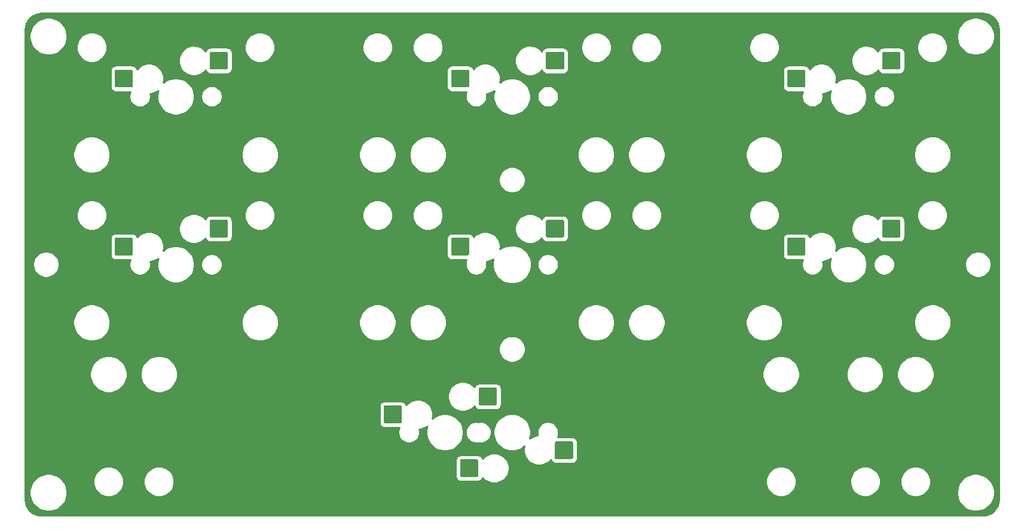
<source format=gbl>
G04 #@! TF.GenerationSoftware,KiCad,Pcbnew,(5.1.10)-1*
G04 #@! TF.CreationDate,2021-07-06T10:58:16+02:00*
G04 #@! TF.ProjectId,stab_tester,73746162-5f74-4657-9374-65722e6b6963,rev?*
G04 #@! TF.SameCoordinates,Original*
G04 #@! TF.FileFunction,Copper,L2,Bot*
G04 #@! TF.FilePolarity,Positive*
%FSLAX46Y46*%
G04 Gerber Fmt 4.6, Leading zero omitted, Abs format (unit mm)*
G04 Created by KiCad (PCBNEW (5.1.10)-1) date 2021-07-06 10:58:16*
%MOMM*%
%LPD*%
G01*
G04 APERTURE LIST*
G04 #@! TA.AperFunction,NonConductor*
%ADD10C,0.254000*%
G04 #@! TD*
G04 #@! TA.AperFunction,NonConductor*
%ADD11C,0.100000*%
G04 #@! TD*
G04 APERTURE END LIST*
G04 #@! TO.P,REF\u002A\u002A,2*
G04 #@! TO.N,N/C*
G04 #@! TA.AperFunction,SMDPad,CuDef*
G36*
G01*
X64378000Y-69514500D02*
X64378000Y-67264500D01*
G75*
G02*
X64503000Y-67139500I125000J0D01*
G01*
X66803000Y-67139500D01*
G75*
G02*
X66928000Y-67264500I0J-125000D01*
G01*
X66928000Y-69514500D01*
G75*
G02*
X66803000Y-69639500I-125000J0D01*
G01*
X64503000Y-69639500D01*
G75*
G02*
X64378000Y-69514500I0J125000D01*
G01*
G37*
G04 #@! TD.AperFunction*
G04 #@! TO.P,REF\u002A\u002A,1*
G04 #@! TA.AperFunction,SMDPad,CuDef*
G36*
G01*
X50928000Y-72054500D02*
X50928000Y-69804500D01*
G75*
G02*
X51053000Y-69679500I125000J0D01*
G01*
X53353000Y-69679500D01*
G75*
G02*
X53478000Y-69804500I0J-125000D01*
G01*
X53478000Y-72054500D01*
G75*
G02*
X53353000Y-72179500I-125000J0D01*
G01*
X51053000Y-72179500D01*
G75*
G02*
X50928000Y-72054500I0J125000D01*
G01*
G37*
G04 #@! TD.AperFunction*
G04 #@! TD*
G04 #@! TO.P,REF\u002A\u002A,2*
G04 #@! TO.N,N/C*
G04 #@! TA.AperFunction,SMDPad,CuDef*
G36*
G01*
X112003000Y-69514500D02*
X112003000Y-67264500D01*
G75*
G02*
X112128000Y-67139500I125000J0D01*
G01*
X114428000Y-67139500D01*
G75*
G02*
X114553000Y-67264500I0J-125000D01*
G01*
X114553000Y-69514500D01*
G75*
G02*
X114428000Y-69639500I-125000J0D01*
G01*
X112128000Y-69639500D01*
G75*
G02*
X112003000Y-69514500I0J125000D01*
G01*
G37*
G04 #@! TD.AperFunction*
G04 #@! TO.P,REF\u002A\u002A,1*
G04 #@! TA.AperFunction,SMDPad,CuDef*
G36*
G01*
X98553000Y-72054500D02*
X98553000Y-69804500D01*
G75*
G02*
X98678000Y-69679500I125000J0D01*
G01*
X100978000Y-69679500D01*
G75*
G02*
X101103000Y-69804500I0J-125000D01*
G01*
X101103000Y-72054500D01*
G75*
G02*
X100978000Y-72179500I-125000J0D01*
G01*
X98678000Y-72179500D01*
G75*
G02*
X98553000Y-72054500I0J125000D01*
G01*
G37*
G04 #@! TD.AperFunction*
G04 #@! TD*
G04 #@! TO.P,REF\u002A\u002A,2*
G04 #@! TO.N,N/C*
G04 #@! TA.AperFunction,SMDPad,CuDef*
G36*
G01*
X159628000Y-69514500D02*
X159628000Y-67264500D01*
G75*
G02*
X159753000Y-67139500I125000J0D01*
G01*
X162053000Y-67139500D01*
G75*
G02*
X162178000Y-67264500I0J-125000D01*
G01*
X162178000Y-69514500D01*
G75*
G02*
X162053000Y-69639500I-125000J0D01*
G01*
X159753000Y-69639500D01*
G75*
G02*
X159628000Y-69514500I0J125000D01*
G01*
G37*
G04 #@! TD.AperFunction*
G04 #@! TO.P,REF\u002A\u002A,1*
G04 #@! TA.AperFunction,SMDPad,CuDef*
G36*
G01*
X146178000Y-72054500D02*
X146178000Y-69804500D01*
G75*
G02*
X146303000Y-69679500I125000J0D01*
G01*
X148603000Y-69679500D01*
G75*
G02*
X148728000Y-69804500I0J-125000D01*
G01*
X148728000Y-72054500D01*
G75*
G02*
X148603000Y-72179500I-125000J0D01*
G01*
X146303000Y-72179500D01*
G75*
G02*
X146178000Y-72054500I0J125000D01*
G01*
G37*
G04 #@! TD.AperFunction*
G04 #@! TD*
G04 #@! TO.P,REF\u002A\u002A,2*
G04 #@! TO.N,N/C*
G04 #@! TA.AperFunction,SMDPad,CuDef*
G36*
G01*
X159628000Y-45702000D02*
X159628000Y-43452000D01*
G75*
G02*
X159753000Y-43327000I125000J0D01*
G01*
X162053000Y-43327000D01*
G75*
G02*
X162178000Y-43452000I0J-125000D01*
G01*
X162178000Y-45702000D01*
G75*
G02*
X162053000Y-45827000I-125000J0D01*
G01*
X159753000Y-45827000D01*
G75*
G02*
X159628000Y-45702000I0J125000D01*
G01*
G37*
G04 #@! TD.AperFunction*
G04 #@! TO.P,REF\u002A\u002A,1*
G04 #@! TA.AperFunction,SMDPad,CuDef*
G36*
G01*
X146178000Y-48242000D02*
X146178000Y-45992000D01*
G75*
G02*
X146303000Y-45867000I125000J0D01*
G01*
X148603000Y-45867000D01*
G75*
G02*
X148728000Y-45992000I0J-125000D01*
G01*
X148728000Y-48242000D01*
G75*
G02*
X148603000Y-48367000I-125000J0D01*
G01*
X146303000Y-48367000D01*
G75*
G02*
X146178000Y-48242000I0J125000D01*
G01*
G37*
G04 #@! TD.AperFunction*
G04 #@! TD*
G04 #@! TO.P,REF\u002A\u002A,2*
G04 #@! TO.N,N/C*
G04 #@! TA.AperFunction,SMDPad,CuDef*
G36*
G01*
X112003000Y-45702000D02*
X112003000Y-43452000D01*
G75*
G02*
X112128000Y-43327000I125000J0D01*
G01*
X114428000Y-43327000D01*
G75*
G02*
X114553000Y-43452000I0J-125000D01*
G01*
X114553000Y-45702000D01*
G75*
G02*
X114428000Y-45827000I-125000J0D01*
G01*
X112128000Y-45827000D01*
G75*
G02*
X112003000Y-45702000I0J125000D01*
G01*
G37*
G04 #@! TD.AperFunction*
G04 #@! TO.P,REF\u002A\u002A,1*
G04 #@! TA.AperFunction,SMDPad,CuDef*
G36*
G01*
X98553000Y-48242000D02*
X98553000Y-45992000D01*
G75*
G02*
X98678000Y-45867000I125000J0D01*
G01*
X100978000Y-45867000D01*
G75*
G02*
X101103000Y-45992000I0J-125000D01*
G01*
X101103000Y-48242000D01*
G75*
G02*
X100978000Y-48367000I-125000J0D01*
G01*
X98678000Y-48367000D01*
G75*
G02*
X98553000Y-48242000I0J125000D01*
G01*
G37*
G04 #@! TD.AperFunction*
G04 #@! TD*
G04 #@! TO.P,REF\u002A\u002A,2*
G04 #@! TO.N,N/C*
G04 #@! TA.AperFunction,SMDPad,CuDef*
G36*
G01*
X64378000Y-45702000D02*
X64378000Y-43452000D01*
G75*
G02*
X64503000Y-43327000I125000J0D01*
G01*
X66803000Y-43327000D01*
G75*
G02*
X66928000Y-43452000I0J-125000D01*
G01*
X66928000Y-45702000D01*
G75*
G02*
X66803000Y-45827000I-125000J0D01*
G01*
X64503000Y-45827000D01*
G75*
G02*
X64378000Y-45702000I0J125000D01*
G01*
G37*
G04 #@! TD.AperFunction*
G04 #@! TO.P,REF\u002A\u002A,1*
G04 #@! TA.AperFunction,SMDPad,CuDef*
G36*
G01*
X50928000Y-48242000D02*
X50928000Y-45992000D01*
G75*
G02*
X51053000Y-45867000I125000J0D01*
G01*
X53353000Y-45867000D01*
G75*
G02*
X53478000Y-45992000I0J-125000D01*
G01*
X53478000Y-48242000D01*
G75*
G02*
X53353000Y-48367000I-125000J0D01*
G01*
X51053000Y-48367000D01*
G75*
G02*
X50928000Y-48242000I0J125000D01*
G01*
G37*
G04 #@! TD.AperFunction*
G04 #@! TD*
G04 #@! TO.P,REF\u002A\u002A,1*
G04 #@! TO.N,N/C*
G04 #@! TA.AperFunction,SMDPad,CuDef*
G36*
G01*
X89028000Y-95867000D02*
X89028000Y-93617000D01*
G75*
G02*
X89153000Y-93492000I125000J0D01*
G01*
X91453000Y-93492000D01*
G75*
G02*
X91578000Y-93617000I0J-125000D01*
G01*
X91578000Y-95867000D01*
G75*
G02*
X91453000Y-95992000I-125000J0D01*
G01*
X89153000Y-95992000D01*
G75*
G02*
X89028000Y-95867000I0J125000D01*
G01*
G37*
G04 #@! TD.AperFunction*
G04 #@! TO.P,REF\u002A\u002A,2*
G04 #@! TA.AperFunction,SMDPad,CuDef*
G36*
G01*
X102478000Y-93327000D02*
X102478000Y-91077000D01*
G75*
G02*
X102603000Y-90952000I125000J0D01*
G01*
X104903000Y-90952000D01*
G75*
G02*
X105028000Y-91077000I0J-125000D01*
G01*
X105028000Y-93327000D01*
G75*
G02*
X104903000Y-93452000I-125000J0D01*
G01*
X102603000Y-93452000D01*
G75*
G02*
X102478000Y-93327000I0J125000D01*
G01*
G37*
G04 #@! TD.AperFunction*
G04 #@! TD*
G04 #@! TO.P,REF\u002A\u002A,1*
G04 #@! TO.N,N/C*
G04 #@! TA.AperFunction,SMDPad,CuDef*
G36*
G01*
X115823000Y-98697000D02*
X115823000Y-100947000D01*
G75*
G02*
X115698000Y-101072000I-125000J0D01*
G01*
X113398000Y-101072000D01*
G75*
G02*
X113273000Y-100947000I0J125000D01*
G01*
X113273000Y-98697000D01*
G75*
G02*
X113398000Y-98572000I125000J0D01*
G01*
X115698000Y-98572000D01*
G75*
G02*
X115823000Y-98697000I0J-125000D01*
G01*
G37*
G04 #@! TD.AperFunction*
G04 #@! TO.P,REF\u002A\u002A,2*
G04 #@! TA.AperFunction,SMDPad,CuDef*
G36*
G01*
X102373000Y-101237000D02*
X102373000Y-103487000D01*
G75*
G02*
X102248000Y-103612000I-125000J0D01*
G01*
X99948000Y-103612000D01*
G75*
G02*
X99823000Y-103487000I0J125000D01*
G01*
X99823000Y-101237000D01*
G75*
G02*
X99948000Y-101112000I125000J0D01*
G01*
X102248000Y-101112000D01*
G75*
G02*
X102373000Y-101237000I0J-125000D01*
G01*
G37*
G04 #@! TD.AperFunction*
G04 #@! TD*
D10*
X174302255Y-37913595D02*
X174724781Y-38041163D01*
X175114482Y-38248370D01*
X175456513Y-38527325D01*
X175737849Y-38867400D01*
X175947771Y-39255645D01*
X176078285Y-39677266D01*
X176128000Y-40150275D01*
X176128001Y-106771053D01*
X176081406Y-107246257D01*
X175953838Y-107668784D01*
X175746632Y-108058481D01*
X175467677Y-108400514D01*
X175127601Y-108681850D01*
X174739356Y-108891772D01*
X174317737Y-109022286D01*
X173844726Y-109072001D01*
X40548957Y-109072001D01*
X40073745Y-109025406D01*
X39651217Y-108897837D01*
X39261520Y-108690631D01*
X38919488Y-108411677D01*
X38638153Y-108071602D01*
X38428228Y-107683354D01*
X38297716Y-107261735D01*
X38248001Y-106788727D01*
X38248001Y-105544315D01*
X38845905Y-105544315D01*
X38845905Y-106069687D01*
X38948400Y-106584964D01*
X39149451Y-107070344D01*
X39441332Y-107507175D01*
X39812826Y-107878669D01*
X40249657Y-108170550D01*
X40735037Y-108371601D01*
X41250314Y-108474096D01*
X41775686Y-108474096D01*
X42290963Y-108371601D01*
X42776343Y-108170550D01*
X43213174Y-107878669D01*
X43584668Y-107507175D01*
X43876549Y-107070344D01*
X44077600Y-106584964D01*
X44180095Y-106069687D01*
X44180095Y-105544315D01*
X44077600Y-105029038D01*
X43876549Y-104543658D01*
X43584668Y-104106827D01*
X43532198Y-104054357D01*
X47879000Y-104054357D01*
X47879000Y-104479643D01*
X47961970Y-104896757D01*
X48124719Y-105289670D01*
X48360996Y-105643282D01*
X48661718Y-105944004D01*
X49015330Y-106180281D01*
X49408243Y-106343030D01*
X49825357Y-106426000D01*
X50250643Y-106426000D01*
X50667757Y-106343030D01*
X51060670Y-106180281D01*
X51414282Y-105944004D01*
X51715004Y-105643282D01*
X51951281Y-105289670D01*
X52114030Y-104896757D01*
X52197000Y-104479643D01*
X52197000Y-104054357D01*
X55022750Y-104054357D01*
X55022750Y-104479643D01*
X55105720Y-104896757D01*
X55268469Y-105289670D01*
X55504746Y-105643282D01*
X55805468Y-105944004D01*
X56159080Y-106180281D01*
X56551993Y-106343030D01*
X56969107Y-106426000D01*
X57394393Y-106426000D01*
X57811507Y-106343030D01*
X58204420Y-106180281D01*
X58558032Y-105944004D01*
X58858754Y-105643282D01*
X59095031Y-105289670D01*
X59257780Y-104896757D01*
X59340750Y-104479643D01*
X59340750Y-104054357D01*
X59257780Y-103637243D01*
X59095031Y-103244330D01*
X58858754Y-102890718D01*
X58558032Y-102589996D01*
X58204420Y-102353719D01*
X57811507Y-102190970D01*
X57394393Y-102108000D01*
X56969107Y-102108000D01*
X56551993Y-102190970D01*
X56159080Y-102353719D01*
X55805468Y-102589996D01*
X55504746Y-102890718D01*
X55268469Y-103244330D01*
X55105720Y-103637243D01*
X55022750Y-104054357D01*
X52197000Y-104054357D01*
X52114030Y-103637243D01*
X51951281Y-103244330D01*
X51715004Y-102890718D01*
X51414282Y-102589996D01*
X51060670Y-102353719D01*
X50667757Y-102190970D01*
X50250643Y-102108000D01*
X49825357Y-102108000D01*
X49408243Y-102190970D01*
X49015330Y-102353719D01*
X48661718Y-102589996D01*
X48360996Y-102890718D01*
X48124719Y-103244330D01*
X47961970Y-103637243D01*
X47879000Y-104054357D01*
X43532198Y-104054357D01*
X43213174Y-103735333D01*
X42776343Y-103443452D01*
X42290963Y-103242401D01*
X41775686Y-103139906D01*
X41250314Y-103139906D01*
X40735037Y-103242401D01*
X40249657Y-103443452D01*
X39812826Y-103735333D01*
X39441332Y-104106827D01*
X39149451Y-104543658D01*
X38948400Y-105029038D01*
X38845905Y-105544315D01*
X38248001Y-105544315D01*
X38248001Y-101237000D01*
X99184928Y-101237000D01*
X99184928Y-103487000D01*
X99199590Y-103635868D01*
X99243013Y-103779015D01*
X99313529Y-103910940D01*
X99408427Y-104026573D01*
X99524060Y-104121471D01*
X99655985Y-104191987D01*
X99799132Y-104235410D01*
X99948000Y-104250072D01*
X102248000Y-104250072D01*
X102396868Y-104235410D01*
X102540015Y-104191987D01*
X102671940Y-104121471D01*
X102787573Y-104026573D01*
X102882471Y-103910940D01*
X102952987Y-103779015D01*
X102976120Y-103702754D01*
X102989637Y-103722983D01*
X103287017Y-104020363D01*
X103636698Y-104254012D01*
X104025244Y-104414953D01*
X104437721Y-104497000D01*
X104858279Y-104497000D01*
X105270756Y-104414953D01*
X105659302Y-104254012D01*
X105958107Y-104054357D01*
X143129000Y-104054357D01*
X143129000Y-104479643D01*
X143211970Y-104896757D01*
X143374719Y-105289670D01*
X143610996Y-105643282D01*
X143911718Y-105944004D01*
X144265330Y-106180281D01*
X144658243Y-106343030D01*
X145075357Y-106426000D01*
X145500643Y-106426000D01*
X145917757Y-106343030D01*
X146310670Y-106180281D01*
X146664282Y-105944004D01*
X146965004Y-105643282D01*
X147201281Y-105289670D01*
X147364030Y-104896757D01*
X147447000Y-104479643D01*
X147447000Y-104054357D01*
X155035250Y-104054357D01*
X155035250Y-104479643D01*
X155118220Y-104896757D01*
X155280969Y-105289670D01*
X155517246Y-105643282D01*
X155817968Y-105944004D01*
X156171580Y-106180281D01*
X156564493Y-106343030D01*
X156981607Y-106426000D01*
X157406893Y-106426000D01*
X157824007Y-106343030D01*
X158216920Y-106180281D01*
X158570532Y-105944004D01*
X158871254Y-105643282D01*
X159107531Y-105289670D01*
X159270280Y-104896757D01*
X159353250Y-104479643D01*
X159353250Y-104054357D01*
X162179000Y-104054357D01*
X162179000Y-104479643D01*
X162261970Y-104896757D01*
X162424719Y-105289670D01*
X162660996Y-105643282D01*
X162961718Y-105944004D01*
X163315330Y-106180281D01*
X163708243Y-106343030D01*
X164125357Y-106426000D01*
X164550643Y-106426000D01*
X164967757Y-106343030D01*
X165360670Y-106180281D01*
X165714282Y-105944004D01*
X166015004Y-105643282D01*
X166081131Y-105544315D01*
X170195905Y-105544315D01*
X170195905Y-106069687D01*
X170298400Y-106584964D01*
X170499451Y-107070344D01*
X170791332Y-107507175D01*
X171162826Y-107878669D01*
X171599657Y-108170550D01*
X172085037Y-108371601D01*
X172600314Y-108474096D01*
X173125686Y-108474096D01*
X173640963Y-108371601D01*
X174126343Y-108170550D01*
X174563174Y-107878669D01*
X174934668Y-107507175D01*
X175226549Y-107070344D01*
X175427600Y-106584964D01*
X175530095Y-106069687D01*
X175530095Y-105544315D01*
X175427600Y-105029038D01*
X175226549Y-104543658D01*
X174934668Y-104106827D01*
X174563174Y-103735333D01*
X174126343Y-103443452D01*
X173640963Y-103242401D01*
X173125686Y-103139906D01*
X172600314Y-103139906D01*
X172085037Y-103242401D01*
X171599657Y-103443452D01*
X171162826Y-103735333D01*
X170791332Y-104106827D01*
X170499451Y-104543658D01*
X170298400Y-105029038D01*
X170195905Y-105544315D01*
X166081131Y-105544315D01*
X166251281Y-105289670D01*
X166414030Y-104896757D01*
X166497000Y-104479643D01*
X166497000Y-104054357D01*
X166414030Y-103637243D01*
X166251281Y-103244330D01*
X166015004Y-102890718D01*
X165714282Y-102589996D01*
X165360670Y-102353719D01*
X164967757Y-102190970D01*
X164550643Y-102108000D01*
X164125357Y-102108000D01*
X163708243Y-102190970D01*
X163315330Y-102353719D01*
X162961718Y-102589996D01*
X162660996Y-102890718D01*
X162424719Y-103244330D01*
X162261970Y-103637243D01*
X162179000Y-104054357D01*
X159353250Y-104054357D01*
X159270280Y-103637243D01*
X159107531Y-103244330D01*
X158871254Y-102890718D01*
X158570532Y-102589996D01*
X158216920Y-102353719D01*
X157824007Y-102190970D01*
X157406893Y-102108000D01*
X156981607Y-102108000D01*
X156564493Y-102190970D01*
X156171580Y-102353719D01*
X155817968Y-102589996D01*
X155517246Y-102890718D01*
X155280969Y-103244330D01*
X155118220Y-103637243D01*
X155035250Y-104054357D01*
X147447000Y-104054357D01*
X147364030Y-103637243D01*
X147201281Y-103244330D01*
X146965004Y-102890718D01*
X146664282Y-102589996D01*
X146310670Y-102353719D01*
X145917757Y-102190970D01*
X145500643Y-102108000D01*
X145075357Y-102108000D01*
X144658243Y-102190970D01*
X144265330Y-102353719D01*
X143911718Y-102589996D01*
X143610996Y-102890718D01*
X143374719Y-103244330D01*
X143211970Y-103637243D01*
X143129000Y-104054357D01*
X105958107Y-104054357D01*
X106008983Y-104020363D01*
X106306363Y-103722983D01*
X106540012Y-103373302D01*
X106700953Y-102984756D01*
X106783000Y-102572279D01*
X106783000Y-102151721D01*
X106700953Y-101739244D01*
X106540012Y-101350698D01*
X106306363Y-101001017D01*
X106008983Y-100703637D01*
X105659302Y-100469988D01*
X105270756Y-100309047D01*
X104858279Y-100227000D01*
X104437721Y-100227000D01*
X104025244Y-100309047D01*
X103636698Y-100469988D01*
X103287017Y-100703637D01*
X102989637Y-101001017D01*
X102976120Y-101021246D01*
X102952987Y-100944985D01*
X102882471Y-100813060D01*
X102787573Y-100697427D01*
X102671940Y-100602529D01*
X102540015Y-100532013D01*
X102396868Y-100488590D01*
X102248000Y-100473928D01*
X99948000Y-100473928D01*
X99799132Y-100488590D01*
X99655985Y-100532013D01*
X99524060Y-100602529D01*
X99408427Y-100697427D01*
X99313529Y-100813060D01*
X99243013Y-100944985D01*
X99199590Y-101088132D01*
X99184928Y-101237000D01*
X38248001Y-101237000D01*
X38248001Y-93617000D01*
X88389928Y-93617000D01*
X88389928Y-95867000D01*
X88404590Y-96015868D01*
X88448013Y-96159015D01*
X88518529Y-96290940D01*
X88613427Y-96406573D01*
X88729060Y-96501471D01*
X88860985Y-96571987D01*
X89004132Y-96615410D01*
X89153000Y-96630072D01*
X91218626Y-96630072D01*
X91131029Y-96841549D01*
X91073000Y-97133278D01*
X91073000Y-97430722D01*
X91131029Y-97722451D01*
X91244856Y-97997253D01*
X91410107Y-98244569D01*
X91620431Y-98454893D01*
X91867747Y-98620144D01*
X92142549Y-98733971D01*
X92434278Y-98792000D01*
X92731722Y-98792000D01*
X93023451Y-98733971D01*
X93298253Y-98620144D01*
X93545569Y-98454893D01*
X93755893Y-98244569D01*
X93921144Y-97997253D01*
X94034971Y-97722451D01*
X94093000Y-97430722D01*
X94093000Y-97133278D01*
X94042023Y-96877000D01*
X94063279Y-96877000D01*
X94475756Y-96794953D01*
X94864302Y-96634012D01*
X95170708Y-96429279D01*
X95135127Y-96515178D01*
X95034100Y-97023076D01*
X95034100Y-97540924D01*
X95135127Y-98048822D01*
X95333299Y-98527251D01*
X95621000Y-98957826D01*
X95987174Y-99324000D01*
X96417749Y-99611701D01*
X96896178Y-99809873D01*
X97404076Y-99910900D01*
X97921924Y-99910900D01*
X98429822Y-99809873D01*
X98908251Y-99611701D01*
X99338826Y-99324000D01*
X99705000Y-98957826D01*
X99992701Y-98527251D01*
X100190873Y-98048822D01*
X100291900Y-97540924D01*
X100291900Y-97133278D01*
X100598000Y-97133278D01*
X100598000Y-97430722D01*
X100656029Y-97722451D01*
X100769856Y-97997253D01*
X100935107Y-98244569D01*
X101145431Y-98454893D01*
X101392747Y-98620144D01*
X101667549Y-98733971D01*
X101959278Y-98792000D01*
X102256722Y-98792000D01*
X102425500Y-98758428D01*
X102594278Y-98792000D01*
X102891722Y-98792000D01*
X103183451Y-98733971D01*
X103458253Y-98620144D01*
X103705569Y-98454893D01*
X103915893Y-98244569D01*
X104081144Y-97997253D01*
X104194971Y-97722451D01*
X104253000Y-97430722D01*
X104253000Y-97133278D01*
X104231080Y-97023076D01*
X104559100Y-97023076D01*
X104559100Y-97540924D01*
X104660127Y-98048822D01*
X104858299Y-98527251D01*
X105146000Y-98957826D01*
X105512174Y-99324000D01*
X105942749Y-99611701D01*
X106421178Y-99809873D01*
X106929076Y-99910900D01*
X107446924Y-99910900D01*
X107954822Y-99809873D01*
X108433251Y-99611701D01*
X108863826Y-99324000D01*
X108934237Y-99253589D01*
X108863000Y-99611721D01*
X108863000Y-100032279D01*
X108945047Y-100444756D01*
X109105988Y-100833302D01*
X109339637Y-101182983D01*
X109637017Y-101480363D01*
X109986698Y-101714012D01*
X110375244Y-101874953D01*
X110787721Y-101957000D01*
X111208279Y-101957000D01*
X111620756Y-101874953D01*
X112009302Y-101714012D01*
X112358983Y-101480363D01*
X112656363Y-101182983D01*
X112669880Y-101162754D01*
X112693013Y-101239015D01*
X112763529Y-101370940D01*
X112858427Y-101486573D01*
X112974060Y-101581471D01*
X113105985Y-101651987D01*
X113249132Y-101695410D01*
X113398000Y-101710072D01*
X115698000Y-101710072D01*
X115846868Y-101695410D01*
X115990015Y-101651987D01*
X116121940Y-101581471D01*
X116237573Y-101486573D01*
X116332471Y-101370940D01*
X116402987Y-101239015D01*
X116446410Y-101095868D01*
X116461072Y-100947000D01*
X116461072Y-98697000D01*
X116446410Y-98548132D01*
X116402987Y-98404985D01*
X116332471Y-98273060D01*
X116237573Y-98157427D01*
X116121940Y-98062529D01*
X115990015Y-97992013D01*
X115846868Y-97948590D01*
X115698000Y-97933928D01*
X113632374Y-97933928D01*
X113719971Y-97722451D01*
X113778000Y-97430722D01*
X113778000Y-97133278D01*
X113719971Y-96841549D01*
X113606144Y-96566747D01*
X113440893Y-96319431D01*
X113230569Y-96109107D01*
X112983253Y-95943856D01*
X112708451Y-95830029D01*
X112416722Y-95772000D01*
X112119278Y-95772000D01*
X111827549Y-95830029D01*
X111552747Y-95943856D01*
X111305431Y-96109107D01*
X111095107Y-96319431D01*
X110929856Y-96566747D01*
X110816029Y-96841549D01*
X110758000Y-97133278D01*
X110758000Y-97430722D01*
X110808977Y-97687000D01*
X110787721Y-97687000D01*
X110375244Y-97769047D01*
X109986698Y-97929988D01*
X109680292Y-98134721D01*
X109715873Y-98048822D01*
X109816900Y-97540924D01*
X109816900Y-97023076D01*
X109715873Y-96515178D01*
X109517701Y-96036749D01*
X109230000Y-95606174D01*
X108863826Y-95240000D01*
X108433251Y-94952299D01*
X107954822Y-94754127D01*
X107446924Y-94653100D01*
X106929076Y-94653100D01*
X106421178Y-94754127D01*
X105942749Y-94952299D01*
X105512174Y-95240000D01*
X105146000Y-95606174D01*
X104858299Y-96036749D01*
X104660127Y-96515178D01*
X104559100Y-97023076D01*
X104231080Y-97023076D01*
X104194971Y-96841549D01*
X104081144Y-96566747D01*
X103915893Y-96319431D01*
X103705569Y-96109107D01*
X103458253Y-95943856D01*
X103183451Y-95830029D01*
X102891722Y-95772000D01*
X102594278Y-95772000D01*
X102425500Y-95805572D01*
X102256722Y-95772000D01*
X101959278Y-95772000D01*
X101667549Y-95830029D01*
X101392747Y-95943856D01*
X101145431Y-96109107D01*
X100935107Y-96319431D01*
X100769856Y-96566747D01*
X100656029Y-96841549D01*
X100598000Y-97133278D01*
X100291900Y-97133278D01*
X100291900Y-97023076D01*
X100190873Y-96515178D01*
X99992701Y-96036749D01*
X99705000Y-95606174D01*
X99338826Y-95240000D01*
X98908251Y-94952299D01*
X98429822Y-94754127D01*
X97921924Y-94653100D01*
X97404076Y-94653100D01*
X96896178Y-94754127D01*
X96417749Y-94952299D01*
X95987174Y-95240000D01*
X95916763Y-95310411D01*
X95988000Y-94952279D01*
X95988000Y-94531721D01*
X95905953Y-94119244D01*
X95745012Y-93730698D01*
X95511363Y-93381017D01*
X95213983Y-93083637D01*
X94864302Y-92849988D01*
X94475756Y-92689047D01*
X94063279Y-92607000D01*
X93642721Y-92607000D01*
X93230244Y-92689047D01*
X92841698Y-92849988D01*
X92492017Y-93083637D01*
X92194637Y-93381017D01*
X92181120Y-93401246D01*
X92157987Y-93324985D01*
X92087471Y-93193060D01*
X91992573Y-93077427D01*
X91876940Y-92982529D01*
X91745015Y-92912013D01*
X91601868Y-92868590D01*
X91453000Y-92853928D01*
X89153000Y-92853928D01*
X89004132Y-92868590D01*
X88860985Y-92912013D01*
X88729060Y-92982529D01*
X88613427Y-93077427D01*
X88518529Y-93193060D01*
X88448013Y-93324985D01*
X88404590Y-93468132D01*
X88389928Y-93617000D01*
X38248001Y-93617000D01*
X38248001Y-91991721D01*
X98068000Y-91991721D01*
X98068000Y-92412279D01*
X98150047Y-92824756D01*
X98310988Y-93213302D01*
X98544637Y-93562983D01*
X98842017Y-93860363D01*
X99191698Y-94094012D01*
X99580244Y-94254953D01*
X99992721Y-94337000D01*
X100413279Y-94337000D01*
X100825756Y-94254953D01*
X101214302Y-94094012D01*
X101563983Y-93860363D01*
X101861363Y-93562983D01*
X101874880Y-93542754D01*
X101898013Y-93619015D01*
X101968529Y-93750940D01*
X102063427Y-93866573D01*
X102179060Y-93961471D01*
X102310985Y-94031987D01*
X102454132Y-94075410D01*
X102603000Y-94090072D01*
X104903000Y-94090072D01*
X105051868Y-94075410D01*
X105195015Y-94031987D01*
X105326940Y-93961471D01*
X105442573Y-93866573D01*
X105537471Y-93750940D01*
X105607987Y-93619015D01*
X105651410Y-93475868D01*
X105666072Y-93327000D01*
X105666072Y-91077000D01*
X105651410Y-90928132D01*
X105607987Y-90784985D01*
X105537471Y-90653060D01*
X105442573Y-90537427D01*
X105326940Y-90442529D01*
X105195015Y-90372013D01*
X105051868Y-90328590D01*
X104903000Y-90313928D01*
X102603000Y-90313928D01*
X102454132Y-90328590D01*
X102310985Y-90372013D01*
X102179060Y-90442529D01*
X102063427Y-90537427D01*
X101968529Y-90653060D01*
X101898013Y-90784985D01*
X101874880Y-90861246D01*
X101861363Y-90841017D01*
X101563983Y-90543637D01*
X101214302Y-90309988D01*
X100825756Y-90149047D01*
X100413279Y-90067000D01*
X99992721Y-90067000D01*
X99580244Y-90149047D01*
X99191698Y-90309988D01*
X98842017Y-90543637D01*
X98544637Y-90841017D01*
X98310988Y-91190698D01*
X98150047Y-91579244D01*
X98068000Y-91991721D01*
X38248001Y-91991721D01*
X38248001Y-88768076D01*
X47409100Y-88768076D01*
X47409100Y-89285924D01*
X47510127Y-89793822D01*
X47708299Y-90272251D01*
X47996000Y-90702826D01*
X48362174Y-91069000D01*
X48792749Y-91356701D01*
X49271178Y-91554873D01*
X49779076Y-91655900D01*
X50296924Y-91655900D01*
X50804822Y-91554873D01*
X51283251Y-91356701D01*
X51713826Y-91069000D01*
X52080000Y-90702826D01*
X52367701Y-90272251D01*
X52565873Y-89793822D01*
X52666900Y-89285924D01*
X52666900Y-88768076D01*
X54552850Y-88768076D01*
X54552850Y-89285924D01*
X54653877Y-89793822D01*
X54852049Y-90272251D01*
X55139750Y-90702826D01*
X55505924Y-91069000D01*
X55936499Y-91356701D01*
X56414928Y-91554873D01*
X56922826Y-91655900D01*
X57440674Y-91655900D01*
X57948572Y-91554873D01*
X58427001Y-91356701D01*
X58857576Y-91069000D01*
X59223750Y-90702826D01*
X59511451Y-90272251D01*
X59709623Y-89793822D01*
X59810650Y-89285924D01*
X59810650Y-88768076D01*
X142659100Y-88768076D01*
X142659100Y-89285924D01*
X142760127Y-89793822D01*
X142958299Y-90272251D01*
X143246000Y-90702826D01*
X143612174Y-91069000D01*
X144042749Y-91356701D01*
X144521178Y-91554873D01*
X145029076Y-91655900D01*
X145546924Y-91655900D01*
X146054822Y-91554873D01*
X146533251Y-91356701D01*
X146963826Y-91069000D01*
X147330000Y-90702826D01*
X147617701Y-90272251D01*
X147815873Y-89793822D01*
X147916900Y-89285924D01*
X147916900Y-88768076D01*
X154565350Y-88768076D01*
X154565350Y-89285924D01*
X154666377Y-89793822D01*
X154864549Y-90272251D01*
X155152250Y-90702826D01*
X155518424Y-91069000D01*
X155948999Y-91356701D01*
X156427428Y-91554873D01*
X156935326Y-91655900D01*
X157453174Y-91655900D01*
X157961072Y-91554873D01*
X158439501Y-91356701D01*
X158870076Y-91069000D01*
X159236250Y-90702826D01*
X159523951Y-90272251D01*
X159722123Y-89793822D01*
X159823150Y-89285924D01*
X159823150Y-88768076D01*
X161709100Y-88768076D01*
X161709100Y-89285924D01*
X161810127Y-89793822D01*
X162008299Y-90272251D01*
X162296000Y-90702826D01*
X162662174Y-91069000D01*
X163092749Y-91356701D01*
X163571178Y-91554873D01*
X164079076Y-91655900D01*
X164596924Y-91655900D01*
X165104822Y-91554873D01*
X165583251Y-91356701D01*
X166013826Y-91069000D01*
X166380000Y-90702826D01*
X166667701Y-90272251D01*
X166865873Y-89793822D01*
X166966900Y-89285924D01*
X166966900Y-88768076D01*
X166865873Y-88260178D01*
X166667701Y-87781749D01*
X166380000Y-87351174D01*
X166013826Y-86985000D01*
X165583251Y-86697299D01*
X165104822Y-86499127D01*
X164596924Y-86398100D01*
X164079076Y-86398100D01*
X163571178Y-86499127D01*
X163092749Y-86697299D01*
X162662174Y-86985000D01*
X162296000Y-87351174D01*
X162008299Y-87781749D01*
X161810127Y-88260178D01*
X161709100Y-88768076D01*
X159823150Y-88768076D01*
X159722123Y-88260178D01*
X159523951Y-87781749D01*
X159236250Y-87351174D01*
X158870076Y-86985000D01*
X158439501Y-86697299D01*
X157961072Y-86499127D01*
X157453174Y-86398100D01*
X156935326Y-86398100D01*
X156427428Y-86499127D01*
X155948999Y-86697299D01*
X155518424Y-86985000D01*
X155152250Y-87351174D01*
X154864549Y-87781749D01*
X154666377Y-88260178D01*
X154565350Y-88768076D01*
X147916900Y-88768076D01*
X147815873Y-88260178D01*
X147617701Y-87781749D01*
X147330000Y-87351174D01*
X146963826Y-86985000D01*
X146533251Y-86697299D01*
X146054822Y-86499127D01*
X145546924Y-86398100D01*
X145029076Y-86398100D01*
X144521178Y-86499127D01*
X144042749Y-86697299D01*
X143612174Y-86985000D01*
X143246000Y-87351174D01*
X142958299Y-87781749D01*
X142760127Y-88260178D01*
X142659100Y-88768076D01*
X59810650Y-88768076D01*
X59709623Y-88260178D01*
X59511451Y-87781749D01*
X59223750Y-87351174D01*
X58857576Y-86985000D01*
X58427001Y-86697299D01*
X57948572Y-86499127D01*
X57440674Y-86398100D01*
X56922826Y-86398100D01*
X56414928Y-86499127D01*
X55936499Y-86697299D01*
X55505924Y-86985000D01*
X55139750Y-87351174D01*
X54852049Y-87781749D01*
X54653877Y-88260178D01*
X54552850Y-88768076D01*
X52666900Y-88768076D01*
X52565873Y-88260178D01*
X52367701Y-87781749D01*
X52080000Y-87351174D01*
X51713826Y-86985000D01*
X51283251Y-86697299D01*
X50804822Y-86499127D01*
X50296924Y-86398100D01*
X49779076Y-86398100D01*
X49271178Y-86499127D01*
X48792749Y-86697299D01*
X48362174Y-86985000D01*
X47996000Y-87351174D01*
X47708299Y-87781749D01*
X47510127Y-88260178D01*
X47409100Y-88768076D01*
X38248001Y-88768076D01*
X38248001Y-85285229D01*
X105317053Y-85285229D01*
X105317053Y-85653773D01*
X105388952Y-86015236D01*
X105529988Y-86355727D01*
X105734740Y-86662160D01*
X105995341Y-86922761D01*
X106301774Y-87127513D01*
X106642265Y-87268549D01*
X107003728Y-87340448D01*
X107372272Y-87340448D01*
X107733735Y-87268549D01*
X108074226Y-87127513D01*
X108380659Y-86922761D01*
X108641260Y-86662160D01*
X108846012Y-86355727D01*
X108987048Y-86015236D01*
X109058947Y-85653773D01*
X109058947Y-85285229D01*
X108987048Y-84923766D01*
X108846012Y-84583275D01*
X108641260Y-84276842D01*
X108380659Y-84016241D01*
X108074226Y-83811489D01*
X107733735Y-83670453D01*
X107372272Y-83598554D01*
X107003728Y-83598554D01*
X106642265Y-83670453D01*
X106301774Y-83811489D01*
X105995341Y-84016241D01*
X105734740Y-84276842D01*
X105529988Y-84583275D01*
X105388952Y-84923766D01*
X105317053Y-85285229D01*
X38248001Y-85285229D01*
X38248001Y-81465576D01*
X45027850Y-81465576D01*
X45027850Y-81983424D01*
X45128877Y-82491322D01*
X45327049Y-82969751D01*
X45614750Y-83400326D01*
X45980924Y-83766500D01*
X46411499Y-84054201D01*
X46889928Y-84252373D01*
X47397826Y-84353400D01*
X47915674Y-84353400D01*
X48423572Y-84252373D01*
X48902001Y-84054201D01*
X49332576Y-83766500D01*
X49698750Y-83400326D01*
X49986451Y-82969751D01*
X50184623Y-82491322D01*
X50285650Y-81983424D01*
X50285650Y-81465576D01*
X68840350Y-81465576D01*
X68840350Y-81983424D01*
X68941377Y-82491322D01*
X69139549Y-82969751D01*
X69427250Y-83400326D01*
X69793424Y-83766500D01*
X70223999Y-84054201D01*
X70702428Y-84252373D01*
X71210326Y-84353400D01*
X71728174Y-84353400D01*
X72236072Y-84252373D01*
X72714501Y-84054201D01*
X73145076Y-83766500D01*
X73511250Y-83400326D01*
X73798951Y-82969751D01*
X73997123Y-82491322D01*
X74098150Y-81983424D01*
X74098150Y-81465577D01*
X85509100Y-81465577D01*
X85509100Y-81983425D01*
X85610127Y-82491323D01*
X85808299Y-82969752D01*
X86096000Y-83400327D01*
X86462174Y-83766501D01*
X86892749Y-84054202D01*
X87371178Y-84252374D01*
X87879076Y-84353401D01*
X88396924Y-84353401D01*
X88904822Y-84252374D01*
X89383251Y-84054202D01*
X89813826Y-83766501D01*
X90180000Y-83400327D01*
X90467701Y-82969752D01*
X90665873Y-82491323D01*
X90766900Y-81983425D01*
X90766900Y-81465576D01*
X92652850Y-81465576D01*
X92652850Y-81983424D01*
X92753877Y-82491322D01*
X92952049Y-82969751D01*
X93239750Y-83400326D01*
X93605924Y-83766500D01*
X94036499Y-84054201D01*
X94514928Y-84252373D01*
X95022826Y-84353400D01*
X95540674Y-84353400D01*
X96048572Y-84252373D01*
X96527001Y-84054201D01*
X96957576Y-83766500D01*
X97323750Y-83400326D01*
X97611451Y-82969751D01*
X97809623Y-82491322D01*
X97910650Y-81983424D01*
X97910650Y-81465576D01*
X116465350Y-81465576D01*
X116465350Y-81983424D01*
X116566377Y-82491322D01*
X116764549Y-82969751D01*
X117052250Y-83400326D01*
X117418424Y-83766500D01*
X117848999Y-84054201D01*
X118327428Y-84252373D01*
X118835326Y-84353400D01*
X119353174Y-84353400D01*
X119861072Y-84252373D01*
X120339501Y-84054201D01*
X120770076Y-83766500D01*
X121136250Y-83400326D01*
X121423951Y-82969751D01*
X121622123Y-82491322D01*
X121723150Y-81983424D01*
X121723150Y-81465577D01*
X123609100Y-81465577D01*
X123609100Y-81983425D01*
X123710127Y-82491323D01*
X123908299Y-82969752D01*
X124196000Y-83400327D01*
X124562174Y-83766501D01*
X124992749Y-84054202D01*
X125471178Y-84252374D01*
X125979076Y-84353401D01*
X126496924Y-84353401D01*
X127004822Y-84252374D01*
X127483251Y-84054202D01*
X127913826Y-83766501D01*
X128280000Y-83400327D01*
X128567701Y-82969752D01*
X128765873Y-82491323D01*
X128866900Y-81983425D01*
X128866900Y-81465576D01*
X140277850Y-81465576D01*
X140277850Y-81983424D01*
X140378877Y-82491322D01*
X140577049Y-82969751D01*
X140864750Y-83400326D01*
X141230924Y-83766500D01*
X141661499Y-84054201D01*
X142139928Y-84252373D01*
X142647826Y-84353400D01*
X143165674Y-84353400D01*
X143673572Y-84252373D01*
X144152001Y-84054201D01*
X144582576Y-83766500D01*
X144948750Y-83400326D01*
X145236451Y-82969751D01*
X145434623Y-82491322D01*
X145535650Y-81983424D01*
X145535650Y-81465576D01*
X164090350Y-81465576D01*
X164090350Y-81983424D01*
X164191377Y-82491322D01*
X164389549Y-82969751D01*
X164677250Y-83400326D01*
X165043424Y-83766500D01*
X165473999Y-84054201D01*
X165952428Y-84252373D01*
X166460326Y-84353400D01*
X166978174Y-84353400D01*
X167486072Y-84252373D01*
X167964501Y-84054201D01*
X168395076Y-83766500D01*
X168761250Y-83400326D01*
X169048951Y-82969751D01*
X169247123Y-82491322D01*
X169348150Y-81983424D01*
X169348150Y-81465576D01*
X169247123Y-80957678D01*
X169048951Y-80479249D01*
X168761250Y-80048674D01*
X168395076Y-79682500D01*
X167964501Y-79394799D01*
X167486072Y-79196627D01*
X166978174Y-79095600D01*
X166460326Y-79095600D01*
X165952428Y-79196627D01*
X165473999Y-79394799D01*
X165043424Y-79682500D01*
X164677250Y-80048674D01*
X164389549Y-80479249D01*
X164191377Y-80957678D01*
X164090350Y-81465576D01*
X145535650Y-81465576D01*
X145434623Y-80957678D01*
X145236451Y-80479249D01*
X144948750Y-80048674D01*
X144582576Y-79682500D01*
X144152001Y-79394799D01*
X143673572Y-79196627D01*
X143165674Y-79095600D01*
X142647826Y-79095600D01*
X142139928Y-79196627D01*
X141661499Y-79394799D01*
X141230924Y-79682500D01*
X140864750Y-80048674D01*
X140577049Y-80479249D01*
X140378877Y-80957678D01*
X140277850Y-81465576D01*
X128866900Y-81465576D01*
X128765873Y-80957679D01*
X128567701Y-80479250D01*
X128280000Y-80048675D01*
X127913826Y-79682501D01*
X127483251Y-79394800D01*
X127004822Y-79196628D01*
X126496924Y-79095601D01*
X125979076Y-79095601D01*
X125471178Y-79196628D01*
X124992749Y-79394800D01*
X124562174Y-79682501D01*
X124196000Y-80048675D01*
X123908299Y-80479250D01*
X123710127Y-80957679D01*
X123609100Y-81465577D01*
X121723150Y-81465577D01*
X121723150Y-81465576D01*
X121622123Y-80957678D01*
X121423951Y-80479249D01*
X121136250Y-80048674D01*
X120770076Y-79682500D01*
X120339501Y-79394799D01*
X119861072Y-79196627D01*
X119353174Y-79095600D01*
X118835326Y-79095600D01*
X118327428Y-79196627D01*
X117848999Y-79394799D01*
X117418424Y-79682500D01*
X117052250Y-80048674D01*
X116764549Y-80479249D01*
X116566377Y-80957678D01*
X116465350Y-81465576D01*
X97910650Y-81465576D01*
X97809623Y-80957678D01*
X97611451Y-80479249D01*
X97323750Y-80048674D01*
X96957576Y-79682500D01*
X96527001Y-79394799D01*
X96048572Y-79196627D01*
X95540674Y-79095600D01*
X95022826Y-79095600D01*
X94514928Y-79196627D01*
X94036499Y-79394799D01*
X93605924Y-79682500D01*
X93239750Y-80048674D01*
X92952049Y-80479249D01*
X92753877Y-80957678D01*
X92652850Y-81465576D01*
X90766900Y-81465576D01*
X90665873Y-80957679D01*
X90467701Y-80479250D01*
X90180000Y-80048675D01*
X89813826Y-79682501D01*
X89383251Y-79394800D01*
X88904822Y-79196628D01*
X88396924Y-79095601D01*
X87879076Y-79095601D01*
X87371178Y-79196628D01*
X86892749Y-79394800D01*
X86462174Y-79682501D01*
X86096000Y-80048675D01*
X85808299Y-80479250D01*
X85610127Y-80957679D01*
X85509100Y-81465577D01*
X74098150Y-81465577D01*
X74098150Y-81465576D01*
X73997123Y-80957678D01*
X73798951Y-80479249D01*
X73511250Y-80048674D01*
X73145076Y-79682500D01*
X72714501Y-79394799D01*
X72236072Y-79196627D01*
X71728174Y-79095600D01*
X71210326Y-79095600D01*
X70702428Y-79196627D01*
X70223999Y-79394799D01*
X69793424Y-79682500D01*
X69427250Y-80048674D01*
X69139549Y-80479249D01*
X68941377Y-80957678D01*
X68840350Y-81465576D01*
X50285650Y-81465576D01*
X50184623Y-80957678D01*
X49986451Y-80479249D01*
X49698750Y-80048674D01*
X49332576Y-79682500D01*
X48902001Y-79394799D01*
X48423572Y-79196627D01*
X47915674Y-79095600D01*
X47397826Y-79095600D01*
X46889928Y-79196627D01*
X46411499Y-79394799D01*
X45980924Y-79682500D01*
X45614750Y-80048674D01*
X45327049Y-80479249D01*
X45128877Y-80957678D01*
X45027850Y-81465576D01*
X38248001Y-81465576D01*
X38248001Y-73285229D01*
X39317053Y-73285229D01*
X39317053Y-73653773D01*
X39388952Y-74015236D01*
X39529988Y-74355727D01*
X39734740Y-74662160D01*
X39995341Y-74922761D01*
X40301774Y-75127513D01*
X40642265Y-75268549D01*
X41003728Y-75340448D01*
X41372272Y-75340448D01*
X41733735Y-75268549D01*
X42074226Y-75127513D01*
X42380659Y-74922761D01*
X42641260Y-74662160D01*
X42846012Y-74355727D01*
X42987048Y-74015236D01*
X43058947Y-73653773D01*
X43058947Y-73285229D01*
X42987048Y-72923766D01*
X42846012Y-72583275D01*
X42641260Y-72276842D01*
X42380659Y-72016241D01*
X42074226Y-71811489D01*
X41733735Y-71670453D01*
X41372272Y-71598554D01*
X41003728Y-71598554D01*
X40642265Y-71670453D01*
X40301774Y-71811489D01*
X39995341Y-72016241D01*
X39734740Y-72276842D01*
X39529988Y-72583275D01*
X39388952Y-72923766D01*
X39317053Y-73285229D01*
X38248001Y-73285229D01*
X38248001Y-69804500D01*
X50289928Y-69804500D01*
X50289928Y-72054500D01*
X50304590Y-72203368D01*
X50348013Y-72346515D01*
X50418529Y-72478440D01*
X50513427Y-72594073D01*
X50629060Y-72688971D01*
X50760985Y-72759487D01*
X50904132Y-72802910D01*
X51053000Y-72817572D01*
X53118626Y-72817572D01*
X53031029Y-73029049D01*
X52973000Y-73320778D01*
X52973000Y-73618222D01*
X53031029Y-73909951D01*
X53144856Y-74184753D01*
X53310107Y-74432069D01*
X53520431Y-74642393D01*
X53767747Y-74807644D01*
X54042549Y-74921471D01*
X54334278Y-74979500D01*
X54631722Y-74979500D01*
X54923451Y-74921471D01*
X55198253Y-74807644D01*
X55445569Y-74642393D01*
X55655893Y-74432069D01*
X55821144Y-74184753D01*
X55934971Y-73909951D01*
X55993000Y-73618222D01*
X55993000Y-73320778D01*
X55942023Y-73064500D01*
X55963279Y-73064500D01*
X56375756Y-72982453D01*
X56764302Y-72821512D01*
X57070708Y-72616779D01*
X57035127Y-72702678D01*
X56934100Y-73210576D01*
X56934100Y-73728424D01*
X57035127Y-74236322D01*
X57233299Y-74714751D01*
X57521000Y-75145326D01*
X57887174Y-75511500D01*
X58317749Y-75799201D01*
X58796178Y-75997373D01*
X59304076Y-76098400D01*
X59821924Y-76098400D01*
X60329822Y-75997373D01*
X60808251Y-75799201D01*
X61238826Y-75511500D01*
X61605000Y-75145326D01*
X61892701Y-74714751D01*
X62090873Y-74236322D01*
X62191900Y-73728424D01*
X62191900Y-73320778D01*
X63133000Y-73320778D01*
X63133000Y-73618222D01*
X63191029Y-73909951D01*
X63304856Y-74184753D01*
X63470107Y-74432069D01*
X63680431Y-74642393D01*
X63927747Y-74807644D01*
X64202549Y-74921471D01*
X64494278Y-74979500D01*
X64791722Y-74979500D01*
X65083451Y-74921471D01*
X65358253Y-74807644D01*
X65605569Y-74642393D01*
X65815893Y-74432069D01*
X65981144Y-74184753D01*
X66094971Y-73909951D01*
X66153000Y-73618222D01*
X66153000Y-73320778D01*
X66094971Y-73029049D01*
X65981144Y-72754247D01*
X65815893Y-72506931D01*
X65605569Y-72296607D01*
X65358253Y-72131356D01*
X65083451Y-72017529D01*
X64791722Y-71959500D01*
X64494278Y-71959500D01*
X64202549Y-72017529D01*
X63927747Y-72131356D01*
X63680431Y-72296607D01*
X63470107Y-72506931D01*
X63304856Y-72754247D01*
X63191029Y-73029049D01*
X63133000Y-73320778D01*
X62191900Y-73320778D01*
X62191900Y-73210576D01*
X62090873Y-72702678D01*
X61892701Y-72224249D01*
X61605000Y-71793674D01*
X61238826Y-71427500D01*
X60808251Y-71139799D01*
X60329822Y-70941627D01*
X59821924Y-70840600D01*
X59304076Y-70840600D01*
X58796178Y-70941627D01*
X58317749Y-71139799D01*
X57887174Y-71427500D01*
X57816763Y-71497911D01*
X57888000Y-71139779D01*
X57888000Y-70719221D01*
X57805953Y-70306744D01*
X57645012Y-69918198D01*
X57411363Y-69568517D01*
X57113983Y-69271137D01*
X56764302Y-69037488D01*
X56375756Y-68876547D01*
X55963279Y-68794500D01*
X55542721Y-68794500D01*
X55130244Y-68876547D01*
X54741698Y-69037488D01*
X54392017Y-69271137D01*
X54094637Y-69568517D01*
X54081120Y-69588746D01*
X54057987Y-69512485D01*
X53987471Y-69380560D01*
X53892573Y-69264927D01*
X53776940Y-69170029D01*
X53645015Y-69099513D01*
X53501868Y-69056090D01*
X53353000Y-69041428D01*
X51053000Y-69041428D01*
X50904132Y-69056090D01*
X50760985Y-69099513D01*
X50629060Y-69170029D01*
X50513427Y-69264927D01*
X50418529Y-69380560D01*
X50348013Y-69512485D01*
X50304590Y-69655632D01*
X50289928Y-69804500D01*
X38248001Y-69804500D01*
X38248001Y-66271857D01*
X45497750Y-66271857D01*
X45497750Y-66697143D01*
X45580720Y-67114257D01*
X45743469Y-67507170D01*
X45979746Y-67860782D01*
X46280468Y-68161504D01*
X46634080Y-68397781D01*
X47026993Y-68560530D01*
X47444107Y-68643500D01*
X47869393Y-68643500D01*
X48286507Y-68560530D01*
X48679420Y-68397781D01*
X49006516Y-68179221D01*
X59968000Y-68179221D01*
X59968000Y-68599779D01*
X60050047Y-69012256D01*
X60210988Y-69400802D01*
X60444637Y-69750483D01*
X60742017Y-70047863D01*
X61091698Y-70281512D01*
X61480244Y-70442453D01*
X61892721Y-70524500D01*
X62313279Y-70524500D01*
X62725756Y-70442453D01*
X63114302Y-70281512D01*
X63463983Y-70047863D01*
X63761363Y-69750483D01*
X63774880Y-69730254D01*
X63798013Y-69806515D01*
X63868529Y-69938440D01*
X63963427Y-70054073D01*
X64079060Y-70148971D01*
X64210985Y-70219487D01*
X64354132Y-70262910D01*
X64503000Y-70277572D01*
X66803000Y-70277572D01*
X66951868Y-70262910D01*
X67095015Y-70219487D01*
X67226940Y-70148971D01*
X67342573Y-70054073D01*
X67437471Y-69938440D01*
X67507987Y-69806515D01*
X67508598Y-69804500D01*
X97914928Y-69804500D01*
X97914928Y-72054500D01*
X97929590Y-72203368D01*
X97973013Y-72346515D01*
X98043529Y-72478440D01*
X98138427Y-72594073D01*
X98254060Y-72688971D01*
X98385985Y-72759487D01*
X98529132Y-72802910D01*
X98678000Y-72817572D01*
X100743626Y-72817572D01*
X100656029Y-73029049D01*
X100598000Y-73320778D01*
X100598000Y-73618222D01*
X100656029Y-73909951D01*
X100769856Y-74184753D01*
X100935107Y-74432069D01*
X101145431Y-74642393D01*
X101392747Y-74807644D01*
X101667549Y-74921471D01*
X101959278Y-74979500D01*
X102256722Y-74979500D01*
X102548451Y-74921471D01*
X102823253Y-74807644D01*
X103070569Y-74642393D01*
X103280893Y-74432069D01*
X103446144Y-74184753D01*
X103559971Y-73909951D01*
X103618000Y-73618222D01*
X103618000Y-73320778D01*
X103567023Y-73064500D01*
X103588279Y-73064500D01*
X104000756Y-72982453D01*
X104389302Y-72821512D01*
X104541700Y-72719683D01*
X104446266Y-73199464D01*
X104446266Y-73739538D01*
X104551629Y-74269235D01*
X104758307Y-74768199D01*
X105058356Y-75217254D01*
X105440247Y-75599145D01*
X105889302Y-75899194D01*
X106388266Y-76105872D01*
X106917963Y-76211235D01*
X107458037Y-76211235D01*
X107987734Y-76105872D01*
X108486698Y-75899194D01*
X108935753Y-75599145D01*
X109317644Y-75217254D01*
X109617693Y-74768199D01*
X109824371Y-74269235D01*
X109929734Y-73739538D01*
X109929734Y-73320778D01*
X110758000Y-73320778D01*
X110758000Y-73618222D01*
X110816029Y-73909951D01*
X110929856Y-74184753D01*
X111095107Y-74432069D01*
X111305431Y-74642393D01*
X111552747Y-74807644D01*
X111827549Y-74921471D01*
X112119278Y-74979500D01*
X112416722Y-74979500D01*
X112708451Y-74921471D01*
X112983253Y-74807644D01*
X113230569Y-74642393D01*
X113440893Y-74432069D01*
X113606144Y-74184753D01*
X113719971Y-73909951D01*
X113778000Y-73618222D01*
X113778000Y-73320778D01*
X113719971Y-73029049D01*
X113606144Y-72754247D01*
X113440893Y-72506931D01*
X113230569Y-72296607D01*
X112983253Y-72131356D01*
X112708451Y-72017529D01*
X112416722Y-71959500D01*
X112119278Y-71959500D01*
X111827549Y-72017529D01*
X111552747Y-72131356D01*
X111305431Y-72296607D01*
X111095107Y-72506931D01*
X110929856Y-72754247D01*
X110816029Y-73029049D01*
X110758000Y-73320778D01*
X109929734Y-73320778D01*
X109929734Y-73199464D01*
X109824371Y-72669767D01*
X109617693Y-72170803D01*
X109317644Y-71721748D01*
X108935753Y-71339857D01*
X108486698Y-71039808D01*
X107987734Y-70833130D01*
X107458037Y-70727767D01*
X106917963Y-70727767D01*
X106388266Y-70833130D01*
X105889302Y-71039808D01*
X105478253Y-71314462D01*
X105513000Y-71139779D01*
X105513000Y-70719221D01*
X105430953Y-70306744D01*
X105270012Y-69918198D01*
X105036363Y-69568517D01*
X104738983Y-69271137D01*
X104389302Y-69037488D01*
X104000756Y-68876547D01*
X103588279Y-68794500D01*
X103167721Y-68794500D01*
X102755244Y-68876547D01*
X102366698Y-69037488D01*
X102017017Y-69271137D01*
X101719637Y-69568517D01*
X101706120Y-69588746D01*
X101682987Y-69512485D01*
X101612471Y-69380560D01*
X101517573Y-69264927D01*
X101401940Y-69170029D01*
X101270015Y-69099513D01*
X101126868Y-69056090D01*
X100978000Y-69041428D01*
X98678000Y-69041428D01*
X98529132Y-69056090D01*
X98385985Y-69099513D01*
X98254060Y-69170029D01*
X98138427Y-69264927D01*
X98043529Y-69380560D01*
X97973013Y-69512485D01*
X97929590Y-69655632D01*
X97914928Y-69804500D01*
X67508598Y-69804500D01*
X67551410Y-69663368D01*
X67566072Y-69514500D01*
X67566072Y-67264500D01*
X67551410Y-67115632D01*
X67507987Y-66972485D01*
X67437471Y-66840560D01*
X67342573Y-66724927D01*
X67226940Y-66630029D01*
X67095015Y-66559513D01*
X66951868Y-66516090D01*
X66803000Y-66501428D01*
X64503000Y-66501428D01*
X64354132Y-66516090D01*
X64210985Y-66559513D01*
X64079060Y-66630029D01*
X63963427Y-66724927D01*
X63868529Y-66840560D01*
X63798013Y-66972485D01*
X63774880Y-67048746D01*
X63761363Y-67028517D01*
X63463983Y-66731137D01*
X63114302Y-66497488D01*
X62725756Y-66336547D01*
X62400539Y-66271857D01*
X69310250Y-66271857D01*
X69310250Y-66697143D01*
X69393220Y-67114257D01*
X69555969Y-67507170D01*
X69792246Y-67860782D01*
X70092968Y-68161504D01*
X70446580Y-68397781D01*
X70839493Y-68560530D01*
X71256607Y-68643500D01*
X71681893Y-68643500D01*
X72099007Y-68560530D01*
X72491920Y-68397781D01*
X72845532Y-68161504D01*
X73146254Y-67860782D01*
X73382531Y-67507170D01*
X73545280Y-67114257D01*
X73628250Y-66697143D01*
X73628250Y-66271858D01*
X85979000Y-66271858D01*
X85979000Y-66697144D01*
X86061970Y-67114258D01*
X86224719Y-67507171D01*
X86460996Y-67860783D01*
X86761718Y-68161505D01*
X87115330Y-68397782D01*
X87508243Y-68560531D01*
X87925357Y-68643501D01*
X88350643Y-68643501D01*
X88767757Y-68560531D01*
X89160670Y-68397782D01*
X89514282Y-68161505D01*
X89815004Y-67860783D01*
X90051281Y-67507171D01*
X90214030Y-67114258D01*
X90297000Y-66697144D01*
X90297000Y-66271857D01*
X93122750Y-66271857D01*
X93122750Y-66697143D01*
X93205720Y-67114257D01*
X93368469Y-67507170D01*
X93604746Y-67860782D01*
X93905468Y-68161504D01*
X94259080Y-68397781D01*
X94651993Y-68560530D01*
X95069107Y-68643500D01*
X95494393Y-68643500D01*
X95911507Y-68560530D01*
X96304420Y-68397781D01*
X96631516Y-68179221D01*
X107593000Y-68179221D01*
X107593000Y-68599779D01*
X107675047Y-69012256D01*
X107835988Y-69400802D01*
X108069637Y-69750483D01*
X108367017Y-70047863D01*
X108716698Y-70281512D01*
X109105244Y-70442453D01*
X109517721Y-70524500D01*
X109938279Y-70524500D01*
X110350756Y-70442453D01*
X110739302Y-70281512D01*
X111088983Y-70047863D01*
X111386363Y-69750483D01*
X111399880Y-69730254D01*
X111423013Y-69806515D01*
X111493529Y-69938440D01*
X111588427Y-70054073D01*
X111704060Y-70148971D01*
X111835985Y-70219487D01*
X111979132Y-70262910D01*
X112128000Y-70277572D01*
X114428000Y-70277572D01*
X114576868Y-70262910D01*
X114720015Y-70219487D01*
X114851940Y-70148971D01*
X114967573Y-70054073D01*
X115062471Y-69938440D01*
X115132987Y-69806515D01*
X115133598Y-69804500D01*
X145539928Y-69804500D01*
X145539928Y-72054500D01*
X145554590Y-72203368D01*
X145598013Y-72346515D01*
X145668529Y-72478440D01*
X145763427Y-72594073D01*
X145879060Y-72688971D01*
X146010985Y-72759487D01*
X146154132Y-72802910D01*
X146303000Y-72817572D01*
X148368626Y-72817572D01*
X148281029Y-73029049D01*
X148223000Y-73320778D01*
X148223000Y-73618222D01*
X148281029Y-73909951D01*
X148394856Y-74184753D01*
X148560107Y-74432069D01*
X148770431Y-74642393D01*
X149017747Y-74807644D01*
X149292549Y-74921471D01*
X149584278Y-74979500D01*
X149881722Y-74979500D01*
X150173451Y-74921471D01*
X150448253Y-74807644D01*
X150695569Y-74642393D01*
X150905893Y-74432069D01*
X151071144Y-74184753D01*
X151184971Y-73909951D01*
X151243000Y-73618222D01*
X151243000Y-73320778D01*
X151192023Y-73064500D01*
X151213279Y-73064500D01*
X151625756Y-72982453D01*
X152014302Y-72821512D01*
X152320708Y-72616779D01*
X152285127Y-72702678D01*
X152184100Y-73210576D01*
X152184100Y-73728424D01*
X152285127Y-74236322D01*
X152483299Y-74714751D01*
X152771000Y-75145326D01*
X153137174Y-75511500D01*
X153567749Y-75799201D01*
X154046178Y-75997373D01*
X154554076Y-76098400D01*
X155071924Y-76098400D01*
X155579822Y-75997373D01*
X156058251Y-75799201D01*
X156488826Y-75511500D01*
X156855000Y-75145326D01*
X157142701Y-74714751D01*
X157340873Y-74236322D01*
X157441900Y-73728424D01*
X157441900Y-73320778D01*
X158383000Y-73320778D01*
X158383000Y-73618222D01*
X158441029Y-73909951D01*
X158554856Y-74184753D01*
X158720107Y-74432069D01*
X158930431Y-74642393D01*
X159177747Y-74807644D01*
X159452549Y-74921471D01*
X159744278Y-74979500D01*
X160041722Y-74979500D01*
X160333451Y-74921471D01*
X160608253Y-74807644D01*
X160855569Y-74642393D01*
X161065893Y-74432069D01*
X161231144Y-74184753D01*
X161344971Y-73909951D01*
X161403000Y-73618222D01*
X161403000Y-73320778D01*
X161395929Y-73285229D01*
X171317053Y-73285229D01*
X171317053Y-73653773D01*
X171388952Y-74015236D01*
X171529988Y-74355727D01*
X171734740Y-74662160D01*
X171995341Y-74922761D01*
X172301774Y-75127513D01*
X172642265Y-75268549D01*
X173003728Y-75340448D01*
X173372272Y-75340448D01*
X173733735Y-75268549D01*
X174074226Y-75127513D01*
X174380659Y-74922761D01*
X174641260Y-74662160D01*
X174846012Y-74355727D01*
X174987048Y-74015236D01*
X175058947Y-73653773D01*
X175058947Y-73285229D01*
X174987048Y-72923766D01*
X174846012Y-72583275D01*
X174641260Y-72276842D01*
X174380659Y-72016241D01*
X174074226Y-71811489D01*
X173733735Y-71670453D01*
X173372272Y-71598554D01*
X173003728Y-71598554D01*
X172642265Y-71670453D01*
X172301774Y-71811489D01*
X171995341Y-72016241D01*
X171734740Y-72276842D01*
X171529988Y-72583275D01*
X171388952Y-72923766D01*
X171317053Y-73285229D01*
X161395929Y-73285229D01*
X161344971Y-73029049D01*
X161231144Y-72754247D01*
X161065893Y-72506931D01*
X160855569Y-72296607D01*
X160608253Y-72131356D01*
X160333451Y-72017529D01*
X160041722Y-71959500D01*
X159744278Y-71959500D01*
X159452549Y-72017529D01*
X159177747Y-72131356D01*
X158930431Y-72296607D01*
X158720107Y-72506931D01*
X158554856Y-72754247D01*
X158441029Y-73029049D01*
X158383000Y-73320778D01*
X157441900Y-73320778D01*
X157441900Y-73210576D01*
X157340873Y-72702678D01*
X157142701Y-72224249D01*
X156855000Y-71793674D01*
X156488826Y-71427500D01*
X156058251Y-71139799D01*
X155579822Y-70941627D01*
X155071924Y-70840600D01*
X154554076Y-70840600D01*
X154046178Y-70941627D01*
X153567749Y-71139799D01*
X153137174Y-71427500D01*
X153066763Y-71497911D01*
X153138000Y-71139779D01*
X153138000Y-70719221D01*
X153055953Y-70306744D01*
X152895012Y-69918198D01*
X152661363Y-69568517D01*
X152363983Y-69271137D01*
X152014302Y-69037488D01*
X151625756Y-68876547D01*
X151213279Y-68794500D01*
X150792721Y-68794500D01*
X150380244Y-68876547D01*
X149991698Y-69037488D01*
X149642017Y-69271137D01*
X149344637Y-69568517D01*
X149331120Y-69588746D01*
X149307987Y-69512485D01*
X149237471Y-69380560D01*
X149142573Y-69264927D01*
X149026940Y-69170029D01*
X148895015Y-69099513D01*
X148751868Y-69056090D01*
X148603000Y-69041428D01*
X146303000Y-69041428D01*
X146154132Y-69056090D01*
X146010985Y-69099513D01*
X145879060Y-69170029D01*
X145763427Y-69264927D01*
X145668529Y-69380560D01*
X145598013Y-69512485D01*
X145554590Y-69655632D01*
X145539928Y-69804500D01*
X115133598Y-69804500D01*
X115176410Y-69663368D01*
X115191072Y-69514500D01*
X115191072Y-67264500D01*
X115176410Y-67115632D01*
X115132987Y-66972485D01*
X115062471Y-66840560D01*
X114967573Y-66724927D01*
X114851940Y-66630029D01*
X114720015Y-66559513D01*
X114576868Y-66516090D01*
X114428000Y-66501428D01*
X112128000Y-66501428D01*
X111979132Y-66516090D01*
X111835985Y-66559513D01*
X111704060Y-66630029D01*
X111588427Y-66724927D01*
X111493529Y-66840560D01*
X111423013Y-66972485D01*
X111399880Y-67048746D01*
X111386363Y-67028517D01*
X111088983Y-66731137D01*
X110739302Y-66497488D01*
X110350756Y-66336547D01*
X110025539Y-66271857D01*
X116935250Y-66271857D01*
X116935250Y-66697143D01*
X117018220Y-67114257D01*
X117180969Y-67507170D01*
X117417246Y-67860782D01*
X117717968Y-68161504D01*
X118071580Y-68397781D01*
X118464493Y-68560530D01*
X118881607Y-68643500D01*
X119306893Y-68643500D01*
X119724007Y-68560530D01*
X120116920Y-68397781D01*
X120470532Y-68161504D01*
X120771254Y-67860782D01*
X121007531Y-67507170D01*
X121170280Y-67114257D01*
X121253250Y-66697143D01*
X121253250Y-66271858D01*
X124079000Y-66271858D01*
X124079000Y-66697144D01*
X124161970Y-67114258D01*
X124324719Y-67507171D01*
X124560996Y-67860783D01*
X124861718Y-68161505D01*
X125215330Y-68397782D01*
X125608243Y-68560531D01*
X126025357Y-68643501D01*
X126450643Y-68643501D01*
X126867757Y-68560531D01*
X127260670Y-68397782D01*
X127614282Y-68161505D01*
X127915004Y-67860783D01*
X128151281Y-67507171D01*
X128314030Y-67114258D01*
X128397000Y-66697144D01*
X128397000Y-66271857D01*
X140747750Y-66271857D01*
X140747750Y-66697143D01*
X140830720Y-67114257D01*
X140993469Y-67507170D01*
X141229746Y-67860782D01*
X141530468Y-68161504D01*
X141884080Y-68397781D01*
X142276993Y-68560530D01*
X142694107Y-68643500D01*
X143119393Y-68643500D01*
X143536507Y-68560530D01*
X143929420Y-68397781D01*
X144256516Y-68179221D01*
X155218000Y-68179221D01*
X155218000Y-68599779D01*
X155300047Y-69012256D01*
X155460988Y-69400802D01*
X155694637Y-69750483D01*
X155992017Y-70047863D01*
X156341698Y-70281512D01*
X156730244Y-70442453D01*
X157142721Y-70524500D01*
X157563279Y-70524500D01*
X157975756Y-70442453D01*
X158364302Y-70281512D01*
X158713983Y-70047863D01*
X159011363Y-69750483D01*
X159024880Y-69730254D01*
X159048013Y-69806515D01*
X159118529Y-69938440D01*
X159213427Y-70054073D01*
X159329060Y-70148971D01*
X159460985Y-70219487D01*
X159604132Y-70262910D01*
X159753000Y-70277572D01*
X162053000Y-70277572D01*
X162201868Y-70262910D01*
X162345015Y-70219487D01*
X162476940Y-70148971D01*
X162592573Y-70054073D01*
X162687471Y-69938440D01*
X162757987Y-69806515D01*
X162801410Y-69663368D01*
X162816072Y-69514500D01*
X162816072Y-67264500D01*
X162801410Y-67115632D01*
X162757987Y-66972485D01*
X162687471Y-66840560D01*
X162592573Y-66724927D01*
X162476940Y-66630029D01*
X162345015Y-66559513D01*
X162201868Y-66516090D01*
X162053000Y-66501428D01*
X159753000Y-66501428D01*
X159604132Y-66516090D01*
X159460985Y-66559513D01*
X159329060Y-66630029D01*
X159213427Y-66724927D01*
X159118529Y-66840560D01*
X159048013Y-66972485D01*
X159024880Y-67048746D01*
X159011363Y-67028517D01*
X158713983Y-66731137D01*
X158364302Y-66497488D01*
X157975756Y-66336547D01*
X157650539Y-66271857D01*
X164560250Y-66271857D01*
X164560250Y-66697143D01*
X164643220Y-67114257D01*
X164805969Y-67507170D01*
X165042246Y-67860782D01*
X165342968Y-68161504D01*
X165696580Y-68397781D01*
X166089493Y-68560530D01*
X166506607Y-68643500D01*
X166931893Y-68643500D01*
X167349007Y-68560530D01*
X167741920Y-68397781D01*
X168095532Y-68161504D01*
X168396254Y-67860782D01*
X168632531Y-67507170D01*
X168795280Y-67114257D01*
X168878250Y-66697143D01*
X168878250Y-66271857D01*
X168795280Y-65854743D01*
X168632531Y-65461830D01*
X168396254Y-65108218D01*
X168095532Y-64807496D01*
X167741920Y-64571219D01*
X167349007Y-64408470D01*
X166931893Y-64325500D01*
X166506607Y-64325500D01*
X166089493Y-64408470D01*
X165696580Y-64571219D01*
X165342968Y-64807496D01*
X165042246Y-65108218D01*
X164805969Y-65461830D01*
X164643220Y-65854743D01*
X164560250Y-66271857D01*
X157650539Y-66271857D01*
X157563279Y-66254500D01*
X157142721Y-66254500D01*
X156730244Y-66336547D01*
X156341698Y-66497488D01*
X155992017Y-66731137D01*
X155694637Y-67028517D01*
X155460988Y-67378198D01*
X155300047Y-67766744D01*
X155218000Y-68179221D01*
X144256516Y-68179221D01*
X144283032Y-68161504D01*
X144583754Y-67860782D01*
X144820031Y-67507170D01*
X144982780Y-67114257D01*
X145065750Y-66697143D01*
X145065750Y-66271857D01*
X144982780Y-65854743D01*
X144820031Y-65461830D01*
X144583754Y-65108218D01*
X144283032Y-64807496D01*
X143929420Y-64571219D01*
X143536507Y-64408470D01*
X143119393Y-64325500D01*
X142694107Y-64325500D01*
X142276993Y-64408470D01*
X141884080Y-64571219D01*
X141530468Y-64807496D01*
X141229746Y-65108218D01*
X140993469Y-65461830D01*
X140830720Y-65854743D01*
X140747750Y-66271857D01*
X128397000Y-66271857D01*
X128314030Y-65854744D01*
X128151281Y-65461831D01*
X127915004Y-65108219D01*
X127614282Y-64807497D01*
X127260670Y-64571220D01*
X126867757Y-64408471D01*
X126450643Y-64325501D01*
X126025357Y-64325501D01*
X125608243Y-64408471D01*
X125215330Y-64571220D01*
X124861718Y-64807497D01*
X124560996Y-65108219D01*
X124324719Y-65461831D01*
X124161970Y-65854744D01*
X124079000Y-66271858D01*
X121253250Y-66271858D01*
X121253250Y-66271857D01*
X121170280Y-65854743D01*
X121007531Y-65461830D01*
X120771254Y-65108218D01*
X120470532Y-64807496D01*
X120116920Y-64571219D01*
X119724007Y-64408470D01*
X119306893Y-64325500D01*
X118881607Y-64325500D01*
X118464493Y-64408470D01*
X118071580Y-64571219D01*
X117717968Y-64807496D01*
X117417246Y-65108218D01*
X117180969Y-65461830D01*
X117018220Y-65854743D01*
X116935250Y-66271857D01*
X110025539Y-66271857D01*
X109938279Y-66254500D01*
X109517721Y-66254500D01*
X109105244Y-66336547D01*
X108716698Y-66497488D01*
X108367017Y-66731137D01*
X108069637Y-67028517D01*
X107835988Y-67378198D01*
X107675047Y-67766744D01*
X107593000Y-68179221D01*
X96631516Y-68179221D01*
X96658032Y-68161504D01*
X96958754Y-67860782D01*
X97195031Y-67507170D01*
X97357780Y-67114257D01*
X97440750Y-66697143D01*
X97440750Y-66271857D01*
X97357780Y-65854743D01*
X97195031Y-65461830D01*
X96958754Y-65108218D01*
X96658032Y-64807496D01*
X96304420Y-64571219D01*
X95911507Y-64408470D01*
X95494393Y-64325500D01*
X95069107Y-64325500D01*
X94651993Y-64408470D01*
X94259080Y-64571219D01*
X93905468Y-64807496D01*
X93604746Y-65108218D01*
X93368469Y-65461830D01*
X93205720Y-65854743D01*
X93122750Y-66271857D01*
X90297000Y-66271857D01*
X90214030Y-65854744D01*
X90051281Y-65461831D01*
X89815004Y-65108219D01*
X89514282Y-64807497D01*
X89160670Y-64571220D01*
X88767757Y-64408471D01*
X88350643Y-64325501D01*
X87925357Y-64325501D01*
X87508243Y-64408471D01*
X87115330Y-64571220D01*
X86761718Y-64807497D01*
X86460996Y-65108219D01*
X86224719Y-65461831D01*
X86061970Y-65854744D01*
X85979000Y-66271858D01*
X73628250Y-66271858D01*
X73628250Y-66271857D01*
X73545280Y-65854743D01*
X73382531Y-65461830D01*
X73146254Y-65108218D01*
X72845532Y-64807496D01*
X72491920Y-64571219D01*
X72099007Y-64408470D01*
X71681893Y-64325500D01*
X71256607Y-64325500D01*
X70839493Y-64408470D01*
X70446580Y-64571219D01*
X70092968Y-64807496D01*
X69792246Y-65108218D01*
X69555969Y-65461830D01*
X69393220Y-65854743D01*
X69310250Y-66271857D01*
X62400539Y-66271857D01*
X62313279Y-66254500D01*
X61892721Y-66254500D01*
X61480244Y-66336547D01*
X61091698Y-66497488D01*
X60742017Y-66731137D01*
X60444637Y-67028517D01*
X60210988Y-67378198D01*
X60050047Y-67766744D01*
X59968000Y-68179221D01*
X49006516Y-68179221D01*
X49033032Y-68161504D01*
X49333754Y-67860782D01*
X49570031Y-67507170D01*
X49732780Y-67114257D01*
X49815750Y-66697143D01*
X49815750Y-66271857D01*
X49732780Y-65854743D01*
X49570031Y-65461830D01*
X49333754Y-65108218D01*
X49033032Y-64807496D01*
X48679420Y-64571219D01*
X48286507Y-64408470D01*
X47869393Y-64325500D01*
X47444107Y-64325500D01*
X47026993Y-64408470D01*
X46634080Y-64571219D01*
X46280468Y-64807496D01*
X45979746Y-65108218D01*
X45743469Y-65461830D01*
X45580720Y-65854743D01*
X45497750Y-66271857D01*
X38248001Y-66271857D01*
X38248001Y-61285229D01*
X105317053Y-61285229D01*
X105317053Y-61653773D01*
X105388952Y-62015236D01*
X105529988Y-62355727D01*
X105734740Y-62662160D01*
X105995341Y-62922761D01*
X106301774Y-63127513D01*
X106642265Y-63268549D01*
X107003728Y-63340448D01*
X107372272Y-63340448D01*
X107733735Y-63268549D01*
X108074226Y-63127513D01*
X108380659Y-62922761D01*
X108641260Y-62662160D01*
X108846012Y-62355727D01*
X108987048Y-62015236D01*
X109058947Y-61653773D01*
X109058947Y-61285229D01*
X108987048Y-60923766D01*
X108846012Y-60583275D01*
X108641260Y-60276842D01*
X108380659Y-60016241D01*
X108074226Y-59811489D01*
X107733735Y-59670453D01*
X107372272Y-59598554D01*
X107003728Y-59598554D01*
X106642265Y-59670453D01*
X106301774Y-59811489D01*
X105995341Y-60016241D01*
X105734740Y-60276842D01*
X105529988Y-60583275D01*
X105388952Y-60923766D01*
X105317053Y-61285229D01*
X38248001Y-61285229D01*
X38248001Y-57653076D01*
X45027850Y-57653076D01*
X45027850Y-58170924D01*
X45128877Y-58678822D01*
X45327049Y-59157251D01*
X45614750Y-59587826D01*
X45980924Y-59954000D01*
X46411499Y-60241701D01*
X46889928Y-60439873D01*
X47397826Y-60540900D01*
X47915674Y-60540900D01*
X48423572Y-60439873D01*
X48902001Y-60241701D01*
X49332576Y-59954000D01*
X49698750Y-59587826D01*
X49986451Y-59157251D01*
X50184623Y-58678822D01*
X50285650Y-58170924D01*
X50285650Y-57653076D01*
X68840350Y-57653076D01*
X68840350Y-58170924D01*
X68941377Y-58678822D01*
X69139549Y-59157251D01*
X69427250Y-59587826D01*
X69793424Y-59954000D01*
X70223999Y-60241701D01*
X70702428Y-60439873D01*
X71210326Y-60540900D01*
X71728174Y-60540900D01*
X72236072Y-60439873D01*
X72714501Y-60241701D01*
X73145076Y-59954000D01*
X73511250Y-59587826D01*
X73798951Y-59157251D01*
X73997123Y-58678822D01*
X74098150Y-58170924D01*
X74098150Y-57653076D01*
X85509100Y-57653076D01*
X85509100Y-58170924D01*
X85610127Y-58678822D01*
X85808299Y-59157251D01*
X86096000Y-59587826D01*
X86462174Y-59954000D01*
X86892749Y-60241701D01*
X87371178Y-60439873D01*
X87879076Y-60540900D01*
X88396924Y-60540900D01*
X88904822Y-60439873D01*
X89383251Y-60241701D01*
X89813826Y-59954000D01*
X90180000Y-59587826D01*
X90467701Y-59157251D01*
X90665873Y-58678822D01*
X90766900Y-58170924D01*
X90766900Y-57653076D01*
X92652850Y-57653076D01*
X92652850Y-58170924D01*
X92753877Y-58678822D01*
X92952049Y-59157251D01*
X93239750Y-59587826D01*
X93605924Y-59954000D01*
X94036499Y-60241701D01*
X94514928Y-60439873D01*
X95022826Y-60540900D01*
X95540674Y-60540900D01*
X96048572Y-60439873D01*
X96527001Y-60241701D01*
X96957576Y-59954000D01*
X97323750Y-59587826D01*
X97611451Y-59157251D01*
X97809623Y-58678822D01*
X97910650Y-58170924D01*
X97910650Y-57653076D01*
X116465350Y-57653076D01*
X116465350Y-58170924D01*
X116566377Y-58678822D01*
X116764549Y-59157251D01*
X117052250Y-59587826D01*
X117418424Y-59954000D01*
X117848999Y-60241701D01*
X118327428Y-60439873D01*
X118835326Y-60540900D01*
X119353174Y-60540900D01*
X119861072Y-60439873D01*
X120339501Y-60241701D01*
X120770076Y-59954000D01*
X121136250Y-59587826D01*
X121423951Y-59157251D01*
X121622123Y-58678822D01*
X121723150Y-58170924D01*
X121723150Y-57653076D01*
X123609100Y-57653076D01*
X123609100Y-58170924D01*
X123710127Y-58678822D01*
X123908299Y-59157251D01*
X124196000Y-59587826D01*
X124562174Y-59954000D01*
X124992749Y-60241701D01*
X125471178Y-60439873D01*
X125979076Y-60540900D01*
X126496924Y-60540900D01*
X127004822Y-60439873D01*
X127483251Y-60241701D01*
X127913826Y-59954000D01*
X128280000Y-59587826D01*
X128567701Y-59157251D01*
X128765873Y-58678822D01*
X128866900Y-58170924D01*
X128866900Y-57653076D01*
X140277850Y-57653076D01*
X140277850Y-58170924D01*
X140378877Y-58678822D01*
X140577049Y-59157251D01*
X140864750Y-59587826D01*
X141230924Y-59954000D01*
X141661499Y-60241701D01*
X142139928Y-60439873D01*
X142647826Y-60540900D01*
X143165674Y-60540900D01*
X143673572Y-60439873D01*
X144152001Y-60241701D01*
X144582576Y-59954000D01*
X144948750Y-59587826D01*
X145236451Y-59157251D01*
X145434623Y-58678822D01*
X145535650Y-58170924D01*
X145535650Y-57653076D01*
X164090350Y-57653076D01*
X164090350Y-58170924D01*
X164191377Y-58678822D01*
X164389549Y-59157251D01*
X164677250Y-59587826D01*
X165043424Y-59954000D01*
X165473999Y-60241701D01*
X165952428Y-60439873D01*
X166460326Y-60540900D01*
X166978174Y-60540900D01*
X167486072Y-60439873D01*
X167964501Y-60241701D01*
X168395076Y-59954000D01*
X168761250Y-59587826D01*
X169048951Y-59157251D01*
X169247123Y-58678822D01*
X169348150Y-58170924D01*
X169348150Y-57653076D01*
X169247123Y-57145178D01*
X169048951Y-56666749D01*
X168761250Y-56236174D01*
X168395076Y-55870000D01*
X167964501Y-55582299D01*
X167486072Y-55384127D01*
X166978174Y-55283100D01*
X166460326Y-55283100D01*
X165952428Y-55384127D01*
X165473999Y-55582299D01*
X165043424Y-55870000D01*
X164677250Y-56236174D01*
X164389549Y-56666749D01*
X164191377Y-57145178D01*
X164090350Y-57653076D01*
X145535650Y-57653076D01*
X145434623Y-57145178D01*
X145236451Y-56666749D01*
X144948750Y-56236174D01*
X144582576Y-55870000D01*
X144152001Y-55582299D01*
X143673572Y-55384127D01*
X143165674Y-55283100D01*
X142647826Y-55283100D01*
X142139928Y-55384127D01*
X141661499Y-55582299D01*
X141230924Y-55870000D01*
X140864750Y-56236174D01*
X140577049Y-56666749D01*
X140378877Y-57145178D01*
X140277850Y-57653076D01*
X128866900Y-57653076D01*
X128765873Y-57145178D01*
X128567701Y-56666749D01*
X128280000Y-56236174D01*
X127913826Y-55870000D01*
X127483251Y-55582299D01*
X127004822Y-55384127D01*
X126496924Y-55283100D01*
X125979076Y-55283100D01*
X125471178Y-55384127D01*
X124992749Y-55582299D01*
X124562174Y-55870000D01*
X124196000Y-56236174D01*
X123908299Y-56666749D01*
X123710127Y-57145178D01*
X123609100Y-57653076D01*
X121723150Y-57653076D01*
X121622123Y-57145178D01*
X121423951Y-56666749D01*
X121136250Y-56236174D01*
X120770076Y-55870000D01*
X120339501Y-55582299D01*
X119861072Y-55384127D01*
X119353174Y-55283100D01*
X118835326Y-55283100D01*
X118327428Y-55384127D01*
X117848999Y-55582299D01*
X117418424Y-55870000D01*
X117052250Y-56236174D01*
X116764549Y-56666749D01*
X116566377Y-57145178D01*
X116465350Y-57653076D01*
X97910650Y-57653076D01*
X97809623Y-57145178D01*
X97611451Y-56666749D01*
X97323750Y-56236174D01*
X96957576Y-55870000D01*
X96527001Y-55582299D01*
X96048572Y-55384127D01*
X95540674Y-55283100D01*
X95022826Y-55283100D01*
X94514928Y-55384127D01*
X94036499Y-55582299D01*
X93605924Y-55870000D01*
X93239750Y-56236174D01*
X92952049Y-56666749D01*
X92753877Y-57145178D01*
X92652850Y-57653076D01*
X90766900Y-57653076D01*
X90665873Y-57145178D01*
X90467701Y-56666749D01*
X90180000Y-56236174D01*
X89813826Y-55870000D01*
X89383251Y-55582299D01*
X88904822Y-55384127D01*
X88396924Y-55283100D01*
X87879076Y-55283100D01*
X87371178Y-55384127D01*
X86892749Y-55582299D01*
X86462174Y-55870000D01*
X86096000Y-56236174D01*
X85808299Y-56666749D01*
X85610127Y-57145178D01*
X85509100Y-57653076D01*
X74098150Y-57653076D01*
X73997123Y-57145178D01*
X73798951Y-56666749D01*
X73511250Y-56236174D01*
X73145076Y-55870000D01*
X72714501Y-55582299D01*
X72236072Y-55384127D01*
X71728174Y-55283100D01*
X71210326Y-55283100D01*
X70702428Y-55384127D01*
X70223999Y-55582299D01*
X69793424Y-55870000D01*
X69427250Y-56236174D01*
X69139549Y-56666749D01*
X68941377Y-57145178D01*
X68840350Y-57653076D01*
X50285650Y-57653076D01*
X50184623Y-57145178D01*
X49986451Y-56666749D01*
X49698750Y-56236174D01*
X49332576Y-55870000D01*
X48902001Y-55582299D01*
X48423572Y-55384127D01*
X47915674Y-55283100D01*
X47397826Y-55283100D01*
X46889928Y-55384127D01*
X46411499Y-55582299D01*
X45980924Y-55870000D01*
X45614750Y-56236174D01*
X45327049Y-56666749D01*
X45128877Y-57145178D01*
X45027850Y-57653076D01*
X38248001Y-57653076D01*
X38248001Y-45992000D01*
X50289928Y-45992000D01*
X50289928Y-48242000D01*
X50304590Y-48390868D01*
X50348013Y-48534015D01*
X50418529Y-48665940D01*
X50513427Y-48781573D01*
X50629060Y-48876471D01*
X50760985Y-48946987D01*
X50904132Y-48990410D01*
X51053000Y-49005072D01*
X53118626Y-49005072D01*
X53031029Y-49216549D01*
X52973000Y-49508278D01*
X52973000Y-49805722D01*
X53031029Y-50097451D01*
X53144856Y-50372253D01*
X53310107Y-50619569D01*
X53520431Y-50829893D01*
X53767747Y-50995144D01*
X54042549Y-51108971D01*
X54334278Y-51167000D01*
X54631722Y-51167000D01*
X54923451Y-51108971D01*
X55198253Y-50995144D01*
X55445569Y-50829893D01*
X55655893Y-50619569D01*
X55821144Y-50372253D01*
X55934971Y-50097451D01*
X55993000Y-49805722D01*
X55993000Y-49508278D01*
X55942023Y-49252000D01*
X55963279Y-49252000D01*
X56375756Y-49169953D01*
X56764302Y-49009012D01*
X57070708Y-48804279D01*
X57035127Y-48890178D01*
X56934100Y-49398076D01*
X56934100Y-49915924D01*
X57035127Y-50423822D01*
X57233299Y-50902251D01*
X57521000Y-51332826D01*
X57887174Y-51699000D01*
X58317749Y-51986701D01*
X58796178Y-52184873D01*
X59304076Y-52285900D01*
X59821924Y-52285900D01*
X60329822Y-52184873D01*
X60808251Y-51986701D01*
X61238826Y-51699000D01*
X61605000Y-51332826D01*
X61892701Y-50902251D01*
X62090873Y-50423822D01*
X62191900Y-49915924D01*
X62191900Y-49508278D01*
X63133000Y-49508278D01*
X63133000Y-49805722D01*
X63191029Y-50097451D01*
X63304856Y-50372253D01*
X63470107Y-50619569D01*
X63680431Y-50829893D01*
X63927747Y-50995144D01*
X64202549Y-51108971D01*
X64494278Y-51167000D01*
X64791722Y-51167000D01*
X65083451Y-51108971D01*
X65358253Y-50995144D01*
X65605569Y-50829893D01*
X65815893Y-50619569D01*
X65981144Y-50372253D01*
X66094971Y-50097451D01*
X66153000Y-49805722D01*
X66153000Y-49508278D01*
X66094971Y-49216549D01*
X65981144Y-48941747D01*
X65815893Y-48694431D01*
X65605569Y-48484107D01*
X65358253Y-48318856D01*
X65083451Y-48205029D01*
X64791722Y-48147000D01*
X64494278Y-48147000D01*
X64202549Y-48205029D01*
X63927747Y-48318856D01*
X63680431Y-48484107D01*
X63470107Y-48694431D01*
X63304856Y-48941747D01*
X63191029Y-49216549D01*
X63133000Y-49508278D01*
X62191900Y-49508278D01*
X62191900Y-49398076D01*
X62090873Y-48890178D01*
X61892701Y-48411749D01*
X61605000Y-47981174D01*
X61238826Y-47615000D01*
X60808251Y-47327299D01*
X60329822Y-47129127D01*
X59821924Y-47028100D01*
X59304076Y-47028100D01*
X58796178Y-47129127D01*
X58317749Y-47327299D01*
X57887174Y-47615000D01*
X57816763Y-47685411D01*
X57888000Y-47327279D01*
X57888000Y-46906721D01*
X57805953Y-46494244D01*
X57645012Y-46105698D01*
X57411363Y-45756017D01*
X57113983Y-45458637D01*
X56764302Y-45224988D01*
X56375756Y-45064047D01*
X55963279Y-44982000D01*
X55542721Y-44982000D01*
X55130244Y-45064047D01*
X54741698Y-45224988D01*
X54392017Y-45458637D01*
X54094637Y-45756017D01*
X54081120Y-45776246D01*
X54057987Y-45699985D01*
X53987471Y-45568060D01*
X53892573Y-45452427D01*
X53776940Y-45357529D01*
X53645015Y-45287013D01*
X53501868Y-45243590D01*
X53353000Y-45228928D01*
X51053000Y-45228928D01*
X50904132Y-45243590D01*
X50760985Y-45287013D01*
X50629060Y-45357529D01*
X50513427Y-45452427D01*
X50418529Y-45568060D01*
X50348013Y-45699985D01*
X50304590Y-45843132D01*
X50289928Y-45992000D01*
X38248001Y-45992000D01*
X38248000Y-40869315D01*
X38845905Y-40869315D01*
X38845905Y-41394687D01*
X38948400Y-41909964D01*
X39149451Y-42395344D01*
X39441332Y-42832175D01*
X39812826Y-43203669D01*
X40249657Y-43495550D01*
X40735037Y-43696601D01*
X41250314Y-43799096D01*
X41775686Y-43799096D01*
X42290963Y-43696601D01*
X42776343Y-43495550D01*
X43213174Y-43203669D01*
X43584668Y-42832175D01*
X43833776Y-42459357D01*
X45497750Y-42459357D01*
X45497750Y-42884643D01*
X45580720Y-43301757D01*
X45743469Y-43694670D01*
X45979746Y-44048282D01*
X46280468Y-44349004D01*
X46634080Y-44585281D01*
X47026993Y-44748030D01*
X47444107Y-44831000D01*
X47869393Y-44831000D01*
X48286507Y-44748030D01*
X48679420Y-44585281D01*
X49006516Y-44366721D01*
X59968000Y-44366721D01*
X59968000Y-44787279D01*
X60050047Y-45199756D01*
X60210988Y-45588302D01*
X60444637Y-45937983D01*
X60742017Y-46235363D01*
X61091698Y-46469012D01*
X61480244Y-46629953D01*
X61892721Y-46712000D01*
X62313279Y-46712000D01*
X62725756Y-46629953D01*
X63114302Y-46469012D01*
X63463983Y-46235363D01*
X63761363Y-45937983D01*
X63774880Y-45917754D01*
X63798013Y-45994015D01*
X63868529Y-46125940D01*
X63963427Y-46241573D01*
X64079060Y-46336471D01*
X64210985Y-46406987D01*
X64354132Y-46450410D01*
X64503000Y-46465072D01*
X66803000Y-46465072D01*
X66951868Y-46450410D01*
X67095015Y-46406987D01*
X67226940Y-46336471D01*
X67342573Y-46241573D01*
X67437471Y-46125940D01*
X67507987Y-45994015D01*
X67508598Y-45992000D01*
X97914928Y-45992000D01*
X97914928Y-48242000D01*
X97929590Y-48390868D01*
X97973013Y-48534015D01*
X98043529Y-48665940D01*
X98138427Y-48781573D01*
X98254060Y-48876471D01*
X98385985Y-48946987D01*
X98529132Y-48990410D01*
X98678000Y-49005072D01*
X100743626Y-49005072D01*
X100656029Y-49216549D01*
X100598000Y-49508278D01*
X100598000Y-49805722D01*
X100656029Y-50097451D01*
X100769856Y-50372253D01*
X100935107Y-50619569D01*
X101145431Y-50829893D01*
X101392747Y-50995144D01*
X101667549Y-51108971D01*
X101959278Y-51167000D01*
X102256722Y-51167000D01*
X102548451Y-51108971D01*
X102823253Y-50995144D01*
X103070569Y-50829893D01*
X103280893Y-50619569D01*
X103446144Y-50372253D01*
X103559971Y-50097451D01*
X103618000Y-49805722D01*
X103618000Y-49508278D01*
X103567023Y-49252000D01*
X103588279Y-49252000D01*
X104000756Y-49169953D01*
X104389302Y-49009012D01*
X104695708Y-48804279D01*
X104660127Y-48890178D01*
X104559100Y-49398076D01*
X104559100Y-49915924D01*
X104660127Y-50423822D01*
X104858299Y-50902251D01*
X105146000Y-51332826D01*
X105512174Y-51699000D01*
X105942749Y-51986701D01*
X106421178Y-52184873D01*
X106929076Y-52285900D01*
X107446924Y-52285900D01*
X107954822Y-52184873D01*
X108433251Y-51986701D01*
X108863826Y-51699000D01*
X109230000Y-51332826D01*
X109517701Y-50902251D01*
X109715873Y-50423822D01*
X109816900Y-49915924D01*
X109816900Y-49508278D01*
X110758000Y-49508278D01*
X110758000Y-49805722D01*
X110816029Y-50097451D01*
X110929856Y-50372253D01*
X111095107Y-50619569D01*
X111305431Y-50829893D01*
X111552747Y-50995144D01*
X111827549Y-51108971D01*
X112119278Y-51167000D01*
X112416722Y-51167000D01*
X112708451Y-51108971D01*
X112983253Y-50995144D01*
X113230569Y-50829893D01*
X113440893Y-50619569D01*
X113606144Y-50372253D01*
X113719971Y-50097451D01*
X113778000Y-49805722D01*
X113778000Y-49508278D01*
X113719971Y-49216549D01*
X113606144Y-48941747D01*
X113440893Y-48694431D01*
X113230569Y-48484107D01*
X112983253Y-48318856D01*
X112708451Y-48205029D01*
X112416722Y-48147000D01*
X112119278Y-48147000D01*
X111827549Y-48205029D01*
X111552747Y-48318856D01*
X111305431Y-48484107D01*
X111095107Y-48694431D01*
X110929856Y-48941747D01*
X110816029Y-49216549D01*
X110758000Y-49508278D01*
X109816900Y-49508278D01*
X109816900Y-49398076D01*
X109715873Y-48890178D01*
X109517701Y-48411749D01*
X109230000Y-47981174D01*
X108863826Y-47615000D01*
X108433251Y-47327299D01*
X107954822Y-47129127D01*
X107446924Y-47028100D01*
X106929076Y-47028100D01*
X106421178Y-47129127D01*
X105942749Y-47327299D01*
X105512174Y-47615000D01*
X105441763Y-47685411D01*
X105513000Y-47327279D01*
X105513000Y-46906721D01*
X105430953Y-46494244D01*
X105270012Y-46105698D01*
X105036363Y-45756017D01*
X104738983Y-45458637D01*
X104389302Y-45224988D01*
X104000756Y-45064047D01*
X103588279Y-44982000D01*
X103167721Y-44982000D01*
X102755244Y-45064047D01*
X102366698Y-45224988D01*
X102017017Y-45458637D01*
X101719637Y-45756017D01*
X101706120Y-45776246D01*
X101682987Y-45699985D01*
X101612471Y-45568060D01*
X101517573Y-45452427D01*
X101401940Y-45357529D01*
X101270015Y-45287013D01*
X101126868Y-45243590D01*
X100978000Y-45228928D01*
X98678000Y-45228928D01*
X98529132Y-45243590D01*
X98385985Y-45287013D01*
X98254060Y-45357529D01*
X98138427Y-45452427D01*
X98043529Y-45568060D01*
X97973013Y-45699985D01*
X97929590Y-45843132D01*
X97914928Y-45992000D01*
X67508598Y-45992000D01*
X67551410Y-45850868D01*
X67566072Y-45702000D01*
X67566072Y-43452000D01*
X67551410Y-43303132D01*
X67507987Y-43159985D01*
X67437471Y-43028060D01*
X67342573Y-42912427D01*
X67226940Y-42817529D01*
X67095015Y-42747013D01*
X66951868Y-42703590D01*
X66803000Y-42688928D01*
X64503000Y-42688928D01*
X64354132Y-42703590D01*
X64210985Y-42747013D01*
X64079060Y-42817529D01*
X63963427Y-42912427D01*
X63868529Y-43028060D01*
X63798013Y-43159985D01*
X63774880Y-43236246D01*
X63761363Y-43216017D01*
X63463983Y-42918637D01*
X63114302Y-42684988D01*
X62725756Y-42524047D01*
X62400539Y-42459357D01*
X69310250Y-42459357D01*
X69310250Y-42884643D01*
X69393220Y-43301757D01*
X69555969Y-43694670D01*
X69792246Y-44048282D01*
X70092968Y-44349004D01*
X70446580Y-44585281D01*
X70839493Y-44748030D01*
X71256607Y-44831000D01*
X71681893Y-44831000D01*
X72099007Y-44748030D01*
X72491920Y-44585281D01*
X72845532Y-44349004D01*
X73146254Y-44048282D01*
X73382531Y-43694670D01*
X73545280Y-43301757D01*
X73628250Y-42884643D01*
X73628250Y-42459357D01*
X85979000Y-42459357D01*
X85979000Y-42884643D01*
X86061970Y-43301757D01*
X86224719Y-43694670D01*
X86460996Y-44048282D01*
X86761718Y-44349004D01*
X87115330Y-44585281D01*
X87508243Y-44748030D01*
X87925357Y-44831000D01*
X88350643Y-44831000D01*
X88767757Y-44748030D01*
X89160670Y-44585281D01*
X89514282Y-44349004D01*
X89815004Y-44048282D01*
X90051281Y-43694670D01*
X90214030Y-43301757D01*
X90297000Y-42884643D01*
X90297000Y-42459357D01*
X93122750Y-42459357D01*
X93122750Y-42884643D01*
X93205720Y-43301757D01*
X93368469Y-43694670D01*
X93604746Y-44048282D01*
X93905468Y-44349004D01*
X94259080Y-44585281D01*
X94651993Y-44748030D01*
X95069107Y-44831000D01*
X95494393Y-44831000D01*
X95911507Y-44748030D01*
X96304420Y-44585281D01*
X96631516Y-44366721D01*
X107593000Y-44366721D01*
X107593000Y-44787279D01*
X107675047Y-45199756D01*
X107835988Y-45588302D01*
X108069637Y-45937983D01*
X108367017Y-46235363D01*
X108716698Y-46469012D01*
X109105244Y-46629953D01*
X109517721Y-46712000D01*
X109938279Y-46712000D01*
X110350756Y-46629953D01*
X110739302Y-46469012D01*
X111088983Y-46235363D01*
X111386363Y-45937983D01*
X111399880Y-45917754D01*
X111423013Y-45994015D01*
X111493529Y-46125940D01*
X111588427Y-46241573D01*
X111704060Y-46336471D01*
X111835985Y-46406987D01*
X111979132Y-46450410D01*
X112128000Y-46465072D01*
X114428000Y-46465072D01*
X114576868Y-46450410D01*
X114720015Y-46406987D01*
X114851940Y-46336471D01*
X114967573Y-46241573D01*
X115062471Y-46125940D01*
X115132987Y-45994015D01*
X115133598Y-45992000D01*
X145539928Y-45992000D01*
X145539928Y-48242000D01*
X145554590Y-48390868D01*
X145598013Y-48534015D01*
X145668529Y-48665940D01*
X145763427Y-48781573D01*
X145879060Y-48876471D01*
X146010985Y-48946987D01*
X146154132Y-48990410D01*
X146303000Y-49005072D01*
X148368626Y-49005072D01*
X148281029Y-49216549D01*
X148223000Y-49508278D01*
X148223000Y-49805722D01*
X148281029Y-50097451D01*
X148394856Y-50372253D01*
X148560107Y-50619569D01*
X148770431Y-50829893D01*
X149017747Y-50995144D01*
X149292549Y-51108971D01*
X149584278Y-51167000D01*
X149881722Y-51167000D01*
X150173451Y-51108971D01*
X150448253Y-50995144D01*
X150695569Y-50829893D01*
X150905893Y-50619569D01*
X151071144Y-50372253D01*
X151184971Y-50097451D01*
X151243000Y-49805722D01*
X151243000Y-49508278D01*
X151192023Y-49252000D01*
X151213279Y-49252000D01*
X151625756Y-49169953D01*
X152014302Y-49009012D01*
X152320708Y-48804279D01*
X152285127Y-48890178D01*
X152184100Y-49398076D01*
X152184100Y-49915924D01*
X152285127Y-50423822D01*
X152483299Y-50902251D01*
X152771000Y-51332826D01*
X153137174Y-51699000D01*
X153567749Y-51986701D01*
X154046178Y-52184873D01*
X154554076Y-52285900D01*
X155071924Y-52285900D01*
X155579822Y-52184873D01*
X156058251Y-51986701D01*
X156488826Y-51699000D01*
X156855000Y-51332826D01*
X157142701Y-50902251D01*
X157340873Y-50423822D01*
X157441900Y-49915924D01*
X157441900Y-49508278D01*
X158383000Y-49508278D01*
X158383000Y-49805722D01*
X158441029Y-50097451D01*
X158554856Y-50372253D01*
X158720107Y-50619569D01*
X158930431Y-50829893D01*
X159177747Y-50995144D01*
X159452549Y-51108971D01*
X159744278Y-51167000D01*
X160041722Y-51167000D01*
X160333451Y-51108971D01*
X160608253Y-50995144D01*
X160855569Y-50829893D01*
X161065893Y-50619569D01*
X161231144Y-50372253D01*
X161344971Y-50097451D01*
X161403000Y-49805722D01*
X161403000Y-49508278D01*
X161344971Y-49216549D01*
X161231144Y-48941747D01*
X161065893Y-48694431D01*
X160855569Y-48484107D01*
X160608253Y-48318856D01*
X160333451Y-48205029D01*
X160041722Y-48147000D01*
X159744278Y-48147000D01*
X159452549Y-48205029D01*
X159177747Y-48318856D01*
X158930431Y-48484107D01*
X158720107Y-48694431D01*
X158554856Y-48941747D01*
X158441029Y-49216549D01*
X158383000Y-49508278D01*
X157441900Y-49508278D01*
X157441900Y-49398076D01*
X157340873Y-48890178D01*
X157142701Y-48411749D01*
X156855000Y-47981174D01*
X156488826Y-47615000D01*
X156058251Y-47327299D01*
X155579822Y-47129127D01*
X155071924Y-47028100D01*
X154554076Y-47028100D01*
X154046178Y-47129127D01*
X153567749Y-47327299D01*
X153137174Y-47615000D01*
X153066763Y-47685411D01*
X153138000Y-47327279D01*
X153138000Y-46906721D01*
X153055953Y-46494244D01*
X152895012Y-46105698D01*
X152661363Y-45756017D01*
X152363983Y-45458637D01*
X152014302Y-45224988D01*
X151625756Y-45064047D01*
X151213279Y-44982000D01*
X150792721Y-44982000D01*
X150380244Y-45064047D01*
X149991698Y-45224988D01*
X149642017Y-45458637D01*
X149344637Y-45756017D01*
X149331120Y-45776246D01*
X149307987Y-45699985D01*
X149237471Y-45568060D01*
X149142573Y-45452427D01*
X149026940Y-45357529D01*
X148895015Y-45287013D01*
X148751868Y-45243590D01*
X148603000Y-45228928D01*
X146303000Y-45228928D01*
X146154132Y-45243590D01*
X146010985Y-45287013D01*
X145879060Y-45357529D01*
X145763427Y-45452427D01*
X145668529Y-45568060D01*
X145598013Y-45699985D01*
X145554590Y-45843132D01*
X145539928Y-45992000D01*
X115133598Y-45992000D01*
X115176410Y-45850868D01*
X115191072Y-45702000D01*
X115191072Y-43452000D01*
X115176410Y-43303132D01*
X115132987Y-43159985D01*
X115062471Y-43028060D01*
X114967573Y-42912427D01*
X114851940Y-42817529D01*
X114720015Y-42747013D01*
X114576868Y-42703590D01*
X114428000Y-42688928D01*
X112128000Y-42688928D01*
X111979132Y-42703590D01*
X111835985Y-42747013D01*
X111704060Y-42817529D01*
X111588427Y-42912427D01*
X111493529Y-43028060D01*
X111423013Y-43159985D01*
X111399880Y-43236246D01*
X111386363Y-43216017D01*
X111088983Y-42918637D01*
X110739302Y-42684988D01*
X110350756Y-42524047D01*
X110025539Y-42459357D01*
X116935250Y-42459357D01*
X116935250Y-42884643D01*
X117018220Y-43301757D01*
X117180969Y-43694670D01*
X117417246Y-44048282D01*
X117717968Y-44349004D01*
X118071580Y-44585281D01*
X118464493Y-44748030D01*
X118881607Y-44831000D01*
X119306893Y-44831000D01*
X119724007Y-44748030D01*
X120116920Y-44585281D01*
X120470532Y-44349004D01*
X120771254Y-44048282D01*
X121007531Y-43694670D01*
X121170280Y-43301757D01*
X121253250Y-42884643D01*
X121253250Y-42459357D01*
X124079000Y-42459357D01*
X124079000Y-42884643D01*
X124161970Y-43301757D01*
X124324719Y-43694670D01*
X124560996Y-44048282D01*
X124861718Y-44349004D01*
X125215330Y-44585281D01*
X125608243Y-44748030D01*
X126025357Y-44831000D01*
X126450643Y-44831000D01*
X126867757Y-44748030D01*
X127260670Y-44585281D01*
X127614282Y-44349004D01*
X127915004Y-44048282D01*
X128151281Y-43694670D01*
X128314030Y-43301757D01*
X128397000Y-42884643D01*
X128397000Y-42459357D01*
X140747750Y-42459357D01*
X140747750Y-42884643D01*
X140830720Y-43301757D01*
X140993469Y-43694670D01*
X141229746Y-44048282D01*
X141530468Y-44349004D01*
X141884080Y-44585281D01*
X142276993Y-44748030D01*
X142694107Y-44831000D01*
X143119393Y-44831000D01*
X143536507Y-44748030D01*
X143929420Y-44585281D01*
X144256516Y-44366721D01*
X155218000Y-44366721D01*
X155218000Y-44787279D01*
X155300047Y-45199756D01*
X155460988Y-45588302D01*
X155694637Y-45937983D01*
X155992017Y-46235363D01*
X156341698Y-46469012D01*
X156730244Y-46629953D01*
X157142721Y-46712000D01*
X157563279Y-46712000D01*
X157975756Y-46629953D01*
X158364302Y-46469012D01*
X158713983Y-46235363D01*
X159011363Y-45937983D01*
X159024880Y-45917754D01*
X159048013Y-45994015D01*
X159118529Y-46125940D01*
X159213427Y-46241573D01*
X159329060Y-46336471D01*
X159460985Y-46406987D01*
X159604132Y-46450410D01*
X159753000Y-46465072D01*
X162053000Y-46465072D01*
X162201868Y-46450410D01*
X162345015Y-46406987D01*
X162476940Y-46336471D01*
X162592573Y-46241573D01*
X162687471Y-46125940D01*
X162757987Y-45994015D01*
X162801410Y-45850868D01*
X162816072Y-45702000D01*
X162816072Y-43452000D01*
X162801410Y-43303132D01*
X162757987Y-43159985D01*
X162687471Y-43028060D01*
X162592573Y-42912427D01*
X162476940Y-42817529D01*
X162345015Y-42747013D01*
X162201868Y-42703590D01*
X162053000Y-42688928D01*
X159753000Y-42688928D01*
X159604132Y-42703590D01*
X159460985Y-42747013D01*
X159329060Y-42817529D01*
X159213427Y-42912427D01*
X159118529Y-43028060D01*
X159048013Y-43159985D01*
X159024880Y-43236246D01*
X159011363Y-43216017D01*
X158713983Y-42918637D01*
X158364302Y-42684988D01*
X157975756Y-42524047D01*
X157650539Y-42459357D01*
X164560250Y-42459357D01*
X164560250Y-42884643D01*
X164643220Y-43301757D01*
X164805969Y-43694670D01*
X165042246Y-44048282D01*
X165342968Y-44349004D01*
X165696580Y-44585281D01*
X166089493Y-44748030D01*
X166506607Y-44831000D01*
X166931893Y-44831000D01*
X167349007Y-44748030D01*
X167741920Y-44585281D01*
X168095532Y-44349004D01*
X168396254Y-44048282D01*
X168632531Y-43694670D01*
X168795280Y-43301757D01*
X168878250Y-42884643D01*
X168878250Y-42459357D01*
X168795280Y-42042243D01*
X168632531Y-41649330D01*
X168396254Y-41295718D01*
X168095532Y-40994996D01*
X167907438Y-40869315D01*
X170195905Y-40869315D01*
X170195905Y-41394687D01*
X170298400Y-41909964D01*
X170499451Y-42395344D01*
X170791332Y-42832175D01*
X171162826Y-43203669D01*
X171599657Y-43495550D01*
X172085037Y-43696601D01*
X172600314Y-43799096D01*
X173125686Y-43799096D01*
X173640963Y-43696601D01*
X174126343Y-43495550D01*
X174563174Y-43203669D01*
X174934668Y-42832175D01*
X175226549Y-42395344D01*
X175427600Y-41909964D01*
X175530095Y-41394687D01*
X175530095Y-40869315D01*
X175427600Y-40354038D01*
X175226549Y-39868658D01*
X174934668Y-39431827D01*
X174563174Y-39060333D01*
X174126343Y-38768452D01*
X173640963Y-38567401D01*
X173125686Y-38464906D01*
X172600314Y-38464906D01*
X172085037Y-38567401D01*
X171599657Y-38768452D01*
X171162826Y-39060333D01*
X170791332Y-39431827D01*
X170499451Y-39868658D01*
X170298400Y-40354038D01*
X170195905Y-40869315D01*
X167907438Y-40869315D01*
X167741920Y-40758719D01*
X167349007Y-40595970D01*
X166931893Y-40513000D01*
X166506607Y-40513000D01*
X166089493Y-40595970D01*
X165696580Y-40758719D01*
X165342968Y-40994996D01*
X165042246Y-41295718D01*
X164805969Y-41649330D01*
X164643220Y-42042243D01*
X164560250Y-42459357D01*
X157650539Y-42459357D01*
X157563279Y-42442000D01*
X157142721Y-42442000D01*
X156730244Y-42524047D01*
X156341698Y-42684988D01*
X155992017Y-42918637D01*
X155694637Y-43216017D01*
X155460988Y-43565698D01*
X155300047Y-43954244D01*
X155218000Y-44366721D01*
X144256516Y-44366721D01*
X144283032Y-44349004D01*
X144583754Y-44048282D01*
X144820031Y-43694670D01*
X144982780Y-43301757D01*
X145065750Y-42884643D01*
X145065750Y-42459357D01*
X144982780Y-42042243D01*
X144820031Y-41649330D01*
X144583754Y-41295718D01*
X144283032Y-40994996D01*
X143929420Y-40758719D01*
X143536507Y-40595970D01*
X143119393Y-40513000D01*
X142694107Y-40513000D01*
X142276993Y-40595970D01*
X141884080Y-40758719D01*
X141530468Y-40994996D01*
X141229746Y-41295718D01*
X140993469Y-41649330D01*
X140830720Y-42042243D01*
X140747750Y-42459357D01*
X128397000Y-42459357D01*
X128314030Y-42042243D01*
X128151281Y-41649330D01*
X127915004Y-41295718D01*
X127614282Y-40994996D01*
X127260670Y-40758719D01*
X126867757Y-40595970D01*
X126450643Y-40513000D01*
X126025357Y-40513000D01*
X125608243Y-40595970D01*
X125215330Y-40758719D01*
X124861718Y-40994996D01*
X124560996Y-41295718D01*
X124324719Y-41649330D01*
X124161970Y-42042243D01*
X124079000Y-42459357D01*
X121253250Y-42459357D01*
X121170280Y-42042243D01*
X121007531Y-41649330D01*
X120771254Y-41295718D01*
X120470532Y-40994996D01*
X120116920Y-40758719D01*
X119724007Y-40595970D01*
X119306893Y-40513000D01*
X118881607Y-40513000D01*
X118464493Y-40595970D01*
X118071580Y-40758719D01*
X117717968Y-40994996D01*
X117417246Y-41295718D01*
X117180969Y-41649330D01*
X117018220Y-42042243D01*
X116935250Y-42459357D01*
X110025539Y-42459357D01*
X109938279Y-42442000D01*
X109517721Y-42442000D01*
X109105244Y-42524047D01*
X108716698Y-42684988D01*
X108367017Y-42918637D01*
X108069637Y-43216017D01*
X107835988Y-43565698D01*
X107675047Y-43954244D01*
X107593000Y-44366721D01*
X96631516Y-44366721D01*
X96658032Y-44349004D01*
X96958754Y-44048282D01*
X97195031Y-43694670D01*
X97357780Y-43301757D01*
X97440750Y-42884643D01*
X97440750Y-42459357D01*
X97357780Y-42042243D01*
X97195031Y-41649330D01*
X96958754Y-41295718D01*
X96658032Y-40994996D01*
X96304420Y-40758719D01*
X95911507Y-40595970D01*
X95494393Y-40513000D01*
X95069107Y-40513000D01*
X94651993Y-40595970D01*
X94259080Y-40758719D01*
X93905468Y-40994996D01*
X93604746Y-41295718D01*
X93368469Y-41649330D01*
X93205720Y-42042243D01*
X93122750Y-42459357D01*
X90297000Y-42459357D01*
X90214030Y-42042243D01*
X90051281Y-41649330D01*
X89815004Y-41295718D01*
X89514282Y-40994996D01*
X89160670Y-40758719D01*
X88767757Y-40595970D01*
X88350643Y-40513000D01*
X87925357Y-40513000D01*
X87508243Y-40595970D01*
X87115330Y-40758719D01*
X86761718Y-40994996D01*
X86460996Y-41295718D01*
X86224719Y-41649330D01*
X86061970Y-42042243D01*
X85979000Y-42459357D01*
X73628250Y-42459357D01*
X73545280Y-42042243D01*
X73382531Y-41649330D01*
X73146254Y-41295718D01*
X72845532Y-40994996D01*
X72491920Y-40758719D01*
X72099007Y-40595970D01*
X71681893Y-40513000D01*
X71256607Y-40513000D01*
X70839493Y-40595970D01*
X70446580Y-40758719D01*
X70092968Y-40994996D01*
X69792246Y-41295718D01*
X69555969Y-41649330D01*
X69393220Y-42042243D01*
X69310250Y-42459357D01*
X62400539Y-42459357D01*
X62313279Y-42442000D01*
X61892721Y-42442000D01*
X61480244Y-42524047D01*
X61091698Y-42684988D01*
X60742017Y-42918637D01*
X60444637Y-43216017D01*
X60210988Y-43565698D01*
X60050047Y-43954244D01*
X59968000Y-44366721D01*
X49006516Y-44366721D01*
X49033032Y-44349004D01*
X49333754Y-44048282D01*
X49570031Y-43694670D01*
X49732780Y-43301757D01*
X49815750Y-42884643D01*
X49815750Y-42459357D01*
X49732780Y-42042243D01*
X49570031Y-41649330D01*
X49333754Y-41295718D01*
X49033032Y-40994996D01*
X48679420Y-40758719D01*
X48286507Y-40595970D01*
X47869393Y-40513000D01*
X47444107Y-40513000D01*
X47026993Y-40595970D01*
X46634080Y-40758719D01*
X46280468Y-40994996D01*
X45979746Y-41295718D01*
X45743469Y-41649330D01*
X45580720Y-42042243D01*
X45497750Y-42459357D01*
X43833776Y-42459357D01*
X43876549Y-42395344D01*
X44077600Y-41909964D01*
X44180095Y-41394687D01*
X44180095Y-40869315D01*
X44077600Y-40354038D01*
X43876549Y-39868658D01*
X43584668Y-39431827D01*
X43213174Y-39060333D01*
X42776343Y-38768452D01*
X42290963Y-38567401D01*
X41775686Y-38464906D01*
X41250314Y-38464906D01*
X40735037Y-38567401D01*
X40249657Y-38768452D01*
X39812826Y-39060333D01*
X39441332Y-39431827D01*
X39149451Y-39868658D01*
X38948400Y-40354038D01*
X38845905Y-40869315D01*
X38248000Y-40869315D01*
X38247999Y-40167958D01*
X38294594Y-39692746D01*
X38422162Y-39270220D01*
X38629369Y-38880519D01*
X38908324Y-38538488D01*
X39248399Y-38257152D01*
X39636644Y-38047230D01*
X40058265Y-37916716D01*
X40531274Y-37867001D01*
X173827053Y-37867001D01*
X174302255Y-37913595D01*
G04 #@! TA.AperFunction,NonConductor*
D11*
G36*
X174302255Y-37913595D02*
G01*
X174724781Y-38041163D01*
X175114482Y-38248370D01*
X175456513Y-38527325D01*
X175737849Y-38867400D01*
X175947771Y-39255645D01*
X176078285Y-39677266D01*
X176128000Y-40150275D01*
X176128001Y-106771053D01*
X176081406Y-107246257D01*
X175953838Y-107668784D01*
X175746632Y-108058481D01*
X175467677Y-108400514D01*
X175127601Y-108681850D01*
X174739356Y-108891772D01*
X174317737Y-109022286D01*
X173844726Y-109072001D01*
X40548957Y-109072001D01*
X40073745Y-109025406D01*
X39651217Y-108897837D01*
X39261520Y-108690631D01*
X38919488Y-108411677D01*
X38638153Y-108071602D01*
X38428228Y-107683354D01*
X38297716Y-107261735D01*
X38248001Y-106788727D01*
X38248001Y-105544315D01*
X38845905Y-105544315D01*
X38845905Y-106069687D01*
X38948400Y-106584964D01*
X39149451Y-107070344D01*
X39441332Y-107507175D01*
X39812826Y-107878669D01*
X40249657Y-108170550D01*
X40735037Y-108371601D01*
X41250314Y-108474096D01*
X41775686Y-108474096D01*
X42290963Y-108371601D01*
X42776343Y-108170550D01*
X43213174Y-107878669D01*
X43584668Y-107507175D01*
X43876549Y-107070344D01*
X44077600Y-106584964D01*
X44180095Y-106069687D01*
X44180095Y-105544315D01*
X44077600Y-105029038D01*
X43876549Y-104543658D01*
X43584668Y-104106827D01*
X43532198Y-104054357D01*
X47879000Y-104054357D01*
X47879000Y-104479643D01*
X47961970Y-104896757D01*
X48124719Y-105289670D01*
X48360996Y-105643282D01*
X48661718Y-105944004D01*
X49015330Y-106180281D01*
X49408243Y-106343030D01*
X49825357Y-106426000D01*
X50250643Y-106426000D01*
X50667757Y-106343030D01*
X51060670Y-106180281D01*
X51414282Y-105944004D01*
X51715004Y-105643282D01*
X51951281Y-105289670D01*
X52114030Y-104896757D01*
X52197000Y-104479643D01*
X52197000Y-104054357D01*
X55022750Y-104054357D01*
X55022750Y-104479643D01*
X55105720Y-104896757D01*
X55268469Y-105289670D01*
X55504746Y-105643282D01*
X55805468Y-105944004D01*
X56159080Y-106180281D01*
X56551993Y-106343030D01*
X56969107Y-106426000D01*
X57394393Y-106426000D01*
X57811507Y-106343030D01*
X58204420Y-106180281D01*
X58558032Y-105944004D01*
X58858754Y-105643282D01*
X59095031Y-105289670D01*
X59257780Y-104896757D01*
X59340750Y-104479643D01*
X59340750Y-104054357D01*
X59257780Y-103637243D01*
X59095031Y-103244330D01*
X58858754Y-102890718D01*
X58558032Y-102589996D01*
X58204420Y-102353719D01*
X57811507Y-102190970D01*
X57394393Y-102108000D01*
X56969107Y-102108000D01*
X56551993Y-102190970D01*
X56159080Y-102353719D01*
X55805468Y-102589996D01*
X55504746Y-102890718D01*
X55268469Y-103244330D01*
X55105720Y-103637243D01*
X55022750Y-104054357D01*
X52197000Y-104054357D01*
X52114030Y-103637243D01*
X51951281Y-103244330D01*
X51715004Y-102890718D01*
X51414282Y-102589996D01*
X51060670Y-102353719D01*
X50667757Y-102190970D01*
X50250643Y-102108000D01*
X49825357Y-102108000D01*
X49408243Y-102190970D01*
X49015330Y-102353719D01*
X48661718Y-102589996D01*
X48360996Y-102890718D01*
X48124719Y-103244330D01*
X47961970Y-103637243D01*
X47879000Y-104054357D01*
X43532198Y-104054357D01*
X43213174Y-103735333D01*
X42776343Y-103443452D01*
X42290963Y-103242401D01*
X41775686Y-103139906D01*
X41250314Y-103139906D01*
X40735037Y-103242401D01*
X40249657Y-103443452D01*
X39812826Y-103735333D01*
X39441332Y-104106827D01*
X39149451Y-104543658D01*
X38948400Y-105029038D01*
X38845905Y-105544315D01*
X38248001Y-105544315D01*
X38248001Y-101237000D01*
X99184928Y-101237000D01*
X99184928Y-103487000D01*
X99199590Y-103635868D01*
X99243013Y-103779015D01*
X99313529Y-103910940D01*
X99408427Y-104026573D01*
X99524060Y-104121471D01*
X99655985Y-104191987D01*
X99799132Y-104235410D01*
X99948000Y-104250072D01*
X102248000Y-104250072D01*
X102396868Y-104235410D01*
X102540015Y-104191987D01*
X102671940Y-104121471D01*
X102787573Y-104026573D01*
X102882471Y-103910940D01*
X102952987Y-103779015D01*
X102976120Y-103702754D01*
X102989637Y-103722983D01*
X103287017Y-104020363D01*
X103636698Y-104254012D01*
X104025244Y-104414953D01*
X104437721Y-104497000D01*
X104858279Y-104497000D01*
X105270756Y-104414953D01*
X105659302Y-104254012D01*
X105958107Y-104054357D01*
X143129000Y-104054357D01*
X143129000Y-104479643D01*
X143211970Y-104896757D01*
X143374719Y-105289670D01*
X143610996Y-105643282D01*
X143911718Y-105944004D01*
X144265330Y-106180281D01*
X144658243Y-106343030D01*
X145075357Y-106426000D01*
X145500643Y-106426000D01*
X145917757Y-106343030D01*
X146310670Y-106180281D01*
X146664282Y-105944004D01*
X146965004Y-105643282D01*
X147201281Y-105289670D01*
X147364030Y-104896757D01*
X147447000Y-104479643D01*
X147447000Y-104054357D01*
X155035250Y-104054357D01*
X155035250Y-104479643D01*
X155118220Y-104896757D01*
X155280969Y-105289670D01*
X155517246Y-105643282D01*
X155817968Y-105944004D01*
X156171580Y-106180281D01*
X156564493Y-106343030D01*
X156981607Y-106426000D01*
X157406893Y-106426000D01*
X157824007Y-106343030D01*
X158216920Y-106180281D01*
X158570532Y-105944004D01*
X158871254Y-105643282D01*
X159107531Y-105289670D01*
X159270280Y-104896757D01*
X159353250Y-104479643D01*
X159353250Y-104054357D01*
X162179000Y-104054357D01*
X162179000Y-104479643D01*
X162261970Y-104896757D01*
X162424719Y-105289670D01*
X162660996Y-105643282D01*
X162961718Y-105944004D01*
X163315330Y-106180281D01*
X163708243Y-106343030D01*
X164125357Y-106426000D01*
X164550643Y-106426000D01*
X164967757Y-106343030D01*
X165360670Y-106180281D01*
X165714282Y-105944004D01*
X166015004Y-105643282D01*
X166081131Y-105544315D01*
X170195905Y-105544315D01*
X170195905Y-106069687D01*
X170298400Y-106584964D01*
X170499451Y-107070344D01*
X170791332Y-107507175D01*
X171162826Y-107878669D01*
X171599657Y-108170550D01*
X172085037Y-108371601D01*
X172600314Y-108474096D01*
X173125686Y-108474096D01*
X173640963Y-108371601D01*
X174126343Y-108170550D01*
X174563174Y-107878669D01*
X174934668Y-107507175D01*
X175226549Y-107070344D01*
X175427600Y-106584964D01*
X175530095Y-106069687D01*
X175530095Y-105544315D01*
X175427600Y-105029038D01*
X175226549Y-104543658D01*
X174934668Y-104106827D01*
X174563174Y-103735333D01*
X174126343Y-103443452D01*
X173640963Y-103242401D01*
X173125686Y-103139906D01*
X172600314Y-103139906D01*
X172085037Y-103242401D01*
X171599657Y-103443452D01*
X171162826Y-103735333D01*
X170791332Y-104106827D01*
X170499451Y-104543658D01*
X170298400Y-105029038D01*
X170195905Y-105544315D01*
X166081131Y-105544315D01*
X166251281Y-105289670D01*
X166414030Y-104896757D01*
X166497000Y-104479643D01*
X166497000Y-104054357D01*
X166414030Y-103637243D01*
X166251281Y-103244330D01*
X166015004Y-102890718D01*
X165714282Y-102589996D01*
X165360670Y-102353719D01*
X164967757Y-102190970D01*
X164550643Y-102108000D01*
X164125357Y-102108000D01*
X163708243Y-102190970D01*
X163315330Y-102353719D01*
X162961718Y-102589996D01*
X162660996Y-102890718D01*
X162424719Y-103244330D01*
X162261970Y-103637243D01*
X162179000Y-104054357D01*
X159353250Y-104054357D01*
X159270280Y-103637243D01*
X159107531Y-103244330D01*
X158871254Y-102890718D01*
X158570532Y-102589996D01*
X158216920Y-102353719D01*
X157824007Y-102190970D01*
X157406893Y-102108000D01*
X156981607Y-102108000D01*
X156564493Y-102190970D01*
X156171580Y-102353719D01*
X155817968Y-102589996D01*
X155517246Y-102890718D01*
X155280969Y-103244330D01*
X155118220Y-103637243D01*
X155035250Y-104054357D01*
X147447000Y-104054357D01*
X147364030Y-103637243D01*
X147201281Y-103244330D01*
X146965004Y-102890718D01*
X146664282Y-102589996D01*
X146310670Y-102353719D01*
X145917757Y-102190970D01*
X145500643Y-102108000D01*
X145075357Y-102108000D01*
X144658243Y-102190970D01*
X144265330Y-102353719D01*
X143911718Y-102589996D01*
X143610996Y-102890718D01*
X143374719Y-103244330D01*
X143211970Y-103637243D01*
X143129000Y-104054357D01*
X105958107Y-104054357D01*
X106008983Y-104020363D01*
X106306363Y-103722983D01*
X106540012Y-103373302D01*
X106700953Y-102984756D01*
X106783000Y-102572279D01*
X106783000Y-102151721D01*
X106700953Y-101739244D01*
X106540012Y-101350698D01*
X106306363Y-101001017D01*
X106008983Y-100703637D01*
X105659302Y-100469988D01*
X105270756Y-100309047D01*
X104858279Y-100227000D01*
X104437721Y-100227000D01*
X104025244Y-100309047D01*
X103636698Y-100469988D01*
X103287017Y-100703637D01*
X102989637Y-101001017D01*
X102976120Y-101021246D01*
X102952987Y-100944985D01*
X102882471Y-100813060D01*
X102787573Y-100697427D01*
X102671940Y-100602529D01*
X102540015Y-100532013D01*
X102396868Y-100488590D01*
X102248000Y-100473928D01*
X99948000Y-100473928D01*
X99799132Y-100488590D01*
X99655985Y-100532013D01*
X99524060Y-100602529D01*
X99408427Y-100697427D01*
X99313529Y-100813060D01*
X99243013Y-100944985D01*
X99199590Y-101088132D01*
X99184928Y-101237000D01*
X38248001Y-101237000D01*
X38248001Y-93617000D01*
X88389928Y-93617000D01*
X88389928Y-95867000D01*
X88404590Y-96015868D01*
X88448013Y-96159015D01*
X88518529Y-96290940D01*
X88613427Y-96406573D01*
X88729060Y-96501471D01*
X88860985Y-96571987D01*
X89004132Y-96615410D01*
X89153000Y-96630072D01*
X91218626Y-96630072D01*
X91131029Y-96841549D01*
X91073000Y-97133278D01*
X91073000Y-97430722D01*
X91131029Y-97722451D01*
X91244856Y-97997253D01*
X91410107Y-98244569D01*
X91620431Y-98454893D01*
X91867747Y-98620144D01*
X92142549Y-98733971D01*
X92434278Y-98792000D01*
X92731722Y-98792000D01*
X93023451Y-98733971D01*
X93298253Y-98620144D01*
X93545569Y-98454893D01*
X93755893Y-98244569D01*
X93921144Y-97997253D01*
X94034971Y-97722451D01*
X94093000Y-97430722D01*
X94093000Y-97133278D01*
X94042023Y-96877000D01*
X94063279Y-96877000D01*
X94475756Y-96794953D01*
X94864302Y-96634012D01*
X95170708Y-96429279D01*
X95135127Y-96515178D01*
X95034100Y-97023076D01*
X95034100Y-97540924D01*
X95135127Y-98048822D01*
X95333299Y-98527251D01*
X95621000Y-98957826D01*
X95987174Y-99324000D01*
X96417749Y-99611701D01*
X96896178Y-99809873D01*
X97404076Y-99910900D01*
X97921924Y-99910900D01*
X98429822Y-99809873D01*
X98908251Y-99611701D01*
X99338826Y-99324000D01*
X99705000Y-98957826D01*
X99992701Y-98527251D01*
X100190873Y-98048822D01*
X100291900Y-97540924D01*
X100291900Y-97133278D01*
X100598000Y-97133278D01*
X100598000Y-97430722D01*
X100656029Y-97722451D01*
X100769856Y-97997253D01*
X100935107Y-98244569D01*
X101145431Y-98454893D01*
X101392747Y-98620144D01*
X101667549Y-98733971D01*
X101959278Y-98792000D01*
X102256722Y-98792000D01*
X102425500Y-98758428D01*
X102594278Y-98792000D01*
X102891722Y-98792000D01*
X103183451Y-98733971D01*
X103458253Y-98620144D01*
X103705569Y-98454893D01*
X103915893Y-98244569D01*
X104081144Y-97997253D01*
X104194971Y-97722451D01*
X104253000Y-97430722D01*
X104253000Y-97133278D01*
X104231080Y-97023076D01*
X104559100Y-97023076D01*
X104559100Y-97540924D01*
X104660127Y-98048822D01*
X104858299Y-98527251D01*
X105146000Y-98957826D01*
X105512174Y-99324000D01*
X105942749Y-99611701D01*
X106421178Y-99809873D01*
X106929076Y-99910900D01*
X107446924Y-99910900D01*
X107954822Y-99809873D01*
X108433251Y-99611701D01*
X108863826Y-99324000D01*
X108934237Y-99253589D01*
X108863000Y-99611721D01*
X108863000Y-100032279D01*
X108945047Y-100444756D01*
X109105988Y-100833302D01*
X109339637Y-101182983D01*
X109637017Y-101480363D01*
X109986698Y-101714012D01*
X110375244Y-101874953D01*
X110787721Y-101957000D01*
X111208279Y-101957000D01*
X111620756Y-101874953D01*
X112009302Y-101714012D01*
X112358983Y-101480363D01*
X112656363Y-101182983D01*
X112669880Y-101162754D01*
X112693013Y-101239015D01*
X112763529Y-101370940D01*
X112858427Y-101486573D01*
X112974060Y-101581471D01*
X113105985Y-101651987D01*
X113249132Y-101695410D01*
X113398000Y-101710072D01*
X115698000Y-101710072D01*
X115846868Y-101695410D01*
X115990015Y-101651987D01*
X116121940Y-101581471D01*
X116237573Y-101486573D01*
X116332471Y-101370940D01*
X116402987Y-101239015D01*
X116446410Y-101095868D01*
X116461072Y-100947000D01*
X116461072Y-98697000D01*
X116446410Y-98548132D01*
X116402987Y-98404985D01*
X116332471Y-98273060D01*
X116237573Y-98157427D01*
X116121940Y-98062529D01*
X115990015Y-97992013D01*
X115846868Y-97948590D01*
X115698000Y-97933928D01*
X113632374Y-97933928D01*
X113719971Y-97722451D01*
X113778000Y-97430722D01*
X113778000Y-97133278D01*
X113719971Y-96841549D01*
X113606144Y-96566747D01*
X113440893Y-96319431D01*
X113230569Y-96109107D01*
X112983253Y-95943856D01*
X112708451Y-95830029D01*
X112416722Y-95772000D01*
X112119278Y-95772000D01*
X111827549Y-95830029D01*
X111552747Y-95943856D01*
X111305431Y-96109107D01*
X111095107Y-96319431D01*
X110929856Y-96566747D01*
X110816029Y-96841549D01*
X110758000Y-97133278D01*
X110758000Y-97430722D01*
X110808977Y-97687000D01*
X110787721Y-97687000D01*
X110375244Y-97769047D01*
X109986698Y-97929988D01*
X109680292Y-98134721D01*
X109715873Y-98048822D01*
X109816900Y-97540924D01*
X109816900Y-97023076D01*
X109715873Y-96515178D01*
X109517701Y-96036749D01*
X109230000Y-95606174D01*
X108863826Y-95240000D01*
X108433251Y-94952299D01*
X107954822Y-94754127D01*
X107446924Y-94653100D01*
X106929076Y-94653100D01*
X106421178Y-94754127D01*
X105942749Y-94952299D01*
X105512174Y-95240000D01*
X105146000Y-95606174D01*
X104858299Y-96036749D01*
X104660127Y-96515178D01*
X104559100Y-97023076D01*
X104231080Y-97023076D01*
X104194971Y-96841549D01*
X104081144Y-96566747D01*
X103915893Y-96319431D01*
X103705569Y-96109107D01*
X103458253Y-95943856D01*
X103183451Y-95830029D01*
X102891722Y-95772000D01*
X102594278Y-95772000D01*
X102425500Y-95805572D01*
X102256722Y-95772000D01*
X101959278Y-95772000D01*
X101667549Y-95830029D01*
X101392747Y-95943856D01*
X101145431Y-96109107D01*
X100935107Y-96319431D01*
X100769856Y-96566747D01*
X100656029Y-96841549D01*
X100598000Y-97133278D01*
X100291900Y-97133278D01*
X100291900Y-97023076D01*
X100190873Y-96515178D01*
X99992701Y-96036749D01*
X99705000Y-95606174D01*
X99338826Y-95240000D01*
X98908251Y-94952299D01*
X98429822Y-94754127D01*
X97921924Y-94653100D01*
X97404076Y-94653100D01*
X96896178Y-94754127D01*
X96417749Y-94952299D01*
X95987174Y-95240000D01*
X95916763Y-95310411D01*
X95988000Y-94952279D01*
X95988000Y-94531721D01*
X95905953Y-94119244D01*
X95745012Y-93730698D01*
X95511363Y-93381017D01*
X95213983Y-93083637D01*
X94864302Y-92849988D01*
X94475756Y-92689047D01*
X94063279Y-92607000D01*
X93642721Y-92607000D01*
X93230244Y-92689047D01*
X92841698Y-92849988D01*
X92492017Y-93083637D01*
X92194637Y-93381017D01*
X92181120Y-93401246D01*
X92157987Y-93324985D01*
X92087471Y-93193060D01*
X91992573Y-93077427D01*
X91876940Y-92982529D01*
X91745015Y-92912013D01*
X91601868Y-92868590D01*
X91453000Y-92853928D01*
X89153000Y-92853928D01*
X89004132Y-92868590D01*
X88860985Y-92912013D01*
X88729060Y-92982529D01*
X88613427Y-93077427D01*
X88518529Y-93193060D01*
X88448013Y-93324985D01*
X88404590Y-93468132D01*
X88389928Y-93617000D01*
X38248001Y-93617000D01*
X38248001Y-91991721D01*
X98068000Y-91991721D01*
X98068000Y-92412279D01*
X98150047Y-92824756D01*
X98310988Y-93213302D01*
X98544637Y-93562983D01*
X98842017Y-93860363D01*
X99191698Y-94094012D01*
X99580244Y-94254953D01*
X99992721Y-94337000D01*
X100413279Y-94337000D01*
X100825756Y-94254953D01*
X101214302Y-94094012D01*
X101563983Y-93860363D01*
X101861363Y-93562983D01*
X101874880Y-93542754D01*
X101898013Y-93619015D01*
X101968529Y-93750940D01*
X102063427Y-93866573D01*
X102179060Y-93961471D01*
X102310985Y-94031987D01*
X102454132Y-94075410D01*
X102603000Y-94090072D01*
X104903000Y-94090072D01*
X105051868Y-94075410D01*
X105195015Y-94031987D01*
X105326940Y-93961471D01*
X105442573Y-93866573D01*
X105537471Y-93750940D01*
X105607987Y-93619015D01*
X105651410Y-93475868D01*
X105666072Y-93327000D01*
X105666072Y-91077000D01*
X105651410Y-90928132D01*
X105607987Y-90784985D01*
X105537471Y-90653060D01*
X105442573Y-90537427D01*
X105326940Y-90442529D01*
X105195015Y-90372013D01*
X105051868Y-90328590D01*
X104903000Y-90313928D01*
X102603000Y-90313928D01*
X102454132Y-90328590D01*
X102310985Y-90372013D01*
X102179060Y-90442529D01*
X102063427Y-90537427D01*
X101968529Y-90653060D01*
X101898013Y-90784985D01*
X101874880Y-90861246D01*
X101861363Y-90841017D01*
X101563983Y-90543637D01*
X101214302Y-90309988D01*
X100825756Y-90149047D01*
X100413279Y-90067000D01*
X99992721Y-90067000D01*
X99580244Y-90149047D01*
X99191698Y-90309988D01*
X98842017Y-90543637D01*
X98544637Y-90841017D01*
X98310988Y-91190698D01*
X98150047Y-91579244D01*
X98068000Y-91991721D01*
X38248001Y-91991721D01*
X38248001Y-88768076D01*
X47409100Y-88768076D01*
X47409100Y-89285924D01*
X47510127Y-89793822D01*
X47708299Y-90272251D01*
X47996000Y-90702826D01*
X48362174Y-91069000D01*
X48792749Y-91356701D01*
X49271178Y-91554873D01*
X49779076Y-91655900D01*
X50296924Y-91655900D01*
X50804822Y-91554873D01*
X51283251Y-91356701D01*
X51713826Y-91069000D01*
X52080000Y-90702826D01*
X52367701Y-90272251D01*
X52565873Y-89793822D01*
X52666900Y-89285924D01*
X52666900Y-88768076D01*
X54552850Y-88768076D01*
X54552850Y-89285924D01*
X54653877Y-89793822D01*
X54852049Y-90272251D01*
X55139750Y-90702826D01*
X55505924Y-91069000D01*
X55936499Y-91356701D01*
X56414928Y-91554873D01*
X56922826Y-91655900D01*
X57440674Y-91655900D01*
X57948572Y-91554873D01*
X58427001Y-91356701D01*
X58857576Y-91069000D01*
X59223750Y-90702826D01*
X59511451Y-90272251D01*
X59709623Y-89793822D01*
X59810650Y-89285924D01*
X59810650Y-88768076D01*
X142659100Y-88768076D01*
X142659100Y-89285924D01*
X142760127Y-89793822D01*
X142958299Y-90272251D01*
X143246000Y-90702826D01*
X143612174Y-91069000D01*
X144042749Y-91356701D01*
X144521178Y-91554873D01*
X145029076Y-91655900D01*
X145546924Y-91655900D01*
X146054822Y-91554873D01*
X146533251Y-91356701D01*
X146963826Y-91069000D01*
X147330000Y-90702826D01*
X147617701Y-90272251D01*
X147815873Y-89793822D01*
X147916900Y-89285924D01*
X147916900Y-88768076D01*
X154565350Y-88768076D01*
X154565350Y-89285924D01*
X154666377Y-89793822D01*
X154864549Y-90272251D01*
X155152250Y-90702826D01*
X155518424Y-91069000D01*
X155948999Y-91356701D01*
X156427428Y-91554873D01*
X156935326Y-91655900D01*
X157453174Y-91655900D01*
X157961072Y-91554873D01*
X158439501Y-91356701D01*
X158870076Y-91069000D01*
X159236250Y-90702826D01*
X159523951Y-90272251D01*
X159722123Y-89793822D01*
X159823150Y-89285924D01*
X159823150Y-88768076D01*
X161709100Y-88768076D01*
X161709100Y-89285924D01*
X161810127Y-89793822D01*
X162008299Y-90272251D01*
X162296000Y-90702826D01*
X162662174Y-91069000D01*
X163092749Y-91356701D01*
X163571178Y-91554873D01*
X164079076Y-91655900D01*
X164596924Y-91655900D01*
X165104822Y-91554873D01*
X165583251Y-91356701D01*
X166013826Y-91069000D01*
X166380000Y-90702826D01*
X166667701Y-90272251D01*
X166865873Y-89793822D01*
X166966900Y-89285924D01*
X166966900Y-88768076D01*
X166865873Y-88260178D01*
X166667701Y-87781749D01*
X166380000Y-87351174D01*
X166013826Y-86985000D01*
X165583251Y-86697299D01*
X165104822Y-86499127D01*
X164596924Y-86398100D01*
X164079076Y-86398100D01*
X163571178Y-86499127D01*
X163092749Y-86697299D01*
X162662174Y-86985000D01*
X162296000Y-87351174D01*
X162008299Y-87781749D01*
X161810127Y-88260178D01*
X161709100Y-88768076D01*
X159823150Y-88768076D01*
X159722123Y-88260178D01*
X159523951Y-87781749D01*
X159236250Y-87351174D01*
X158870076Y-86985000D01*
X158439501Y-86697299D01*
X157961072Y-86499127D01*
X157453174Y-86398100D01*
X156935326Y-86398100D01*
X156427428Y-86499127D01*
X155948999Y-86697299D01*
X155518424Y-86985000D01*
X155152250Y-87351174D01*
X154864549Y-87781749D01*
X154666377Y-88260178D01*
X154565350Y-88768076D01*
X147916900Y-88768076D01*
X147815873Y-88260178D01*
X147617701Y-87781749D01*
X147330000Y-87351174D01*
X146963826Y-86985000D01*
X146533251Y-86697299D01*
X146054822Y-86499127D01*
X145546924Y-86398100D01*
X145029076Y-86398100D01*
X144521178Y-86499127D01*
X144042749Y-86697299D01*
X143612174Y-86985000D01*
X143246000Y-87351174D01*
X142958299Y-87781749D01*
X142760127Y-88260178D01*
X142659100Y-88768076D01*
X59810650Y-88768076D01*
X59709623Y-88260178D01*
X59511451Y-87781749D01*
X59223750Y-87351174D01*
X58857576Y-86985000D01*
X58427001Y-86697299D01*
X57948572Y-86499127D01*
X57440674Y-86398100D01*
X56922826Y-86398100D01*
X56414928Y-86499127D01*
X55936499Y-86697299D01*
X55505924Y-86985000D01*
X55139750Y-87351174D01*
X54852049Y-87781749D01*
X54653877Y-88260178D01*
X54552850Y-88768076D01*
X52666900Y-88768076D01*
X52565873Y-88260178D01*
X52367701Y-87781749D01*
X52080000Y-87351174D01*
X51713826Y-86985000D01*
X51283251Y-86697299D01*
X50804822Y-86499127D01*
X50296924Y-86398100D01*
X49779076Y-86398100D01*
X49271178Y-86499127D01*
X48792749Y-86697299D01*
X48362174Y-86985000D01*
X47996000Y-87351174D01*
X47708299Y-87781749D01*
X47510127Y-88260178D01*
X47409100Y-88768076D01*
X38248001Y-88768076D01*
X38248001Y-85285229D01*
X105317053Y-85285229D01*
X105317053Y-85653773D01*
X105388952Y-86015236D01*
X105529988Y-86355727D01*
X105734740Y-86662160D01*
X105995341Y-86922761D01*
X106301774Y-87127513D01*
X106642265Y-87268549D01*
X107003728Y-87340448D01*
X107372272Y-87340448D01*
X107733735Y-87268549D01*
X108074226Y-87127513D01*
X108380659Y-86922761D01*
X108641260Y-86662160D01*
X108846012Y-86355727D01*
X108987048Y-86015236D01*
X109058947Y-85653773D01*
X109058947Y-85285229D01*
X108987048Y-84923766D01*
X108846012Y-84583275D01*
X108641260Y-84276842D01*
X108380659Y-84016241D01*
X108074226Y-83811489D01*
X107733735Y-83670453D01*
X107372272Y-83598554D01*
X107003728Y-83598554D01*
X106642265Y-83670453D01*
X106301774Y-83811489D01*
X105995341Y-84016241D01*
X105734740Y-84276842D01*
X105529988Y-84583275D01*
X105388952Y-84923766D01*
X105317053Y-85285229D01*
X38248001Y-85285229D01*
X38248001Y-81465576D01*
X45027850Y-81465576D01*
X45027850Y-81983424D01*
X45128877Y-82491322D01*
X45327049Y-82969751D01*
X45614750Y-83400326D01*
X45980924Y-83766500D01*
X46411499Y-84054201D01*
X46889928Y-84252373D01*
X47397826Y-84353400D01*
X47915674Y-84353400D01*
X48423572Y-84252373D01*
X48902001Y-84054201D01*
X49332576Y-83766500D01*
X49698750Y-83400326D01*
X49986451Y-82969751D01*
X50184623Y-82491322D01*
X50285650Y-81983424D01*
X50285650Y-81465576D01*
X68840350Y-81465576D01*
X68840350Y-81983424D01*
X68941377Y-82491322D01*
X69139549Y-82969751D01*
X69427250Y-83400326D01*
X69793424Y-83766500D01*
X70223999Y-84054201D01*
X70702428Y-84252373D01*
X71210326Y-84353400D01*
X71728174Y-84353400D01*
X72236072Y-84252373D01*
X72714501Y-84054201D01*
X73145076Y-83766500D01*
X73511250Y-83400326D01*
X73798951Y-82969751D01*
X73997123Y-82491322D01*
X74098150Y-81983424D01*
X74098150Y-81465577D01*
X85509100Y-81465577D01*
X85509100Y-81983425D01*
X85610127Y-82491323D01*
X85808299Y-82969752D01*
X86096000Y-83400327D01*
X86462174Y-83766501D01*
X86892749Y-84054202D01*
X87371178Y-84252374D01*
X87879076Y-84353401D01*
X88396924Y-84353401D01*
X88904822Y-84252374D01*
X89383251Y-84054202D01*
X89813826Y-83766501D01*
X90180000Y-83400327D01*
X90467701Y-82969752D01*
X90665873Y-82491323D01*
X90766900Y-81983425D01*
X90766900Y-81465576D01*
X92652850Y-81465576D01*
X92652850Y-81983424D01*
X92753877Y-82491322D01*
X92952049Y-82969751D01*
X93239750Y-83400326D01*
X93605924Y-83766500D01*
X94036499Y-84054201D01*
X94514928Y-84252373D01*
X95022826Y-84353400D01*
X95540674Y-84353400D01*
X96048572Y-84252373D01*
X96527001Y-84054201D01*
X96957576Y-83766500D01*
X97323750Y-83400326D01*
X97611451Y-82969751D01*
X97809623Y-82491322D01*
X97910650Y-81983424D01*
X97910650Y-81465576D01*
X116465350Y-81465576D01*
X116465350Y-81983424D01*
X116566377Y-82491322D01*
X116764549Y-82969751D01*
X117052250Y-83400326D01*
X117418424Y-83766500D01*
X117848999Y-84054201D01*
X118327428Y-84252373D01*
X118835326Y-84353400D01*
X119353174Y-84353400D01*
X119861072Y-84252373D01*
X120339501Y-84054201D01*
X120770076Y-83766500D01*
X121136250Y-83400326D01*
X121423951Y-82969751D01*
X121622123Y-82491322D01*
X121723150Y-81983424D01*
X121723150Y-81465577D01*
X123609100Y-81465577D01*
X123609100Y-81983425D01*
X123710127Y-82491323D01*
X123908299Y-82969752D01*
X124196000Y-83400327D01*
X124562174Y-83766501D01*
X124992749Y-84054202D01*
X125471178Y-84252374D01*
X125979076Y-84353401D01*
X126496924Y-84353401D01*
X127004822Y-84252374D01*
X127483251Y-84054202D01*
X127913826Y-83766501D01*
X128280000Y-83400327D01*
X128567701Y-82969752D01*
X128765873Y-82491323D01*
X128866900Y-81983425D01*
X128866900Y-81465576D01*
X140277850Y-81465576D01*
X140277850Y-81983424D01*
X140378877Y-82491322D01*
X140577049Y-82969751D01*
X140864750Y-83400326D01*
X141230924Y-83766500D01*
X141661499Y-84054201D01*
X142139928Y-84252373D01*
X142647826Y-84353400D01*
X143165674Y-84353400D01*
X143673572Y-84252373D01*
X144152001Y-84054201D01*
X144582576Y-83766500D01*
X144948750Y-83400326D01*
X145236451Y-82969751D01*
X145434623Y-82491322D01*
X145535650Y-81983424D01*
X145535650Y-81465576D01*
X164090350Y-81465576D01*
X164090350Y-81983424D01*
X164191377Y-82491322D01*
X164389549Y-82969751D01*
X164677250Y-83400326D01*
X165043424Y-83766500D01*
X165473999Y-84054201D01*
X165952428Y-84252373D01*
X166460326Y-84353400D01*
X166978174Y-84353400D01*
X167486072Y-84252373D01*
X167964501Y-84054201D01*
X168395076Y-83766500D01*
X168761250Y-83400326D01*
X169048951Y-82969751D01*
X169247123Y-82491322D01*
X169348150Y-81983424D01*
X169348150Y-81465576D01*
X169247123Y-80957678D01*
X169048951Y-80479249D01*
X168761250Y-80048674D01*
X168395076Y-79682500D01*
X167964501Y-79394799D01*
X167486072Y-79196627D01*
X166978174Y-79095600D01*
X166460326Y-79095600D01*
X165952428Y-79196627D01*
X165473999Y-79394799D01*
X165043424Y-79682500D01*
X164677250Y-80048674D01*
X164389549Y-80479249D01*
X164191377Y-80957678D01*
X164090350Y-81465576D01*
X145535650Y-81465576D01*
X145434623Y-80957678D01*
X145236451Y-80479249D01*
X144948750Y-80048674D01*
X144582576Y-79682500D01*
X144152001Y-79394799D01*
X143673572Y-79196627D01*
X143165674Y-79095600D01*
X142647826Y-79095600D01*
X142139928Y-79196627D01*
X141661499Y-79394799D01*
X141230924Y-79682500D01*
X140864750Y-80048674D01*
X140577049Y-80479249D01*
X140378877Y-80957678D01*
X140277850Y-81465576D01*
X128866900Y-81465576D01*
X128765873Y-80957679D01*
X128567701Y-80479250D01*
X128280000Y-80048675D01*
X127913826Y-79682501D01*
X127483251Y-79394800D01*
X127004822Y-79196628D01*
X126496924Y-79095601D01*
X125979076Y-79095601D01*
X125471178Y-79196628D01*
X124992749Y-79394800D01*
X124562174Y-79682501D01*
X124196000Y-80048675D01*
X123908299Y-80479250D01*
X123710127Y-80957679D01*
X123609100Y-81465577D01*
X121723150Y-81465577D01*
X121723150Y-81465576D01*
X121622123Y-80957678D01*
X121423951Y-80479249D01*
X121136250Y-80048674D01*
X120770076Y-79682500D01*
X120339501Y-79394799D01*
X119861072Y-79196627D01*
X119353174Y-79095600D01*
X118835326Y-79095600D01*
X118327428Y-79196627D01*
X117848999Y-79394799D01*
X117418424Y-79682500D01*
X117052250Y-80048674D01*
X116764549Y-80479249D01*
X116566377Y-80957678D01*
X116465350Y-81465576D01*
X97910650Y-81465576D01*
X97809623Y-80957678D01*
X97611451Y-80479249D01*
X97323750Y-80048674D01*
X96957576Y-79682500D01*
X96527001Y-79394799D01*
X96048572Y-79196627D01*
X95540674Y-79095600D01*
X95022826Y-79095600D01*
X94514928Y-79196627D01*
X94036499Y-79394799D01*
X93605924Y-79682500D01*
X93239750Y-80048674D01*
X92952049Y-80479249D01*
X92753877Y-80957678D01*
X92652850Y-81465576D01*
X90766900Y-81465576D01*
X90665873Y-80957679D01*
X90467701Y-80479250D01*
X90180000Y-80048675D01*
X89813826Y-79682501D01*
X89383251Y-79394800D01*
X88904822Y-79196628D01*
X88396924Y-79095601D01*
X87879076Y-79095601D01*
X87371178Y-79196628D01*
X86892749Y-79394800D01*
X86462174Y-79682501D01*
X86096000Y-80048675D01*
X85808299Y-80479250D01*
X85610127Y-80957679D01*
X85509100Y-81465577D01*
X74098150Y-81465577D01*
X74098150Y-81465576D01*
X73997123Y-80957678D01*
X73798951Y-80479249D01*
X73511250Y-80048674D01*
X73145076Y-79682500D01*
X72714501Y-79394799D01*
X72236072Y-79196627D01*
X71728174Y-79095600D01*
X71210326Y-79095600D01*
X70702428Y-79196627D01*
X70223999Y-79394799D01*
X69793424Y-79682500D01*
X69427250Y-80048674D01*
X69139549Y-80479249D01*
X68941377Y-80957678D01*
X68840350Y-81465576D01*
X50285650Y-81465576D01*
X50184623Y-80957678D01*
X49986451Y-80479249D01*
X49698750Y-80048674D01*
X49332576Y-79682500D01*
X48902001Y-79394799D01*
X48423572Y-79196627D01*
X47915674Y-79095600D01*
X47397826Y-79095600D01*
X46889928Y-79196627D01*
X46411499Y-79394799D01*
X45980924Y-79682500D01*
X45614750Y-80048674D01*
X45327049Y-80479249D01*
X45128877Y-80957678D01*
X45027850Y-81465576D01*
X38248001Y-81465576D01*
X38248001Y-73285229D01*
X39317053Y-73285229D01*
X39317053Y-73653773D01*
X39388952Y-74015236D01*
X39529988Y-74355727D01*
X39734740Y-74662160D01*
X39995341Y-74922761D01*
X40301774Y-75127513D01*
X40642265Y-75268549D01*
X41003728Y-75340448D01*
X41372272Y-75340448D01*
X41733735Y-75268549D01*
X42074226Y-75127513D01*
X42380659Y-74922761D01*
X42641260Y-74662160D01*
X42846012Y-74355727D01*
X42987048Y-74015236D01*
X43058947Y-73653773D01*
X43058947Y-73285229D01*
X42987048Y-72923766D01*
X42846012Y-72583275D01*
X42641260Y-72276842D01*
X42380659Y-72016241D01*
X42074226Y-71811489D01*
X41733735Y-71670453D01*
X41372272Y-71598554D01*
X41003728Y-71598554D01*
X40642265Y-71670453D01*
X40301774Y-71811489D01*
X39995341Y-72016241D01*
X39734740Y-72276842D01*
X39529988Y-72583275D01*
X39388952Y-72923766D01*
X39317053Y-73285229D01*
X38248001Y-73285229D01*
X38248001Y-69804500D01*
X50289928Y-69804500D01*
X50289928Y-72054500D01*
X50304590Y-72203368D01*
X50348013Y-72346515D01*
X50418529Y-72478440D01*
X50513427Y-72594073D01*
X50629060Y-72688971D01*
X50760985Y-72759487D01*
X50904132Y-72802910D01*
X51053000Y-72817572D01*
X53118626Y-72817572D01*
X53031029Y-73029049D01*
X52973000Y-73320778D01*
X52973000Y-73618222D01*
X53031029Y-73909951D01*
X53144856Y-74184753D01*
X53310107Y-74432069D01*
X53520431Y-74642393D01*
X53767747Y-74807644D01*
X54042549Y-74921471D01*
X54334278Y-74979500D01*
X54631722Y-74979500D01*
X54923451Y-74921471D01*
X55198253Y-74807644D01*
X55445569Y-74642393D01*
X55655893Y-74432069D01*
X55821144Y-74184753D01*
X55934971Y-73909951D01*
X55993000Y-73618222D01*
X55993000Y-73320778D01*
X55942023Y-73064500D01*
X55963279Y-73064500D01*
X56375756Y-72982453D01*
X56764302Y-72821512D01*
X57070708Y-72616779D01*
X57035127Y-72702678D01*
X56934100Y-73210576D01*
X56934100Y-73728424D01*
X57035127Y-74236322D01*
X57233299Y-74714751D01*
X57521000Y-75145326D01*
X57887174Y-75511500D01*
X58317749Y-75799201D01*
X58796178Y-75997373D01*
X59304076Y-76098400D01*
X59821924Y-76098400D01*
X60329822Y-75997373D01*
X60808251Y-75799201D01*
X61238826Y-75511500D01*
X61605000Y-75145326D01*
X61892701Y-74714751D01*
X62090873Y-74236322D01*
X62191900Y-73728424D01*
X62191900Y-73320778D01*
X63133000Y-73320778D01*
X63133000Y-73618222D01*
X63191029Y-73909951D01*
X63304856Y-74184753D01*
X63470107Y-74432069D01*
X63680431Y-74642393D01*
X63927747Y-74807644D01*
X64202549Y-74921471D01*
X64494278Y-74979500D01*
X64791722Y-74979500D01*
X65083451Y-74921471D01*
X65358253Y-74807644D01*
X65605569Y-74642393D01*
X65815893Y-74432069D01*
X65981144Y-74184753D01*
X66094971Y-73909951D01*
X66153000Y-73618222D01*
X66153000Y-73320778D01*
X66094971Y-73029049D01*
X65981144Y-72754247D01*
X65815893Y-72506931D01*
X65605569Y-72296607D01*
X65358253Y-72131356D01*
X65083451Y-72017529D01*
X64791722Y-71959500D01*
X64494278Y-71959500D01*
X64202549Y-72017529D01*
X63927747Y-72131356D01*
X63680431Y-72296607D01*
X63470107Y-72506931D01*
X63304856Y-72754247D01*
X63191029Y-73029049D01*
X63133000Y-73320778D01*
X62191900Y-73320778D01*
X62191900Y-73210576D01*
X62090873Y-72702678D01*
X61892701Y-72224249D01*
X61605000Y-71793674D01*
X61238826Y-71427500D01*
X60808251Y-71139799D01*
X60329822Y-70941627D01*
X59821924Y-70840600D01*
X59304076Y-70840600D01*
X58796178Y-70941627D01*
X58317749Y-71139799D01*
X57887174Y-71427500D01*
X57816763Y-71497911D01*
X57888000Y-71139779D01*
X57888000Y-70719221D01*
X57805953Y-70306744D01*
X57645012Y-69918198D01*
X57411363Y-69568517D01*
X57113983Y-69271137D01*
X56764302Y-69037488D01*
X56375756Y-68876547D01*
X55963279Y-68794500D01*
X55542721Y-68794500D01*
X55130244Y-68876547D01*
X54741698Y-69037488D01*
X54392017Y-69271137D01*
X54094637Y-69568517D01*
X54081120Y-69588746D01*
X54057987Y-69512485D01*
X53987471Y-69380560D01*
X53892573Y-69264927D01*
X53776940Y-69170029D01*
X53645015Y-69099513D01*
X53501868Y-69056090D01*
X53353000Y-69041428D01*
X51053000Y-69041428D01*
X50904132Y-69056090D01*
X50760985Y-69099513D01*
X50629060Y-69170029D01*
X50513427Y-69264927D01*
X50418529Y-69380560D01*
X50348013Y-69512485D01*
X50304590Y-69655632D01*
X50289928Y-69804500D01*
X38248001Y-69804500D01*
X38248001Y-66271857D01*
X45497750Y-66271857D01*
X45497750Y-66697143D01*
X45580720Y-67114257D01*
X45743469Y-67507170D01*
X45979746Y-67860782D01*
X46280468Y-68161504D01*
X46634080Y-68397781D01*
X47026993Y-68560530D01*
X47444107Y-68643500D01*
X47869393Y-68643500D01*
X48286507Y-68560530D01*
X48679420Y-68397781D01*
X49006516Y-68179221D01*
X59968000Y-68179221D01*
X59968000Y-68599779D01*
X60050047Y-69012256D01*
X60210988Y-69400802D01*
X60444637Y-69750483D01*
X60742017Y-70047863D01*
X61091698Y-70281512D01*
X61480244Y-70442453D01*
X61892721Y-70524500D01*
X62313279Y-70524500D01*
X62725756Y-70442453D01*
X63114302Y-70281512D01*
X63463983Y-70047863D01*
X63761363Y-69750483D01*
X63774880Y-69730254D01*
X63798013Y-69806515D01*
X63868529Y-69938440D01*
X63963427Y-70054073D01*
X64079060Y-70148971D01*
X64210985Y-70219487D01*
X64354132Y-70262910D01*
X64503000Y-70277572D01*
X66803000Y-70277572D01*
X66951868Y-70262910D01*
X67095015Y-70219487D01*
X67226940Y-70148971D01*
X67342573Y-70054073D01*
X67437471Y-69938440D01*
X67507987Y-69806515D01*
X67508598Y-69804500D01*
X97914928Y-69804500D01*
X97914928Y-72054500D01*
X97929590Y-72203368D01*
X97973013Y-72346515D01*
X98043529Y-72478440D01*
X98138427Y-72594073D01*
X98254060Y-72688971D01*
X98385985Y-72759487D01*
X98529132Y-72802910D01*
X98678000Y-72817572D01*
X100743626Y-72817572D01*
X100656029Y-73029049D01*
X100598000Y-73320778D01*
X100598000Y-73618222D01*
X100656029Y-73909951D01*
X100769856Y-74184753D01*
X100935107Y-74432069D01*
X101145431Y-74642393D01*
X101392747Y-74807644D01*
X101667549Y-74921471D01*
X101959278Y-74979500D01*
X102256722Y-74979500D01*
X102548451Y-74921471D01*
X102823253Y-74807644D01*
X103070569Y-74642393D01*
X103280893Y-74432069D01*
X103446144Y-74184753D01*
X103559971Y-73909951D01*
X103618000Y-73618222D01*
X103618000Y-73320778D01*
X103567023Y-73064500D01*
X103588279Y-73064500D01*
X104000756Y-72982453D01*
X104389302Y-72821512D01*
X104541700Y-72719683D01*
X104446266Y-73199464D01*
X104446266Y-73739538D01*
X104551629Y-74269235D01*
X104758307Y-74768199D01*
X105058356Y-75217254D01*
X105440247Y-75599145D01*
X105889302Y-75899194D01*
X106388266Y-76105872D01*
X106917963Y-76211235D01*
X107458037Y-76211235D01*
X107987734Y-76105872D01*
X108486698Y-75899194D01*
X108935753Y-75599145D01*
X109317644Y-75217254D01*
X109617693Y-74768199D01*
X109824371Y-74269235D01*
X109929734Y-73739538D01*
X109929734Y-73320778D01*
X110758000Y-73320778D01*
X110758000Y-73618222D01*
X110816029Y-73909951D01*
X110929856Y-74184753D01*
X111095107Y-74432069D01*
X111305431Y-74642393D01*
X111552747Y-74807644D01*
X111827549Y-74921471D01*
X112119278Y-74979500D01*
X112416722Y-74979500D01*
X112708451Y-74921471D01*
X112983253Y-74807644D01*
X113230569Y-74642393D01*
X113440893Y-74432069D01*
X113606144Y-74184753D01*
X113719971Y-73909951D01*
X113778000Y-73618222D01*
X113778000Y-73320778D01*
X113719971Y-73029049D01*
X113606144Y-72754247D01*
X113440893Y-72506931D01*
X113230569Y-72296607D01*
X112983253Y-72131356D01*
X112708451Y-72017529D01*
X112416722Y-71959500D01*
X112119278Y-71959500D01*
X111827549Y-72017529D01*
X111552747Y-72131356D01*
X111305431Y-72296607D01*
X111095107Y-72506931D01*
X110929856Y-72754247D01*
X110816029Y-73029049D01*
X110758000Y-73320778D01*
X109929734Y-73320778D01*
X109929734Y-73199464D01*
X109824371Y-72669767D01*
X109617693Y-72170803D01*
X109317644Y-71721748D01*
X108935753Y-71339857D01*
X108486698Y-71039808D01*
X107987734Y-70833130D01*
X107458037Y-70727767D01*
X106917963Y-70727767D01*
X106388266Y-70833130D01*
X105889302Y-71039808D01*
X105478253Y-71314462D01*
X105513000Y-71139779D01*
X105513000Y-70719221D01*
X105430953Y-70306744D01*
X105270012Y-69918198D01*
X105036363Y-69568517D01*
X104738983Y-69271137D01*
X104389302Y-69037488D01*
X104000756Y-68876547D01*
X103588279Y-68794500D01*
X103167721Y-68794500D01*
X102755244Y-68876547D01*
X102366698Y-69037488D01*
X102017017Y-69271137D01*
X101719637Y-69568517D01*
X101706120Y-69588746D01*
X101682987Y-69512485D01*
X101612471Y-69380560D01*
X101517573Y-69264927D01*
X101401940Y-69170029D01*
X101270015Y-69099513D01*
X101126868Y-69056090D01*
X100978000Y-69041428D01*
X98678000Y-69041428D01*
X98529132Y-69056090D01*
X98385985Y-69099513D01*
X98254060Y-69170029D01*
X98138427Y-69264927D01*
X98043529Y-69380560D01*
X97973013Y-69512485D01*
X97929590Y-69655632D01*
X97914928Y-69804500D01*
X67508598Y-69804500D01*
X67551410Y-69663368D01*
X67566072Y-69514500D01*
X67566072Y-67264500D01*
X67551410Y-67115632D01*
X67507987Y-66972485D01*
X67437471Y-66840560D01*
X67342573Y-66724927D01*
X67226940Y-66630029D01*
X67095015Y-66559513D01*
X66951868Y-66516090D01*
X66803000Y-66501428D01*
X64503000Y-66501428D01*
X64354132Y-66516090D01*
X64210985Y-66559513D01*
X64079060Y-66630029D01*
X63963427Y-66724927D01*
X63868529Y-66840560D01*
X63798013Y-66972485D01*
X63774880Y-67048746D01*
X63761363Y-67028517D01*
X63463983Y-66731137D01*
X63114302Y-66497488D01*
X62725756Y-66336547D01*
X62400539Y-66271857D01*
X69310250Y-66271857D01*
X69310250Y-66697143D01*
X69393220Y-67114257D01*
X69555969Y-67507170D01*
X69792246Y-67860782D01*
X70092968Y-68161504D01*
X70446580Y-68397781D01*
X70839493Y-68560530D01*
X71256607Y-68643500D01*
X71681893Y-68643500D01*
X72099007Y-68560530D01*
X72491920Y-68397781D01*
X72845532Y-68161504D01*
X73146254Y-67860782D01*
X73382531Y-67507170D01*
X73545280Y-67114257D01*
X73628250Y-66697143D01*
X73628250Y-66271858D01*
X85979000Y-66271858D01*
X85979000Y-66697144D01*
X86061970Y-67114258D01*
X86224719Y-67507171D01*
X86460996Y-67860783D01*
X86761718Y-68161505D01*
X87115330Y-68397782D01*
X87508243Y-68560531D01*
X87925357Y-68643501D01*
X88350643Y-68643501D01*
X88767757Y-68560531D01*
X89160670Y-68397782D01*
X89514282Y-68161505D01*
X89815004Y-67860783D01*
X90051281Y-67507171D01*
X90214030Y-67114258D01*
X90297000Y-66697144D01*
X90297000Y-66271857D01*
X93122750Y-66271857D01*
X93122750Y-66697143D01*
X93205720Y-67114257D01*
X93368469Y-67507170D01*
X93604746Y-67860782D01*
X93905468Y-68161504D01*
X94259080Y-68397781D01*
X94651993Y-68560530D01*
X95069107Y-68643500D01*
X95494393Y-68643500D01*
X95911507Y-68560530D01*
X96304420Y-68397781D01*
X96631516Y-68179221D01*
X107593000Y-68179221D01*
X107593000Y-68599779D01*
X107675047Y-69012256D01*
X107835988Y-69400802D01*
X108069637Y-69750483D01*
X108367017Y-70047863D01*
X108716698Y-70281512D01*
X109105244Y-70442453D01*
X109517721Y-70524500D01*
X109938279Y-70524500D01*
X110350756Y-70442453D01*
X110739302Y-70281512D01*
X111088983Y-70047863D01*
X111386363Y-69750483D01*
X111399880Y-69730254D01*
X111423013Y-69806515D01*
X111493529Y-69938440D01*
X111588427Y-70054073D01*
X111704060Y-70148971D01*
X111835985Y-70219487D01*
X111979132Y-70262910D01*
X112128000Y-70277572D01*
X114428000Y-70277572D01*
X114576868Y-70262910D01*
X114720015Y-70219487D01*
X114851940Y-70148971D01*
X114967573Y-70054073D01*
X115062471Y-69938440D01*
X115132987Y-69806515D01*
X115133598Y-69804500D01*
X145539928Y-69804500D01*
X145539928Y-72054500D01*
X145554590Y-72203368D01*
X145598013Y-72346515D01*
X145668529Y-72478440D01*
X145763427Y-72594073D01*
X145879060Y-72688971D01*
X146010985Y-72759487D01*
X146154132Y-72802910D01*
X146303000Y-72817572D01*
X148368626Y-72817572D01*
X148281029Y-73029049D01*
X148223000Y-73320778D01*
X148223000Y-73618222D01*
X148281029Y-73909951D01*
X148394856Y-74184753D01*
X148560107Y-74432069D01*
X148770431Y-74642393D01*
X149017747Y-74807644D01*
X149292549Y-74921471D01*
X149584278Y-74979500D01*
X149881722Y-74979500D01*
X150173451Y-74921471D01*
X150448253Y-74807644D01*
X150695569Y-74642393D01*
X150905893Y-74432069D01*
X151071144Y-74184753D01*
X151184971Y-73909951D01*
X151243000Y-73618222D01*
X151243000Y-73320778D01*
X151192023Y-73064500D01*
X151213279Y-73064500D01*
X151625756Y-72982453D01*
X152014302Y-72821512D01*
X152320708Y-72616779D01*
X152285127Y-72702678D01*
X152184100Y-73210576D01*
X152184100Y-73728424D01*
X152285127Y-74236322D01*
X152483299Y-74714751D01*
X152771000Y-75145326D01*
X153137174Y-75511500D01*
X153567749Y-75799201D01*
X154046178Y-75997373D01*
X154554076Y-76098400D01*
X155071924Y-76098400D01*
X155579822Y-75997373D01*
X156058251Y-75799201D01*
X156488826Y-75511500D01*
X156855000Y-75145326D01*
X157142701Y-74714751D01*
X157340873Y-74236322D01*
X157441900Y-73728424D01*
X157441900Y-73320778D01*
X158383000Y-73320778D01*
X158383000Y-73618222D01*
X158441029Y-73909951D01*
X158554856Y-74184753D01*
X158720107Y-74432069D01*
X158930431Y-74642393D01*
X159177747Y-74807644D01*
X159452549Y-74921471D01*
X159744278Y-74979500D01*
X160041722Y-74979500D01*
X160333451Y-74921471D01*
X160608253Y-74807644D01*
X160855569Y-74642393D01*
X161065893Y-74432069D01*
X161231144Y-74184753D01*
X161344971Y-73909951D01*
X161403000Y-73618222D01*
X161403000Y-73320778D01*
X161395929Y-73285229D01*
X171317053Y-73285229D01*
X171317053Y-73653773D01*
X171388952Y-74015236D01*
X171529988Y-74355727D01*
X171734740Y-74662160D01*
X171995341Y-74922761D01*
X172301774Y-75127513D01*
X172642265Y-75268549D01*
X173003728Y-75340448D01*
X173372272Y-75340448D01*
X173733735Y-75268549D01*
X174074226Y-75127513D01*
X174380659Y-74922761D01*
X174641260Y-74662160D01*
X174846012Y-74355727D01*
X174987048Y-74015236D01*
X175058947Y-73653773D01*
X175058947Y-73285229D01*
X174987048Y-72923766D01*
X174846012Y-72583275D01*
X174641260Y-72276842D01*
X174380659Y-72016241D01*
X174074226Y-71811489D01*
X173733735Y-71670453D01*
X173372272Y-71598554D01*
X173003728Y-71598554D01*
X172642265Y-71670453D01*
X172301774Y-71811489D01*
X171995341Y-72016241D01*
X171734740Y-72276842D01*
X171529988Y-72583275D01*
X171388952Y-72923766D01*
X171317053Y-73285229D01*
X161395929Y-73285229D01*
X161344971Y-73029049D01*
X161231144Y-72754247D01*
X161065893Y-72506931D01*
X160855569Y-72296607D01*
X160608253Y-72131356D01*
X160333451Y-72017529D01*
X160041722Y-71959500D01*
X159744278Y-71959500D01*
X159452549Y-72017529D01*
X159177747Y-72131356D01*
X158930431Y-72296607D01*
X158720107Y-72506931D01*
X158554856Y-72754247D01*
X158441029Y-73029049D01*
X158383000Y-73320778D01*
X157441900Y-73320778D01*
X157441900Y-73210576D01*
X157340873Y-72702678D01*
X157142701Y-72224249D01*
X156855000Y-71793674D01*
X156488826Y-71427500D01*
X156058251Y-71139799D01*
X155579822Y-70941627D01*
X155071924Y-70840600D01*
X154554076Y-70840600D01*
X154046178Y-70941627D01*
X153567749Y-71139799D01*
X153137174Y-71427500D01*
X153066763Y-71497911D01*
X153138000Y-71139779D01*
X153138000Y-70719221D01*
X153055953Y-70306744D01*
X152895012Y-69918198D01*
X152661363Y-69568517D01*
X152363983Y-69271137D01*
X152014302Y-69037488D01*
X151625756Y-68876547D01*
X151213279Y-68794500D01*
X150792721Y-68794500D01*
X150380244Y-68876547D01*
X149991698Y-69037488D01*
X149642017Y-69271137D01*
X149344637Y-69568517D01*
X149331120Y-69588746D01*
X149307987Y-69512485D01*
X149237471Y-69380560D01*
X149142573Y-69264927D01*
X149026940Y-69170029D01*
X148895015Y-69099513D01*
X148751868Y-69056090D01*
X148603000Y-69041428D01*
X146303000Y-69041428D01*
X146154132Y-69056090D01*
X146010985Y-69099513D01*
X145879060Y-69170029D01*
X145763427Y-69264927D01*
X145668529Y-69380560D01*
X145598013Y-69512485D01*
X145554590Y-69655632D01*
X145539928Y-69804500D01*
X115133598Y-69804500D01*
X115176410Y-69663368D01*
X115191072Y-69514500D01*
X115191072Y-67264500D01*
X115176410Y-67115632D01*
X115132987Y-66972485D01*
X115062471Y-66840560D01*
X114967573Y-66724927D01*
X114851940Y-66630029D01*
X114720015Y-66559513D01*
X114576868Y-66516090D01*
X114428000Y-66501428D01*
X112128000Y-66501428D01*
X111979132Y-66516090D01*
X111835985Y-66559513D01*
X111704060Y-66630029D01*
X111588427Y-66724927D01*
X111493529Y-66840560D01*
X111423013Y-66972485D01*
X111399880Y-67048746D01*
X111386363Y-67028517D01*
X111088983Y-66731137D01*
X110739302Y-66497488D01*
X110350756Y-66336547D01*
X110025539Y-66271857D01*
X116935250Y-66271857D01*
X116935250Y-66697143D01*
X117018220Y-67114257D01*
X117180969Y-67507170D01*
X117417246Y-67860782D01*
X117717968Y-68161504D01*
X118071580Y-68397781D01*
X118464493Y-68560530D01*
X118881607Y-68643500D01*
X119306893Y-68643500D01*
X119724007Y-68560530D01*
X120116920Y-68397781D01*
X120470532Y-68161504D01*
X120771254Y-67860782D01*
X121007531Y-67507170D01*
X121170280Y-67114257D01*
X121253250Y-66697143D01*
X121253250Y-66271858D01*
X124079000Y-66271858D01*
X124079000Y-66697144D01*
X124161970Y-67114258D01*
X124324719Y-67507171D01*
X124560996Y-67860783D01*
X124861718Y-68161505D01*
X125215330Y-68397782D01*
X125608243Y-68560531D01*
X126025357Y-68643501D01*
X126450643Y-68643501D01*
X126867757Y-68560531D01*
X127260670Y-68397782D01*
X127614282Y-68161505D01*
X127915004Y-67860783D01*
X128151281Y-67507171D01*
X128314030Y-67114258D01*
X128397000Y-66697144D01*
X128397000Y-66271857D01*
X140747750Y-66271857D01*
X140747750Y-66697143D01*
X140830720Y-67114257D01*
X140993469Y-67507170D01*
X141229746Y-67860782D01*
X141530468Y-68161504D01*
X141884080Y-68397781D01*
X142276993Y-68560530D01*
X142694107Y-68643500D01*
X143119393Y-68643500D01*
X143536507Y-68560530D01*
X143929420Y-68397781D01*
X144256516Y-68179221D01*
X155218000Y-68179221D01*
X155218000Y-68599779D01*
X155300047Y-69012256D01*
X155460988Y-69400802D01*
X155694637Y-69750483D01*
X155992017Y-70047863D01*
X156341698Y-70281512D01*
X156730244Y-70442453D01*
X157142721Y-70524500D01*
X157563279Y-70524500D01*
X157975756Y-70442453D01*
X158364302Y-70281512D01*
X158713983Y-70047863D01*
X159011363Y-69750483D01*
X159024880Y-69730254D01*
X159048013Y-69806515D01*
X159118529Y-69938440D01*
X159213427Y-70054073D01*
X159329060Y-70148971D01*
X159460985Y-70219487D01*
X159604132Y-70262910D01*
X159753000Y-70277572D01*
X162053000Y-70277572D01*
X162201868Y-70262910D01*
X162345015Y-70219487D01*
X162476940Y-70148971D01*
X162592573Y-70054073D01*
X162687471Y-69938440D01*
X162757987Y-69806515D01*
X162801410Y-69663368D01*
X162816072Y-69514500D01*
X162816072Y-67264500D01*
X162801410Y-67115632D01*
X162757987Y-66972485D01*
X162687471Y-66840560D01*
X162592573Y-66724927D01*
X162476940Y-66630029D01*
X162345015Y-66559513D01*
X162201868Y-66516090D01*
X162053000Y-66501428D01*
X159753000Y-66501428D01*
X159604132Y-66516090D01*
X159460985Y-66559513D01*
X159329060Y-66630029D01*
X159213427Y-66724927D01*
X159118529Y-66840560D01*
X159048013Y-66972485D01*
X159024880Y-67048746D01*
X159011363Y-67028517D01*
X158713983Y-66731137D01*
X158364302Y-66497488D01*
X157975756Y-66336547D01*
X157650539Y-66271857D01*
X164560250Y-66271857D01*
X164560250Y-66697143D01*
X164643220Y-67114257D01*
X164805969Y-67507170D01*
X165042246Y-67860782D01*
X165342968Y-68161504D01*
X165696580Y-68397781D01*
X166089493Y-68560530D01*
X166506607Y-68643500D01*
X166931893Y-68643500D01*
X167349007Y-68560530D01*
X167741920Y-68397781D01*
X168095532Y-68161504D01*
X168396254Y-67860782D01*
X168632531Y-67507170D01*
X168795280Y-67114257D01*
X168878250Y-66697143D01*
X168878250Y-66271857D01*
X168795280Y-65854743D01*
X168632531Y-65461830D01*
X168396254Y-65108218D01*
X168095532Y-64807496D01*
X167741920Y-64571219D01*
X167349007Y-64408470D01*
X166931893Y-64325500D01*
X166506607Y-64325500D01*
X166089493Y-64408470D01*
X165696580Y-64571219D01*
X165342968Y-64807496D01*
X165042246Y-65108218D01*
X164805969Y-65461830D01*
X164643220Y-65854743D01*
X164560250Y-66271857D01*
X157650539Y-66271857D01*
X157563279Y-66254500D01*
X157142721Y-66254500D01*
X156730244Y-66336547D01*
X156341698Y-66497488D01*
X155992017Y-66731137D01*
X155694637Y-67028517D01*
X155460988Y-67378198D01*
X155300047Y-67766744D01*
X155218000Y-68179221D01*
X144256516Y-68179221D01*
X144283032Y-68161504D01*
X144583754Y-67860782D01*
X144820031Y-67507170D01*
X144982780Y-67114257D01*
X145065750Y-66697143D01*
X145065750Y-66271857D01*
X144982780Y-65854743D01*
X144820031Y-65461830D01*
X144583754Y-65108218D01*
X144283032Y-64807496D01*
X143929420Y-64571219D01*
X143536507Y-64408470D01*
X143119393Y-64325500D01*
X142694107Y-64325500D01*
X142276993Y-64408470D01*
X141884080Y-64571219D01*
X141530468Y-64807496D01*
X141229746Y-65108218D01*
X140993469Y-65461830D01*
X140830720Y-65854743D01*
X140747750Y-66271857D01*
X128397000Y-66271857D01*
X128314030Y-65854744D01*
X128151281Y-65461831D01*
X127915004Y-65108219D01*
X127614282Y-64807497D01*
X127260670Y-64571220D01*
X126867757Y-64408471D01*
X126450643Y-64325501D01*
X126025357Y-64325501D01*
X125608243Y-64408471D01*
X125215330Y-64571220D01*
X124861718Y-64807497D01*
X124560996Y-65108219D01*
X124324719Y-65461831D01*
X124161970Y-65854744D01*
X124079000Y-66271858D01*
X121253250Y-66271858D01*
X121253250Y-66271857D01*
X121170280Y-65854743D01*
X121007531Y-65461830D01*
X120771254Y-65108218D01*
X120470532Y-64807496D01*
X120116920Y-64571219D01*
X119724007Y-64408470D01*
X119306893Y-64325500D01*
X118881607Y-64325500D01*
X118464493Y-64408470D01*
X118071580Y-64571219D01*
X117717968Y-64807496D01*
X117417246Y-65108218D01*
X117180969Y-65461830D01*
X117018220Y-65854743D01*
X116935250Y-66271857D01*
X110025539Y-66271857D01*
X109938279Y-66254500D01*
X109517721Y-66254500D01*
X109105244Y-66336547D01*
X108716698Y-66497488D01*
X108367017Y-66731137D01*
X108069637Y-67028517D01*
X107835988Y-67378198D01*
X107675047Y-67766744D01*
X107593000Y-68179221D01*
X96631516Y-68179221D01*
X96658032Y-68161504D01*
X96958754Y-67860782D01*
X97195031Y-67507170D01*
X97357780Y-67114257D01*
X97440750Y-66697143D01*
X97440750Y-66271857D01*
X97357780Y-65854743D01*
X97195031Y-65461830D01*
X96958754Y-65108218D01*
X96658032Y-64807496D01*
X96304420Y-64571219D01*
X95911507Y-64408470D01*
X95494393Y-64325500D01*
X95069107Y-64325500D01*
X94651993Y-64408470D01*
X94259080Y-64571219D01*
X93905468Y-64807496D01*
X93604746Y-65108218D01*
X93368469Y-65461830D01*
X93205720Y-65854743D01*
X93122750Y-66271857D01*
X90297000Y-66271857D01*
X90214030Y-65854744D01*
X90051281Y-65461831D01*
X89815004Y-65108219D01*
X89514282Y-64807497D01*
X89160670Y-64571220D01*
X88767757Y-64408471D01*
X88350643Y-64325501D01*
X87925357Y-64325501D01*
X87508243Y-64408471D01*
X87115330Y-64571220D01*
X86761718Y-64807497D01*
X86460996Y-65108219D01*
X86224719Y-65461831D01*
X86061970Y-65854744D01*
X85979000Y-66271858D01*
X73628250Y-66271858D01*
X73628250Y-66271857D01*
X73545280Y-65854743D01*
X73382531Y-65461830D01*
X73146254Y-65108218D01*
X72845532Y-64807496D01*
X72491920Y-64571219D01*
X72099007Y-64408470D01*
X71681893Y-64325500D01*
X71256607Y-64325500D01*
X70839493Y-64408470D01*
X70446580Y-64571219D01*
X70092968Y-64807496D01*
X69792246Y-65108218D01*
X69555969Y-65461830D01*
X69393220Y-65854743D01*
X69310250Y-66271857D01*
X62400539Y-66271857D01*
X62313279Y-66254500D01*
X61892721Y-66254500D01*
X61480244Y-66336547D01*
X61091698Y-66497488D01*
X60742017Y-66731137D01*
X60444637Y-67028517D01*
X60210988Y-67378198D01*
X60050047Y-67766744D01*
X59968000Y-68179221D01*
X49006516Y-68179221D01*
X49033032Y-68161504D01*
X49333754Y-67860782D01*
X49570031Y-67507170D01*
X49732780Y-67114257D01*
X49815750Y-66697143D01*
X49815750Y-66271857D01*
X49732780Y-65854743D01*
X49570031Y-65461830D01*
X49333754Y-65108218D01*
X49033032Y-64807496D01*
X48679420Y-64571219D01*
X48286507Y-64408470D01*
X47869393Y-64325500D01*
X47444107Y-64325500D01*
X47026993Y-64408470D01*
X46634080Y-64571219D01*
X46280468Y-64807496D01*
X45979746Y-65108218D01*
X45743469Y-65461830D01*
X45580720Y-65854743D01*
X45497750Y-66271857D01*
X38248001Y-66271857D01*
X38248001Y-61285229D01*
X105317053Y-61285229D01*
X105317053Y-61653773D01*
X105388952Y-62015236D01*
X105529988Y-62355727D01*
X105734740Y-62662160D01*
X105995341Y-62922761D01*
X106301774Y-63127513D01*
X106642265Y-63268549D01*
X107003728Y-63340448D01*
X107372272Y-63340448D01*
X107733735Y-63268549D01*
X108074226Y-63127513D01*
X108380659Y-62922761D01*
X108641260Y-62662160D01*
X108846012Y-62355727D01*
X108987048Y-62015236D01*
X109058947Y-61653773D01*
X109058947Y-61285229D01*
X108987048Y-60923766D01*
X108846012Y-60583275D01*
X108641260Y-60276842D01*
X108380659Y-60016241D01*
X108074226Y-59811489D01*
X107733735Y-59670453D01*
X107372272Y-59598554D01*
X107003728Y-59598554D01*
X106642265Y-59670453D01*
X106301774Y-59811489D01*
X105995341Y-60016241D01*
X105734740Y-60276842D01*
X105529988Y-60583275D01*
X105388952Y-60923766D01*
X105317053Y-61285229D01*
X38248001Y-61285229D01*
X38248001Y-57653076D01*
X45027850Y-57653076D01*
X45027850Y-58170924D01*
X45128877Y-58678822D01*
X45327049Y-59157251D01*
X45614750Y-59587826D01*
X45980924Y-59954000D01*
X46411499Y-60241701D01*
X46889928Y-60439873D01*
X47397826Y-60540900D01*
X47915674Y-60540900D01*
X48423572Y-60439873D01*
X48902001Y-60241701D01*
X49332576Y-59954000D01*
X49698750Y-59587826D01*
X49986451Y-59157251D01*
X50184623Y-58678822D01*
X50285650Y-58170924D01*
X50285650Y-57653076D01*
X68840350Y-57653076D01*
X68840350Y-58170924D01*
X68941377Y-58678822D01*
X69139549Y-59157251D01*
X69427250Y-59587826D01*
X69793424Y-59954000D01*
X70223999Y-60241701D01*
X70702428Y-60439873D01*
X71210326Y-60540900D01*
X71728174Y-60540900D01*
X72236072Y-60439873D01*
X72714501Y-60241701D01*
X73145076Y-59954000D01*
X73511250Y-59587826D01*
X73798951Y-59157251D01*
X73997123Y-58678822D01*
X74098150Y-58170924D01*
X74098150Y-57653076D01*
X85509100Y-57653076D01*
X85509100Y-58170924D01*
X85610127Y-58678822D01*
X85808299Y-59157251D01*
X86096000Y-59587826D01*
X86462174Y-59954000D01*
X86892749Y-60241701D01*
X87371178Y-60439873D01*
X87879076Y-60540900D01*
X88396924Y-60540900D01*
X88904822Y-60439873D01*
X89383251Y-60241701D01*
X89813826Y-59954000D01*
X90180000Y-59587826D01*
X90467701Y-59157251D01*
X90665873Y-58678822D01*
X90766900Y-58170924D01*
X90766900Y-57653076D01*
X92652850Y-57653076D01*
X92652850Y-58170924D01*
X92753877Y-58678822D01*
X92952049Y-59157251D01*
X93239750Y-59587826D01*
X93605924Y-59954000D01*
X94036499Y-60241701D01*
X94514928Y-60439873D01*
X95022826Y-60540900D01*
X95540674Y-60540900D01*
X96048572Y-60439873D01*
X96527001Y-60241701D01*
X96957576Y-59954000D01*
X97323750Y-59587826D01*
X97611451Y-59157251D01*
X97809623Y-58678822D01*
X97910650Y-58170924D01*
X97910650Y-57653076D01*
X116465350Y-57653076D01*
X116465350Y-58170924D01*
X116566377Y-58678822D01*
X116764549Y-59157251D01*
X117052250Y-59587826D01*
X117418424Y-59954000D01*
X117848999Y-60241701D01*
X118327428Y-60439873D01*
X118835326Y-60540900D01*
X119353174Y-60540900D01*
X119861072Y-60439873D01*
X120339501Y-60241701D01*
X120770076Y-59954000D01*
X121136250Y-59587826D01*
X121423951Y-59157251D01*
X121622123Y-58678822D01*
X121723150Y-58170924D01*
X121723150Y-57653076D01*
X123609100Y-57653076D01*
X123609100Y-58170924D01*
X123710127Y-58678822D01*
X123908299Y-59157251D01*
X124196000Y-59587826D01*
X124562174Y-59954000D01*
X124992749Y-60241701D01*
X125471178Y-60439873D01*
X125979076Y-60540900D01*
X126496924Y-60540900D01*
X127004822Y-60439873D01*
X127483251Y-60241701D01*
X127913826Y-59954000D01*
X128280000Y-59587826D01*
X128567701Y-59157251D01*
X128765873Y-58678822D01*
X128866900Y-58170924D01*
X128866900Y-57653076D01*
X140277850Y-57653076D01*
X140277850Y-58170924D01*
X140378877Y-58678822D01*
X140577049Y-59157251D01*
X140864750Y-59587826D01*
X141230924Y-59954000D01*
X141661499Y-60241701D01*
X142139928Y-60439873D01*
X142647826Y-60540900D01*
X143165674Y-60540900D01*
X143673572Y-60439873D01*
X144152001Y-60241701D01*
X144582576Y-59954000D01*
X144948750Y-59587826D01*
X145236451Y-59157251D01*
X145434623Y-58678822D01*
X145535650Y-58170924D01*
X145535650Y-57653076D01*
X164090350Y-57653076D01*
X164090350Y-58170924D01*
X164191377Y-58678822D01*
X164389549Y-59157251D01*
X164677250Y-59587826D01*
X165043424Y-59954000D01*
X165473999Y-60241701D01*
X165952428Y-60439873D01*
X166460326Y-60540900D01*
X166978174Y-60540900D01*
X167486072Y-60439873D01*
X167964501Y-60241701D01*
X168395076Y-59954000D01*
X168761250Y-59587826D01*
X169048951Y-59157251D01*
X169247123Y-58678822D01*
X169348150Y-58170924D01*
X169348150Y-57653076D01*
X169247123Y-57145178D01*
X169048951Y-56666749D01*
X168761250Y-56236174D01*
X168395076Y-55870000D01*
X167964501Y-55582299D01*
X167486072Y-55384127D01*
X166978174Y-55283100D01*
X166460326Y-55283100D01*
X165952428Y-55384127D01*
X165473999Y-55582299D01*
X165043424Y-55870000D01*
X164677250Y-56236174D01*
X164389549Y-56666749D01*
X164191377Y-57145178D01*
X164090350Y-57653076D01*
X145535650Y-57653076D01*
X145434623Y-57145178D01*
X145236451Y-56666749D01*
X144948750Y-56236174D01*
X144582576Y-55870000D01*
X144152001Y-55582299D01*
X143673572Y-55384127D01*
X143165674Y-55283100D01*
X142647826Y-55283100D01*
X142139928Y-55384127D01*
X141661499Y-55582299D01*
X141230924Y-55870000D01*
X140864750Y-56236174D01*
X140577049Y-56666749D01*
X140378877Y-57145178D01*
X140277850Y-57653076D01*
X128866900Y-57653076D01*
X128765873Y-57145178D01*
X128567701Y-56666749D01*
X128280000Y-56236174D01*
X127913826Y-55870000D01*
X127483251Y-55582299D01*
X127004822Y-55384127D01*
X126496924Y-55283100D01*
X125979076Y-55283100D01*
X125471178Y-55384127D01*
X124992749Y-55582299D01*
X124562174Y-55870000D01*
X124196000Y-56236174D01*
X123908299Y-56666749D01*
X123710127Y-57145178D01*
X123609100Y-57653076D01*
X121723150Y-57653076D01*
X121622123Y-57145178D01*
X121423951Y-56666749D01*
X121136250Y-56236174D01*
X120770076Y-55870000D01*
X120339501Y-55582299D01*
X119861072Y-55384127D01*
X119353174Y-55283100D01*
X118835326Y-55283100D01*
X118327428Y-55384127D01*
X117848999Y-55582299D01*
X117418424Y-55870000D01*
X117052250Y-56236174D01*
X116764549Y-56666749D01*
X116566377Y-57145178D01*
X116465350Y-57653076D01*
X97910650Y-57653076D01*
X97809623Y-57145178D01*
X97611451Y-56666749D01*
X97323750Y-56236174D01*
X96957576Y-55870000D01*
X96527001Y-55582299D01*
X96048572Y-55384127D01*
X95540674Y-55283100D01*
X95022826Y-55283100D01*
X94514928Y-55384127D01*
X94036499Y-55582299D01*
X93605924Y-55870000D01*
X93239750Y-56236174D01*
X92952049Y-56666749D01*
X92753877Y-57145178D01*
X92652850Y-57653076D01*
X90766900Y-57653076D01*
X90665873Y-57145178D01*
X90467701Y-56666749D01*
X90180000Y-56236174D01*
X89813826Y-55870000D01*
X89383251Y-55582299D01*
X88904822Y-55384127D01*
X88396924Y-55283100D01*
X87879076Y-55283100D01*
X87371178Y-55384127D01*
X86892749Y-55582299D01*
X86462174Y-55870000D01*
X86096000Y-56236174D01*
X85808299Y-56666749D01*
X85610127Y-57145178D01*
X85509100Y-57653076D01*
X74098150Y-57653076D01*
X73997123Y-57145178D01*
X73798951Y-56666749D01*
X73511250Y-56236174D01*
X73145076Y-55870000D01*
X72714501Y-55582299D01*
X72236072Y-55384127D01*
X71728174Y-55283100D01*
X71210326Y-55283100D01*
X70702428Y-55384127D01*
X70223999Y-55582299D01*
X69793424Y-55870000D01*
X69427250Y-56236174D01*
X69139549Y-56666749D01*
X68941377Y-57145178D01*
X68840350Y-57653076D01*
X50285650Y-57653076D01*
X50184623Y-57145178D01*
X49986451Y-56666749D01*
X49698750Y-56236174D01*
X49332576Y-55870000D01*
X48902001Y-55582299D01*
X48423572Y-55384127D01*
X47915674Y-55283100D01*
X47397826Y-55283100D01*
X46889928Y-55384127D01*
X46411499Y-55582299D01*
X45980924Y-55870000D01*
X45614750Y-56236174D01*
X45327049Y-56666749D01*
X45128877Y-57145178D01*
X45027850Y-57653076D01*
X38248001Y-57653076D01*
X38248001Y-45992000D01*
X50289928Y-45992000D01*
X50289928Y-48242000D01*
X50304590Y-48390868D01*
X50348013Y-48534015D01*
X50418529Y-48665940D01*
X50513427Y-48781573D01*
X50629060Y-48876471D01*
X50760985Y-48946987D01*
X50904132Y-48990410D01*
X51053000Y-49005072D01*
X53118626Y-49005072D01*
X53031029Y-49216549D01*
X52973000Y-49508278D01*
X52973000Y-49805722D01*
X53031029Y-50097451D01*
X53144856Y-50372253D01*
X53310107Y-50619569D01*
X53520431Y-50829893D01*
X53767747Y-50995144D01*
X54042549Y-51108971D01*
X54334278Y-51167000D01*
X54631722Y-51167000D01*
X54923451Y-51108971D01*
X55198253Y-50995144D01*
X55445569Y-50829893D01*
X55655893Y-50619569D01*
X55821144Y-50372253D01*
X55934971Y-50097451D01*
X55993000Y-49805722D01*
X55993000Y-49508278D01*
X55942023Y-49252000D01*
X55963279Y-49252000D01*
X56375756Y-49169953D01*
X56764302Y-49009012D01*
X57070708Y-48804279D01*
X57035127Y-48890178D01*
X56934100Y-49398076D01*
X56934100Y-49915924D01*
X57035127Y-50423822D01*
X57233299Y-50902251D01*
X57521000Y-51332826D01*
X57887174Y-51699000D01*
X58317749Y-51986701D01*
X58796178Y-52184873D01*
X59304076Y-52285900D01*
X59821924Y-52285900D01*
X60329822Y-52184873D01*
X60808251Y-51986701D01*
X61238826Y-51699000D01*
X61605000Y-51332826D01*
X61892701Y-50902251D01*
X62090873Y-50423822D01*
X62191900Y-49915924D01*
X62191900Y-49508278D01*
X63133000Y-49508278D01*
X63133000Y-49805722D01*
X63191029Y-50097451D01*
X63304856Y-50372253D01*
X63470107Y-50619569D01*
X63680431Y-50829893D01*
X63927747Y-50995144D01*
X64202549Y-51108971D01*
X64494278Y-51167000D01*
X64791722Y-51167000D01*
X65083451Y-51108971D01*
X65358253Y-50995144D01*
X65605569Y-50829893D01*
X65815893Y-50619569D01*
X65981144Y-50372253D01*
X66094971Y-50097451D01*
X66153000Y-49805722D01*
X66153000Y-49508278D01*
X66094971Y-49216549D01*
X65981144Y-48941747D01*
X65815893Y-48694431D01*
X65605569Y-48484107D01*
X65358253Y-48318856D01*
X65083451Y-48205029D01*
X64791722Y-48147000D01*
X64494278Y-48147000D01*
X64202549Y-48205029D01*
X63927747Y-48318856D01*
X63680431Y-48484107D01*
X63470107Y-48694431D01*
X63304856Y-48941747D01*
X63191029Y-49216549D01*
X63133000Y-49508278D01*
X62191900Y-49508278D01*
X62191900Y-49398076D01*
X62090873Y-48890178D01*
X61892701Y-48411749D01*
X61605000Y-47981174D01*
X61238826Y-47615000D01*
X60808251Y-47327299D01*
X60329822Y-47129127D01*
X59821924Y-47028100D01*
X59304076Y-47028100D01*
X58796178Y-47129127D01*
X58317749Y-47327299D01*
X57887174Y-47615000D01*
X57816763Y-47685411D01*
X57888000Y-47327279D01*
X57888000Y-46906721D01*
X57805953Y-46494244D01*
X57645012Y-46105698D01*
X57411363Y-45756017D01*
X57113983Y-45458637D01*
X56764302Y-45224988D01*
X56375756Y-45064047D01*
X55963279Y-44982000D01*
X55542721Y-44982000D01*
X55130244Y-45064047D01*
X54741698Y-45224988D01*
X54392017Y-45458637D01*
X54094637Y-45756017D01*
X54081120Y-45776246D01*
X54057987Y-45699985D01*
X53987471Y-45568060D01*
X53892573Y-45452427D01*
X53776940Y-45357529D01*
X53645015Y-45287013D01*
X53501868Y-45243590D01*
X53353000Y-45228928D01*
X51053000Y-45228928D01*
X50904132Y-45243590D01*
X50760985Y-45287013D01*
X50629060Y-45357529D01*
X50513427Y-45452427D01*
X50418529Y-45568060D01*
X50348013Y-45699985D01*
X50304590Y-45843132D01*
X50289928Y-45992000D01*
X38248001Y-45992000D01*
X38248000Y-40869315D01*
X38845905Y-40869315D01*
X38845905Y-41394687D01*
X38948400Y-41909964D01*
X39149451Y-42395344D01*
X39441332Y-42832175D01*
X39812826Y-43203669D01*
X40249657Y-43495550D01*
X40735037Y-43696601D01*
X41250314Y-43799096D01*
X41775686Y-43799096D01*
X42290963Y-43696601D01*
X42776343Y-43495550D01*
X43213174Y-43203669D01*
X43584668Y-42832175D01*
X43833776Y-42459357D01*
X45497750Y-42459357D01*
X45497750Y-42884643D01*
X45580720Y-43301757D01*
X45743469Y-43694670D01*
X45979746Y-44048282D01*
X46280468Y-44349004D01*
X46634080Y-44585281D01*
X47026993Y-44748030D01*
X47444107Y-44831000D01*
X47869393Y-44831000D01*
X48286507Y-44748030D01*
X48679420Y-44585281D01*
X49006516Y-44366721D01*
X59968000Y-44366721D01*
X59968000Y-44787279D01*
X60050047Y-45199756D01*
X60210988Y-45588302D01*
X60444637Y-45937983D01*
X60742017Y-46235363D01*
X61091698Y-46469012D01*
X61480244Y-46629953D01*
X61892721Y-46712000D01*
X62313279Y-46712000D01*
X62725756Y-46629953D01*
X63114302Y-46469012D01*
X63463983Y-46235363D01*
X63761363Y-45937983D01*
X63774880Y-45917754D01*
X63798013Y-45994015D01*
X63868529Y-46125940D01*
X63963427Y-46241573D01*
X64079060Y-46336471D01*
X64210985Y-46406987D01*
X64354132Y-46450410D01*
X64503000Y-46465072D01*
X66803000Y-46465072D01*
X66951868Y-46450410D01*
X67095015Y-46406987D01*
X67226940Y-46336471D01*
X67342573Y-46241573D01*
X67437471Y-46125940D01*
X67507987Y-45994015D01*
X67508598Y-45992000D01*
X97914928Y-45992000D01*
X97914928Y-48242000D01*
X97929590Y-48390868D01*
X97973013Y-48534015D01*
X98043529Y-48665940D01*
X98138427Y-48781573D01*
X98254060Y-48876471D01*
X98385985Y-48946987D01*
X98529132Y-48990410D01*
X98678000Y-49005072D01*
X100743626Y-49005072D01*
X100656029Y-49216549D01*
X100598000Y-49508278D01*
X100598000Y-49805722D01*
X100656029Y-50097451D01*
X100769856Y-50372253D01*
X100935107Y-50619569D01*
X101145431Y-50829893D01*
X101392747Y-50995144D01*
X101667549Y-51108971D01*
X101959278Y-51167000D01*
X102256722Y-51167000D01*
X102548451Y-51108971D01*
X102823253Y-50995144D01*
X103070569Y-50829893D01*
X103280893Y-50619569D01*
X103446144Y-50372253D01*
X103559971Y-50097451D01*
X103618000Y-49805722D01*
X103618000Y-49508278D01*
X103567023Y-49252000D01*
X103588279Y-49252000D01*
X104000756Y-49169953D01*
X104389302Y-49009012D01*
X104695708Y-48804279D01*
X104660127Y-48890178D01*
X104559100Y-49398076D01*
X104559100Y-49915924D01*
X104660127Y-50423822D01*
X104858299Y-50902251D01*
X105146000Y-51332826D01*
X105512174Y-51699000D01*
X105942749Y-51986701D01*
X106421178Y-52184873D01*
X106929076Y-52285900D01*
X107446924Y-52285900D01*
X107954822Y-52184873D01*
X108433251Y-51986701D01*
X108863826Y-51699000D01*
X109230000Y-51332826D01*
X109517701Y-50902251D01*
X109715873Y-50423822D01*
X109816900Y-49915924D01*
X109816900Y-49508278D01*
X110758000Y-49508278D01*
X110758000Y-49805722D01*
X110816029Y-50097451D01*
X110929856Y-50372253D01*
X111095107Y-50619569D01*
X111305431Y-50829893D01*
X111552747Y-50995144D01*
X111827549Y-51108971D01*
X112119278Y-51167000D01*
X112416722Y-51167000D01*
X112708451Y-51108971D01*
X112983253Y-50995144D01*
X113230569Y-50829893D01*
X113440893Y-50619569D01*
X113606144Y-50372253D01*
X113719971Y-50097451D01*
X113778000Y-49805722D01*
X113778000Y-49508278D01*
X113719971Y-49216549D01*
X113606144Y-48941747D01*
X113440893Y-48694431D01*
X113230569Y-48484107D01*
X112983253Y-48318856D01*
X112708451Y-48205029D01*
X112416722Y-48147000D01*
X112119278Y-48147000D01*
X111827549Y-48205029D01*
X111552747Y-48318856D01*
X111305431Y-48484107D01*
X111095107Y-48694431D01*
X110929856Y-48941747D01*
X110816029Y-49216549D01*
X110758000Y-49508278D01*
X109816900Y-49508278D01*
X109816900Y-49398076D01*
X109715873Y-48890178D01*
X109517701Y-48411749D01*
X109230000Y-47981174D01*
X108863826Y-47615000D01*
X108433251Y-47327299D01*
X107954822Y-47129127D01*
X107446924Y-47028100D01*
X106929076Y-47028100D01*
X106421178Y-47129127D01*
X105942749Y-47327299D01*
X105512174Y-47615000D01*
X105441763Y-47685411D01*
X105513000Y-47327279D01*
X105513000Y-46906721D01*
X105430953Y-46494244D01*
X105270012Y-46105698D01*
X105036363Y-45756017D01*
X104738983Y-45458637D01*
X104389302Y-45224988D01*
X104000756Y-45064047D01*
X103588279Y-44982000D01*
X103167721Y-44982000D01*
X102755244Y-45064047D01*
X102366698Y-45224988D01*
X102017017Y-45458637D01*
X101719637Y-45756017D01*
X101706120Y-45776246D01*
X101682987Y-45699985D01*
X101612471Y-45568060D01*
X101517573Y-45452427D01*
X101401940Y-45357529D01*
X101270015Y-45287013D01*
X101126868Y-45243590D01*
X100978000Y-45228928D01*
X98678000Y-45228928D01*
X98529132Y-45243590D01*
X98385985Y-45287013D01*
X98254060Y-45357529D01*
X98138427Y-45452427D01*
X98043529Y-45568060D01*
X97973013Y-45699985D01*
X97929590Y-45843132D01*
X97914928Y-45992000D01*
X67508598Y-45992000D01*
X67551410Y-45850868D01*
X67566072Y-45702000D01*
X67566072Y-43452000D01*
X67551410Y-43303132D01*
X67507987Y-43159985D01*
X67437471Y-43028060D01*
X67342573Y-42912427D01*
X67226940Y-42817529D01*
X67095015Y-42747013D01*
X66951868Y-42703590D01*
X66803000Y-42688928D01*
X64503000Y-42688928D01*
X64354132Y-42703590D01*
X64210985Y-42747013D01*
X64079060Y-42817529D01*
X63963427Y-42912427D01*
X63868529Y-43028060D01*
X63798013Y-43159985D01*
X63774880Y-43236246D01*
X63761363Y-43216017D01*
X63463983Y-42918637D01*
X63114302Y-42684988D01*
X62725756Y-42524047D01*
X62400539Y-42459357D01*
X69310250Y-42459357D01*
X69310250Y-42884643D01*
X69393220Y-43301757D01*
X69555969Y-43694670D01*
X69792246Y-44048282D01*
X70092968Y-44349004D01*
X70446580Y-44585281D01*
X70839493Y-44748030D01*
X71256607Y-44831000D01*
X71681893Y-44831000D01*
X72099007Y-44748030D01*
X72491920Y-44585281D01*
X72845532Y-44349004D01*
X73146254Y-44048282D01*
X73382531Y-43694670D01*
X73545280Y-43301757D01*
X73628250Y-42884643D01*
X73628250Y-42459357D01*
X85979000Y-42459357D01*
X85979000Y-42884643D01*
X86061970Y-43301757D01*
X86224719Y-43694670D01*
X86460996Y-44048282D01*
X86761718Y-44349004D01*
X87115330Y-44585281D01*
X87508243Y-44748030D01*
X87925357Y-44831000D01*
X88350643Y-44831000D01*
X88767757Y-44748030D01*
X89160670Y-44585281D01*
X89514282Y-44349004D01*
X89815004Y-44048282D01*
X90051281Y-43694670D01*
X90214030Y-43301757D01*
X90297000Y-42884643D01*
X90297000Y-42459357D01*
X93122750Y-42459357D01*
X93122750Y-42884643D01*
X93205720Y-43301757D01*
X93368469Y-43694670D01*
X93604746Y-44048282D01*
X93905468Y-44349004D01*
X94259080Y-44585281D01*
X94651993Y-44748030D01*
X95069107Y-44831000D01*
X95494393Y-44831000D01*
X95911507Y-44748030D01*
X96304420Y-44585281D01*
X96631516Y-44366721D01*
X107593000Y-44366721D01*
X107593000Y-44787279D01*
X107675047Y-45199756D01*
X107835988Y-45588302D01*
X108069637Y-45937983D01*
X108367017Y-46235363D01*
X108716698Y-46469012D01*
X109105244Y-46629953D01*
X109517721Y-46712000D01*
X109938279Y-46712000D01*
X110350756Y-46629953D01*
X110739302Y-46469012D01*
X111088983Y-46235363D01*
X111386363Y-45937983D01*
X111399880Y-45917754D01*
X111423013Y-45994015D01*
X111493529Y-46125940D01*
X111588427Y-46241573D01*
X111704060Y-46336471D01*
X111835985Y-46406987D01*
X111979132Y-46450410D01*
X112128000Y-46465072D01*
X114428000Y-46465072D01*
X114576868Y-46450410D01*
X114720015Y-46406987D01*
X114851940Y-46336471D01*
X114967573Y-46241573D01*
X115062471Y-46125940D01*
X115132987Y-45994015D01*
X115133598Y-45992000D01*
X145539928Y-45992000D01*
X145539928Y-48242000D01*
X145554590Y-48390868D01*
X145598013Y-48534015D01*
X145668529Y-48665940D01*
X145763427Y-48781573D01*
X145879060Y-48876471D01*
X146010985Y-48946987D01*
X146154132Y-48990410D01*
X146303000Y-49005072D01*
X148368626Y-49005072D01*
X148281029Y-49216549D01*
X148223000Y-49508278D01*
X148223000Y-49805722D01*
X148281029Y-50097451D01*
X148394856Y-50372253D01*
X148560107Y-50619569D01*
X148770431Y-50829893D01*
X149017747Y-50995144D01*
X149292549Y-51108971D01*
X149584278Y-51167000D01*
X149881722Y-51167000D01*
X150173451Y-51108971D01*
X150448253Y-50995144D01*
X150695569Y-50829893D01*
X150905893Y-50619569D01*
X151071144Y-50372253D01*
X151184971Y-50097451D01*
X151243000Y-49805722D01*
X151243000Y-49508278D01*
X151192023Y-49252000D01*
X151213279Y-49252000D01*
X151625756Y-49169953D01*
X152014302Y-49009012D01*
X152320708Y-48804279D01*
X152285127Y-48890178D01*
X152184100Y-49398076D01*
X152184100Y-49915924D01*
X152285127Y-50423822D01*
X152483299Y-50902251D01*
X152771000Y-51332826D01*
X153137174Y-51699000D01*
X153567749Y-51986701D01*
X154046178Y-52184873D01*
X154554076Y-52285900D01*
X155071924Y-52285900D01*
X155579822Y-52184873D01*
X156058251Y-51986701D01*
X156488826Y-51699000D01*
X156855000Y-51332826D01*
X157142701Y-50902251D01*
X157340873Y-50423822D01*
X157441900Y-49915924D01*
X157441900Y-49508278D01*
X158383000Y-49508278D01*
X158383000Y-49805722D01*
X158441029Y-50097451D01*
X158554856Y-50372253D01*
X158720107Y-50619569D01*
X158930431Y-50829893D01*
X159177747Y-50995144D01*
X159452549Y-51108971D01*
X159744278Y-51167000D01*
X160041722Y-51167000D01*
X160333451Y-51108971D01*
X160608253Y-50995144D01*
X160855569Y-50829893D01*
X161065893Y-50619569D01*
X161231144Y-50372253D01*
X161344971Y-50097451D01*
X161403000Y-49805722D01*
X161403000Y-49508278D01*
X161344971Y-49216549D01*
X161231144Y-48941747D01*
X161065893Y-48694431D01*
X160855569Y-48484107D01*
X160608253Y-48318856D01*
X160333451Y-48205029D01*
X160041722Y-48147000D01*
X159744278Y-48147000D01*
X159452549Y-48205029D01*
X159177747Y-48318856D01*
X158930431Y-48484107D01*
X158720107Y-48694431D01*
X158554856Y-48941747D01*
X158441029Y-49216549D01*
X158383000Y-49508278D01*
X157441900Y-49508278D01*
X157441900Y-49398076D01*
X157340873Y-48890178D01*
X157142701Y-48411749D01*
X156855000Y-47981174D01*
X156488826Y-47615000D01*
X156058251Y-47327299D01*
X155579822Y-47129127D01*
X155071924Y-47028100D01*
X154554076Y-47028100D01*
X154046178Y-47129127D01*
X153567749Y-47327299D01*
X153137174Y-47615000D01*
X153066763Y-47685411D01*
X153138000Y-47327279D01*
X153138000Y-46906721D01*
X153055953Y-46494244D01*
X152895012Y-46105698D01*
X152661363Y-45756017D01*
X152363983Y-45458637D01*
X152014302Y-45224988D01*
X151625756Y-45064047D01*
X151213279Y-44982000D01*
X150792721Y-44982000D01*
X150380244Y-45064047D01*
X149991698Y-45224988D01*
X149642017Y-45458637D01*
X149344637Y-45756017D01*
X149331120Y-45776246D01*
X149307987Y-45699985D01*
X149237471Y-45568060D01*
X149142573Y-45452427D01*
X149026940Y-45357529D01*
X148895015Y-45287013D01*
X148751868Y-45243590D01*
X148603000Y-45228928D01*
X146303000Y-45228928D01*
X146154132Y-45243590D01*
X146010985Y-45287013D01*
X145879060Y-45357529D01*
X145763427Y-45452427D01*
X145668529Y-45568060D01*
X145598013Y-45699985D01*
X145554590Y-45843132D01*
X145539928Y-45992000D01*
X115133598Y-45992000D01*
X115176410Y-45850868D01*
X115191072Y-45702000D01*
X115191072Y-43452000D01*
X115176410Y-43303132D01*
X115132987Y-43159985D01*
X115062471Y-43028060D01*
X114967573Y-42912427D01*
X114851940Y-42817529D01*
X114720015Y-42747013D01*
X114576868Y-42703590D01*
X114428000Y-42688928D01*
X112128000Y-42688928D01*
X111979132Y-42703590D01*
X111835985Y-42747013D01*
X111704060Y-42817529D01*
X111588427Y-42912427D01*
X111493529Y-43028060D01*
X111423013Y-43159985D01*
X111399880Y-43236246D01*
X111386363Y-43216017D01*
X111088983Y-42918637D01*
X110739302Y-42684988D01*
X110350756Y-42524047D01*
X110025539Y-42459357D01*
X116935250Y-42459357D01*
X116935250Y-42884643D01*
X117018220Y-43301757D01*
X117180969Y-43694670D01*
X117417246Y-44048282D01*
X117717968Y-44349004D01*
X118071580Y-44585281D01*
X118464493Y-44748030D01*
X118881607Y-44831000D01*
X119306893Y-44831000D01*
X119724007Y-44748030D01*
X120116920Y-44585281D01*
X120470532Y-44349004D01*
X120771254Y-44048282D01*
X121007531Y-43694670D01*
X121170280Y-43301757D01*
X121253250Y-42884643D01*
X121253250Y-42459357D01*
X124079000Y-42459357D01*
X124079000Y-42884643D01*
X124161970Y-43301757D01*
X124324719Y-43694670D01*
X124560996Y-44048282D01*
X124861718Y-44349004D01*
X125215330Y-44585281D01*
X125608243Y-44748030D01*
X126025357Y-44831000D01*
X126450643Y-44831000D01*
X126867757Y-44748030D01*
X127260670Y-44585281D01*
X127614282Y-44349004D01*
X127915004Y-44048282D01*
X128151281Y-43694670D01*
X128314030Y-43301757D01*
X128397000Y-42884643D01*
X128397000Y-42459357D01*
X140747750Y-42459357D01*
X140747750Y-42884643D01*
X140830720Y-43301757D01*
X140993469Y-43694670D01*
X141229746Y-44048282D01*
X141530468Y-44349004D01*
X141884080Y-44585281D01*
X142276993Y-44748030D01*
X142694107Y-44831000D01*
X143119393Y-44831000D01*
X143536507Y-44748030D01*
X143929420Y-44585281D01*
X144256516Y-44366721D01*
X155218000Y-44366721D01*
X155218000Y-44787279D01*
X155300047Y-45199756D01*
X155460988Y-45588302D01*
X155694637Y-45937983D01*
X155992017Y-46235363D01*
X156341698Y-46469012D01*
X156730244Y-46629953D01*
X157142721Y-46712000D01*
X157563279Y-46712000D01*
X157975756Y-46629953D01*
X158364302Y-46469012D01*
X158713983Y-46235363D01*
X159011363Y-45937983D01*
X159024880Y-45917754D01*
X159048013Y-45994015D01*
X159118529Y-46125940D01*
X159213427Y-46241573D01*
X159329060Y-46336471D01*
X159460985Y-46406987D01*
X159604132Y-46450410D01*
X159753000Y-46465072D01*
X162053000Y-46465072D01*
X162201868Y-46450410D01*
X162345015Y-46406987D01*
X162476940Y-46336471D01*
X162592573Y-46241573D01*
X162687471Y-46125940D01*
X162757987Y-45994015D01*
X162801410Y-45850868D01*
X162816072Y-45702000D01*
X162816072Y-43452000D01*
X162801410Y-43303132D01*
X162757987Y-43159985D01*
X162687471Y-43028060D01*
X162592573Y-42912427D01*
X162476940Y-42817529D01*
X162345015Y-42747013D01*
X162201868Y-42703590D01*
X162053000Y-42688928D01*
X159753000Y-42688928D01*
X159604132Y-42703590D01*
X159460985Y-42747013D01*
X159329060Y-42817529D01*
X159213427Y-42912427D01*
X159118529Y-43028060D01*
X159048013Y-43159985D01*
X159024880Y-43236246D01*
X159011363Y-43216017D01*
X158713983Y-42918637D01*
X158364302Y-42684988D01*
X157975756Y-42524047D01*
X157650539Y-42459357D01*
X164560250Y-42459357D01*
X164560250Y-42884643D01*
X164643220Y-43301757D01*
X164805969Y-43694670D01*
X165042246Y-44048282D01*
X165342968Y-44349004D01*
X165696580Y-44585281D01*
X166089493Y-44748030D01*
X166506607Y-44831000D01*
X166931893Y-44831000D01*
X167349007Y-44748030D01*
X167741920Y-44585281D01*
X168095532Y-44349004D01*
X168396254Y-44048282D01*
X168632531Y-43694670D01*
X168795280Y-43301757D01*
X168878250Y-42884643D01*
X168878250Y-42459357D01*
X168795280Y-42042243D01*
X168632531Y-41649330D01*
X168396254Y-41295718D01*
X168095532Y-40994996D01*
X167907438Y-40869315D01*
X170195905Y-40869315D01*
X170195905Y-41394687D01*
X170298400Y-41909964D01*
X170499451Y-42395344D01*
X170791332Y-42832175D01*
X171162826Y-43203669D01*
X171599657Y-43495550D01*
X172085037Y-43696601D01*
X172600314Y-43799096D01*
X173125686Y-43799096D01*
X173640963Y-43696601D01*
X174126343Y-43495550D01*
X174563174Y-43203669D01*
X174934668Y-42832175D01*
X175226549Y-42395344D01*
X175427600Y-41909964D01*
X175530095Y-41394687D01*
X175530095Y-40869315D01*
X175427600Y-40354038D01*
X175226549Y-39868658D01*
X174934668Y-39431827D01*
X174563174Y-39060333D01*
X174126343Y-38768452D01*
X173640963Y-38567401D01*
X173125686Y-38464906D01*
X172600314Y-38464906D01*
X172085037Y-38567401D01*
X171599657Y-38768452D01*
X171162826Y-39060333D01*
X170791332Y-39431827D01*
X170499451Y-39868658D01*
X170298400Y-40354038D01*
X170195905Y-40869315D01*
X167907438Y-40869315D01*
X167741920Y-40758719D01*
X167349007Y-40595970D01*
X166931893Y-40513000D01*
X166506607Y-40513000D01*
X166089493Y-40595970D01*
X165696580Y-40758719D01*
X165342968Y-40994996D01*
X165042246Y-41295718D01*
X164805969Y-41649330D01*
X164643220Y-42042243D01*
X164560250Y-42459357D01*
X157650539Y-42459357D01*
X157563279Y-42442000D01*
X157142721Y-42442000D01*
X156730244Y-42524047D01*
X156341698Y-42684988D01*
X155992017Y-42918637D01*
X155694637Y-43216017D01*
X155460988Y-43565698D01*
X155300047Y-43954244D01*
X155218000Y-44366721D01*
X144256516Y-44366721D01*
X144283032Y-44349004D01*
X144583754Y-44048282D01*
X144820031Y-43694670D01*
X144982780Y-43301757D01*
X145065750Y-42884643D01*
X145065750Y-42459357D01*
X144982780Y-42042243D01*
X144820031Y-41649330D01*
X144583754Y-41295718D01*
X144283032Y-40994996D01*
X143929420Y-40758719D01*
X143536507Y-40595970D01*
X143119393Y-40513000D01*
X142694107Y-40513000D01*
X142276993Y-40595970D01*
X141884080Y-40758719D01*
X141530468Y-40994996D01*
X141229746Y-41295718D01*
X140993469Y-41649330D01*
X140830720Y-42042243D01*
X140747750Y-42459357D01*
X128397000Y-42459357D01*
X128314030Y-42042243D01*
X128151281Y-41649330D01*
X127915004Y-41295718D01*
X127614282Y-40994996D01*
X127260670Y-40758719D01*
X126867757Y-40595970D01*
X126450643Y-40513000D01*
X126025357Y-40513000D01*
X125608243Y-40595970D01*
X125215330Y-40758719D01*
X124861718Y-40994996D01*
X124560996Y-41295718D01*
X124324719Y-41649330D01*
X124161970Y-42042243D01*
X124079000Y-42459357D01*
X121253250Y-42459357D01*
X121170280Y-42042243D01*
X121007531Y-41649330D01*
X120771254Y-41295718D01*
X120470532Y-40994996D01*
X120116920Y-40758719D01*
X119724007Y-40595970D01*
X119306893Y-40513000D01*
X118881607Y-40513000D01*
X118464493Y-40595970D01*
X118071580Y-40758719D01*
X117717968Y-40994996D01*
X117417246Y-41295718D01*
X117180969Y-41649330D01*
X117018220Y-42042243D01*
X116935250Y-42459357D01*
X110025539Y-42459357D01*
X109938279Y-42442000D01*
X109517721Y-42442000D01*
X109105244Y-42524047D01*
X108716698Y-42684988D01*
X108367017Y-42918637D01*
X108069637Y-43216017D01*
X107835988Y-43565698D01*
X107675047Y-43954244D01*
X107593000Y-44366721D01*
X96631516Y-44366721D01*
X96658032Y-44349004D01*
X96958754Y-44048282D01*
X97195031Y-43694670D01*
X97357780Y-43301757D01*
X97440750Y-42884643D01*
X97440750Y-42459357D01*
X97357780Y-42042243D01*
X97195031Y-41649330D01*
X96958754Y-41295718D01*
X96658032Y-40994996D01*
X96304420Y-40758719D01*
X95911507Y-40595970D01*
X95494393Y-40513000D01*
X95069107Y-40513000D01*
X94651993Y-40595970D01*
X94259080Y-40758719D01*
X93905468Y-40994996D01*
X93604746Y-41295718D01*
X93368469Y-41649330D01*
X93205720Y-42042243D01*
X93122750Y-42459357D01*
X90297000Y-42459357D01*
X90214030Y-42042243D01*
X90051281Y-41649330D01*
X89815004Y-41295718D01*
X89514282Y-40994996D01*
X89160670Y-40758719D01*
X88767757Y-40595970D01*
X88350643Y-40513000D01*
X87925357Y-40513000D01*
X87508243Y-40595970D01*
X87115330Y-40758719D01*
X86761718Y-40994996D01*
X86460996Y-41295718D01*
X86224719Y-41649330D01*
X86061970Y-42042243D01*
X85979000Y-42459357D01*
X73628250Y-42459357D01*
X73545280Y-42042243D01*
X73382531Y-41649330D01*
X73146254Y-41295718D01*
X72845532Y-40994996D01*
X72491920Y-40758719D01*
X72099007Y-40595970D01*
X71681893Y-40513000D01*
X71256607Y-40513000D01*
X70839493Y-40595970D01*
X70446580Y-40758719D01*
X70092968Y-40994996D01*
X69792246Y-41295718D01*
X69555969Y-41649330D01*
X69393220Y-42042243D01*
X69310250Y-42459357D01*
X62400539Y-42459357D01*
X62313279Y-42442000D01*
X61892721Y-42442000D01*
X61480244Y-42524047D01*
X61091698Y-42684988D01*
X60742017Y-42918637D01*
X60444637Y-43216017D01*
X60210988Y-43565698D01*
X60050047Y-43954244D01*
X59968000Y-44366721D01*
X49006516Y-44366721D01*
X49033032Y-44349004D01*
X49333754Y-44048282D01*
X49570031Y-43694670D01*
X49732780Y-43301757D01*
X49815750Y-42884643D01*
X49815750Y-42459357D01*
X49732780Y-42042243D01*
X49570031Y-41649330D01*
X49333754Y-41295718D01*
X49033032Y-40994996D01*
X48679420Y-40758719D01*
X48286507Y-40595970D01*
X47869393Y-40513000D01*
X47444107Y-40513000D01*
X47026993Y-40595970D01*
X46634080Y-40758719D01*
X46280468Y-40994996D01*
X45979746Y-41295718D01*
X45743469Y-41649330D01*
X45580720Y-42042243D01*
X45497750Y-42459357D01*
X43833776Y-42459357D01*
X43876549Y-42395344D01*
X44077600Y-41909964D01*
X44180095Y-41394687D01*
X44180095Y-40869315D01*
X44077600Y-40354038D01*
X43876549Y-39868658D01*
X43584668Y-39431827D01*
X43213174Y-39060333D01*
X42776343Y-38768452D01*
X42290963Y-38567401D01*
X41775686Y-38464906D01*
X41250314Y-38464906D01*
X40735037Y-38567401D01*
X40249657Y-38768452D01*
X39812826Y-39060333D01*
X39441332Y-39431827D01*
X39149451Y-39868658D01*
X38948400Y-40354038D01*
X38845905Y-40869315D01*
X38248000Y-40869315D01*
X38247999Y-40167958D01*
X38294594Y-39692746D01*
X38422162Y-39270220D01*
X38629369Y-38880519D01*
X38908324Y-38538488D01*
X39248399Y-38257152D01*
X39636644Y-38047230D01*
X40058265Y-37916716D01*
X40531274Y-37867001D01*
X173827053Y-37867001D01*
X174302255Y-37913595D01*
G37*
G04 #@! TD.AperFunction*
M02*

</source>
